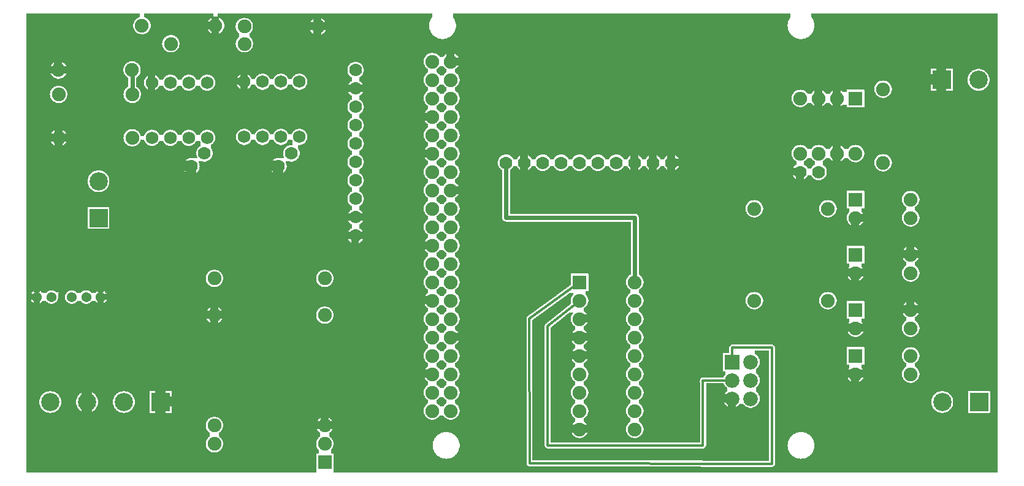
<source format=gbl>
G04 MADE WITH FRITZING*
G04 WWW.FRITZING.ORG*
G04 DOUBLE SIDED*
G04 HOLES PLATED*
G04 CONTOUR ON CENTER OF CONTOUR VECTOR*
%ASAXBY*%
%FSLAX23Y23*%
%MOIN*%
%OFA0B0*%
%SFA1.0B1.0*%
%ADD10C,0.075000*%
%ADD11C,0.079370*%
%ADD12C,0.053843*%
%ADD13C,0.068000*%
%ADD14C,0.070000*%
%ADD15C,0.075361*%
%ADD16C,0.099055*%
%ADD17R,0.079370X0.079370*%
%ADD18R,0.075000X0.075000*%
%ADD19R,0.099055X0.099055*%
%ADD20C,0.012000*%
%ADD21C,0.024000*%
%ADD22R,0.001000X0.001000*%
%LNCOPPER0*%
G90*
G70*
G54D10*
X3798Y321D03*
X118Y2481D03*
G54D11*
X3976Y641D03*
X3976Y541D03*
X3976Y441D03*
X3876Y641D03*
X3876Y541D03*
X3876Y441D03*
G54D10*
X1661Y95D03*
X1661Y195D03*
X1061Y195D03*
X1661Y295D03*
X1061Y295D03*
X1661Y895D03*
X1061Y895D03*
X1661Y1095D03*
X1061Y1095D03*
G54D12*
X96Y994D03*
X175Y994D03*
X285Y994D03*
X364Y994D03*
X443Y994D03*
G54D10*
X1624Y2465D03*
X1224Y2465D03*
X1224Y2371D03*
X824Y2371D03*
X213Y2229D03*
X613Y2229D03*
X614Y2096D03*
X214Y2096D03*
G54D13*
X1522Y2165D03*
X1422Y2165D03*
X1322Y2165D03*
X1222Y2165D03*
X1222Y1865D03*
X1322Y1865D03*
X1422Y1865D03*
X1522Y1865D03*
X1021Y2160D03*
X921Y2160D03*
X821Y2160D03*
X721Y2160D03*
X721Y1860D03*
X821Y1860D03*
X921Y1860D03*
X1021Y1860D03*
G54D10*
X1067Y2470D03*
X667Y2470D03*
X614Y1860D03*
X214Y1860D03*
G54D14*
X1409Y1705D03*
X1479Y1776D03*
X936Y1705D03*
X1007Y1776D03*
X1828Y1328D03*
X1828Y1428D03*
X1828Y1528D03*
X1828Y1628D03*
X1828Y1728D03*
X1828Y1828D03*
X1828Y1928D03*
X1828Y2028D03*
X1828Y2128D03*
X1828Y2228D03*
X3546Y1724D03*
X3446Y1724D03*
X3346Y1724D03*
X3246Y1724D03*
X3146Y1724D03*
X3046Y1724D03*
X2946Y1724D03*
X2846Y1724D03*
X2746Y1724D03*
X2646Y1724D03*
G54D10*
X4546Y2074D03*
X4546Y1774D03*
X4446Y2074D03*
X4446Y1774D03*
X4346Y2074D03*
X4346Y1774D03*
X4246Y2074D03*
X4246Y1774D03*
G54D14*
X4246Y1674D03*
X4346Y1674D03*
G54D15*
X2346Y374D03*
X2346Y474D03*
X2346Y574D03*
X2346Y674D03*
X2346Y774D03*
X2346Y874D03*
X2346Y974D03*
X2346Y1074D03*
X2346Y1174D03*
X2346Y1274D03*
X2346Y1374D03*
X2346Y1474D03*
X2346Y1574D03*
X2346Y1674D03*
X2346Y1774D03*
X2346Y1874D03*
X2346Y1974D03*
X2346Y2074D03*
X2346Y2174D03*
X2346Y2274D03*
X2246Y2274D03*
X2246Y2174D03*
X2246Y2074D03*
X2246Y1974D03*
X2246Y1874D03*
X2246Y1774D03*
X2246Y1674D03*
X2246Y1574D03*
X2246Y1474D03*
X2246Y1374D03*
X2246Y1274D03*
X2246Y1174D03*
X2246Y1074D03*
X2246Y974D03*
X2246Y874D03*
X2246Y774D03*
X2246Y674D03*
X2246Y574D03*
X2246Y474D03*
X2246Y374D03*
G54D16*
X5218Y423D03*
X5018Y423D03*
X769Y423D03*
X569Y423D03*
X369Y423D03*
X169Y423D03*
X431Y1424D03*
X431Y1624D03*
X5014Y2175D03*
X5214Y2175D03*
G54D10*
X4696Y2124D03*
X4696Y1724D03*
X4546Y674D03*
X4846Y674D03*
X4546Y574D03*
X4846Y574D03*
X4546Y1224D03*
X4846Y1224D03*
X4546Y1124D03*
X4846Y1124D03*
X4546Y1524D03*
X4846Y1524D03*
X4546Y1424D03*
X4846Y1424D03*
X4546Y924D03*
X4846Y924D03*
X4546Y824D03*
X4846Y824D03*
X3996Y974D03*
X4396Y974D03*
X3996Y1474D03*
X4396Y1474D03*
X3046Y1074D03*
X3046Y974D03*
X3046Y874D03*
X3046Y774D03*
X3046Y674D03*
X3046Y574D03*
X3046Y474D03*
X3046Y374D03*
X3046Y274D03*
X3346Y274D03*
X3346Y374D03*
X3346Y474D03*
X3346Y574D03*
X3346Y674D03*
X3346Y774D03*
X3346Y874D03*
X3346Y974D03*
X3346Y1074D03*
G54D17*
X3876Y641D03*
G54D18*
X1661Y95D03*
X4546Y2074D03*
G54D19*
X5218Y423D03*
X769Y423D03*
X431Y1424D03*
X5014Y2175D03*
G54D18*
X4546Y674D03*
X4546Y1224D03*
X4546Y1524D03*
X4546Y924D03*
X3046Y1074D03*
G54D20*
X3717Y541D02*
X3717Y187D01*
D02*
X3717Y187D02*
X2873Y187D01*
D02*
X2873Y187D02*
X2873Y835D01*
D02*
X2873Y835D02*
X3028Y960D01*
D02*
X3851Y541D02*
X3717Y541D01*
D02*
X3876Y718D02*
X4092Y718D01*
D02*
X4092Y718D02*
X4093Y87D01*
D02*
X4093Y87D02*
X2774Y89D01*
D02*
X2774Y89D02*
X2773Y876D01*
D02*
X2773Y876D02*
X3027Y1061D01*
D02*
X3876Y666D02*
X3876Y718D01*
G54D21*
D02*
X614Y2200D02*
X614Y2125D01*
D02*
X3345Y1426D02*
X2646Y1426D01*
D02*
X2646Y1426D02*
X2646Y1694D01*
D02*
X3346Y1103D02*
X3345Y1426D01*
G36*
X2286Y2251D02*
X2286Y2247D01*
X2284Y2247D01*
X2284Y2245D01*
X2282Y2245D01*
X2282Y2243D01*
X2280Y2243D01*
X2280Y2241D01*
X2278Y2241D01*
X2278Y2239D01*
X2276Y2239D01*
X2276Y2237D01*
X2274Y2237D01*
X2274Y2235D01*
X2270Y2235D01*
X2270Y2215D01*
X2272Y2215D01*
X2272Y2213D01*
X2276Y2213D01*
X2276Y2211D01*
X2278Y2211D01*
X2278Y2209D01*
X2280Y2209D01*
X2280Y2207D01*
X2282Y2207D01*
X2282Y2205D01*
X2284Y2205D01*
X2284Y2201D01*
X2286Y2201D01*
X2286Y2199D01*
X2306Y2199D01*
X2306Y2201D01*
X2308Y2201D01*
X2308Y2205D01*
X2310Y2205D01*
X2310Y2207D01*
X2312Y2207D01*
X2312Y2209D01*
X2314Y2209D01*
X2314Y2211D01*
X2316Y2211D01*
X2316Y2213D01*
X2320Y2213D01*
X2320Y2215D01*
X2322Y2215D01*
X2322Y2235D01*
X2318Y2235D01*
X2318Y2237D01*
X2316Y2237D01*
X2316Y2239D01*
X2314Y2239D01*
X2314Y2241D01*
X2312Y2241D01*
X2312Y2243D01*
X2310Y2243D01*
X2310Y2245D01*
X2308Y2245D01*
X2308Y2247D01*
X2306Y2247D01*
X2306Y2251D01*
X2286Y2251D01*
G37*
D02*
G36*
X2286Y2151D02*
X2286Y2147D01*
X2284Y2147D01*
X2284Y2145D01*
X2282Y2145D01*
X2282Y2143D01*
X2280Y2143D01*
X2280Y2141D01*
X2278Y2141D01*
X2278Y2139D01*
X2276Y2139D01*
X2276Y2137D01*
X2274Y2137D01*
X2274Y2135D01*
X2270Y2135D01*
X2270Y2115D01*
X2272Y2115D01*
X2272Y2113D01*
X2276Y2113D01*
X2276Y2111D01*
X2278Y2111D01*
X2278Y2109D01*
X2280Y2109D01*
X2280Y2107D01*
X2282Y2107D01*
X2282Y2105D01*
X2284Y2105D01*
X2284Y2101D01*
X2286Y2101D01*
X2286Y2099D01*
X2306Y2099D01*
X2306Y2101D01*
X2308Y2101D01*
X2308Y2105D01*
X2310Y2105D01*
X2310Y2107D01*
X2312Y2107D01*
X2312Y2109D01*
X2314Y2109D01*
X2314Y2111D01*
X2316Y2111D01*
X2316Y2113D01*
X2320Y2113D01*
X2320Y2115D01*
X2322Y2115D01*
X2322Y2135D01*
X2318Y2135D01*
X2318Y2137D01*
X2316Y2137D01*
X2316Y2139D01*
X2314Y2139D01*
X2314Y2141D01*
X2312Y2141D01*
X2312Y2143D01*
X2310Y2143D01*
X2310Y2145D01*
X2308Y2145D01*
X2308Y2147D01*
X2306Y2147D01*
X2306Y2151D01*
X2286Y2151D01*
G37*
D02*
G36*
X2286Y2051D02*
X2286Y2047D01*
X2284Y2047D01*
X2284Y2045D01*
X2282Y2045D01*
X2282Y2043D01*
X2280Y2043D01*
X2280Y2041D01*
X2278Y2041D01*
X2278Y2039D01*
X2276Y2039D01*
X2276Y2037D01*
X2274Y2037D01*
X2274Y2035D01*
X2270Y2035D01*
X2270Y2015D01*
X2272Y2015D01*
X2272Y2013D01*
X2276Y2013D01*
X2276Y2011D01*
X2278Y2011D01*
X2278Y2009D01*
X2280Y2009D01*
X2280Y2007D01*
X2282Y2007D01*
X2282Y2005D01*
X2284Y2005D01*
X2284Y2001D01*
X2286Y2001D01*
X2286Y1999D01*
X2306Y1999D01*
X2306Y2001D01*
X2308Y2001D01*
X2308Y2005D01*
X2310Y2005D01*
X2310Y2007D01*
X2312Y2007D01*
X2312Y2009D01*
X2314Y2009D01*
X2314Y2011D01*
X2316Y2011D01*
X2316Y2013D01*
X2320Y2013D01*
X2320Y2015D01*
X2322Y2015D01*
X2322Y2035D01*
X2318Y2035D01*
X2318Y2037D01*
X2316Y2037D01*
X2316Y2039D01*
X2314Y2039D01*
X2314Y2041D01*
X2312Y2041D01*
X2312Y2043D01*
X2310Y2043D01*
X2310Y2045D01*
X2308Y2045D01*
X2308Y2047D01*
X2306Y2047D01*
X2306Y2051D01*
X2286Y2051D01*
G37*
D02*
G36*
X2286Y1951D02*
X2286Y1947D01*
X2284Y1947D01*
X2284Y1945D01*
X2282Y1945D01*
X2282Y1943D01*
X2280Y1943D01*
X2280Y1941D01*
X2278Y1941D01*
X2278Y1939D01*
X2276Y1939D01*
X2276Y1937D01*
X2274Y1937D01*
X2274Y1935D01*
X2270Y1935D01*
X2270Y1915D01*
X2272Y1915D01*
X2272Y1913D01*
X2276Y1913D01*
X2276Y1911D01*
X2278Y1911D01*
X2278Y1909D01*
X2280Y1909D01*
X2280Y1907D01*
X2282Y1907D01*
X2282Y1905D01*
X2284Y1905D01*
X2284Y1901D01*
X2286Y1901D01*
X2286Y1899D01*
X2306Y1899D01*
X2306Y1901D01*
X2308Y1901D01*
X2308Y1905D01*
X2310Y1905D01*
X2310Y1907D01*
X2312Y1907D01*
X2312Y1909D01*
X2314Y1909D01*
X2314Y1911D01*
X2316Y1911D01*
X2316Y1913D01*
X2320Y1913D01*
X2320Y1915D01*
X2322Y1915D01*
X2322Y1935D01*
X2318Y1935D01*
X2318Y1937D01*
X2316Y1937D01*
X2316Y1939D01*
X2314Y1939D01*
X2314Y1941D01*
X2312Y1941D01*
X2312Y1943D01*
X2310Y1943D01*
X2310Y1945D01*
X2308Y1945D01*
X2308Y1947D01*
X2306Y1947D01*
X2306Y1951D01*
X2286Y1951D01*
G37*
D02*
G36*
X2286Y1851D02*
X2286Y1847D01*
X2284Y1847D01*
X2284Y1845D01*
X2282Y1845D01*
X2282Y1843D01*
X2280Y1843D01*
X2280Y1841D01*
X2278Y1841D01*
X2278Y1839D01*
X2276Y1839D01*
X2276Y1837D01*
X2274Y1837D01*
X2274Y1835D01*
X2270Y1835D01*
X2270Y1815D01*
X2272Y1815D01*
X2272Y1813D01*
X2276Y1813D01*
X2276Y1811D01*
X2278Y1811D01*
X2278Y1809D01*
X2280Y1809D01*
X2280Y1807D01*
X2282Y1807D01*
X2282Y1805D01*
X2284Y1805D01*
X2284Y1801D01*
X2286Y1801D01*
X2286Y1799D01*
X2306Y1799D01*
X2306Y1803D01*
X2308Y1803D01*
X2308Y1805D01*
X2310Y1805D01*
X2310Y1807D01*
X2312Y1807D01*
X2312Y1809D01*
X2314Y1809D01*
X2314Y1811D01*
X2316Y1811D01*
X2316Y1813D01*
X2320Y1813D01*
X2320Y1815D01*
X2322Y1815D01*
X2322Y1835D01*
X2318Y1835D01*
X2318Y1837D01*
X2316Y1837D01*
X2316Y1839D01*
X2314Y1839D01*
X2314Y1841D01*
X2312Y1841D01*
X2312Y1843D01*
X2310Y1843D01*
X2310Y1845D01*
X2308Y1845D01*
X2308Y1847D01*
X2306Y1847D01*
X2306Y1851D01*
X2286Y1851D01*
G37*
D02*
G36*
X2286Y1751D02*
X2286Y1747D01*
X2284Y1747D01*
X2284Y1745D01*
X2282Y1745D01*
X2282Y1743D01*
X2280Y1743D01*
X2280Y1741D01*
X2278Y1741D01*
X2278Y1739D01*
X2276Y1739D01*
X2276Y1737D01*
X2274Y1737D01*
X2274Y1735D01*
X2270Y1735D01*
X2270Y1715D01*
X2272Y1715D01*
X2272Y1713D01*
X2276Y1713D01*
X2276Y1711D01*
X2278Y1711D01*
X2278Y1709D01*
X2280Y1709D01*
X2280Y1707D01*
X2282Y1707D01*
X2282Y1705D01*
X2284Y1705D01*
X2284Y1701D01*
X2286Y1701D01*
X2286Y1699D01*
X2306Y1699D01*
X2306Y1701D01*
X2308Y1701D01*
X2308Y1705D01*
X2310Y1705D01*
X2310Y1707D01*
X2312Y1707D01*
X2312Y1709D01*
X2314Y1709D01*
X2314Y1711D01*
X2316Y1711D01*
X2316Y1713D01*
X2320Y1713D01*
X2320Y1715D01*
X2322Y1715D01*
X2322Y1735D01*
X2318Y1735D01*
X2318Y1737D01*
X2316Y1737D01*
X2316Y1739D01*
X2314Y1739D01*
X2314Y1741D01*
X2312Y1741D01*
X2312Y1743D01*
X2310Y1743D01*
X2310Y1745D01*
X2308Y1745D01*
X2308Y1747D01*
X2306Y1747D01*
X2306Y1751D01*
X2286Y1751D01*
G37*
D02*
G36*
X4286Y1751D02*
X4286Y1747D01*
X4284Y1747D01*
X4284Y1745D01*
X4282Y1745D01*
X4282Y1743D01*
X4280Y1743D01*
X4280Y1741D01*
X4278Y1741D01*
X4278Y1739D01*
X4276Y1739D01*
X4276Y1737D01*
X4274Y1737D01*
X4274Y1735D01*
X4270Y1735D01*
X4270Y1733D01*
X4266Y1733D01*
X4266Y1713D01*
X4270Y1713D01*
X4270Y1711D01*
X4274Y1711D01*
X4274Y1709D01*
X4276Y1709D01*
X4276Y1707D01*
X4278Y1707D01*
X4278Y1705D01*
X4280Y1705D01*
X4280Y1703D01*
X4282Y1703D01*
X4282Y1699D01*
X4284Y1699D01*
X4284Y1695D01*
X4286Y1695D01*
X4286Y1693D01*
X4306Y1693D01*
X4306Y1697D01*
X4308Y1697D01*
X4308Y1701D01*
X4310Y1701D01*
X4310Y1703D01*
X4312Y1703D01*
X4312Y1705D01*
X4314Y1705D01*
X4314Y1707D01*
X4316Y1707D01*
X4316Y1709D01*
X4318Y1709D01*
X4318Y1711D01*
X4320Y1711D01*
X4320Y1713D01*
X4324Y1713D01*
X4324Y1733D01*
X4322Y1733D01*
X4322Y1735D01*
X4318Y1735D01*
X4318Y1737D01*
X4316Y1737D01*
X4316Y1739D01*
X4314Y1739D01*
X4314Y1741D01*
X4312Y1741D01*
X4312Y1743D01*
X4310Y1743D01*
X4310Y1745D01*
X4308Y1745D01*
X4308Y1747D01*
X4306Y1747D01*
X4306Y1751D01*
X4286Y1751D01*
G37*
D02*
G36*
X2286Y1651D02*
X2286Y1647D01*
X2284Y1647D01*
X2284Y1645D01*
X2282Y1645D01*
X2282Y1643D01*
X2280Y1643D01*
X2280Y1641D01*
X2278Y1641D01*
X2278Y1639D01*
X2276Y1639D01*
X2276Y1637D01*
X2274Y1637D01*
X2274Y1635D01*
X2270Y1635D01*
X2270Y1615D01*
X2272Y1615D01*
X2272Y1613D01*
X2276Y1613D01*
X2276Y1611D01*
X2278Y1611D01*
X2278Y1609D01*
X2280Y1609D01*
X2280Y1607D01*
X2282Y1607D01*
X2282Y1605D01*
X2284Y1605D01*
X2284Y1601D01*
X2286Y1601D01*
X2286Y1599D01*
X2306Y1599D01*
X2306Y1601D01*
X2308Y1601D01*
X2308Y1605D01*
X2310Y1605D01*
X2310Y1607D01*
X2312Y1607D01*
X2312Y1609D01*
X2314Y1609D01*
X2314Y1611D01*
X2316Y1611D01*
X2316Y1613D01*
X2320Y1613D01*
X2320Y1615D01*
X2322Y1615D01*
X2322Y1635D01*
X2318Y1635D01*
X2318Y1637D01*
X2316Y1637D01*
X2316Y1639D01*
X2314Y1639D01*
X2314Y1641D01*
X2312Y1641D01*
X2312Y1643D01*
X2310Y1643D01*
X2310Y1645D01*
X2308Y1645D01*
X2308Y1647D01*
X2306Y1647D01*
X2306Y1651D01*
X2286Y1651D01*
G37*
D02*
G36*
X2286Y1551D02*
X2286Y1547D01*
X2284Y1547D01*
X2284Y1545D01*
X2282Y1545D01*
X2282Y1543D01*
X2280Y1543D01*
X2280Y1541D01*
X2278Y1541D01*
X2278Y1539D01*
X2276Y1539D01*
X2276Y1537D01*
X2274Y1537D01*
X2274Y1535D01*
X2270Y1535D01*
X2270Y1515D01*
X2272Y1515D01*
X2272Y1513D01*
X2276Y1513D01*
X2276Y1511D01*
X2278Y1511D01*
X2278Y1509D01*
X2280Y1509D01*
X2280Y1507D01*
X2282Y1507D01*
X2282Y1505D01*
X2284Y1505D01*
X2284Y1501D01*
X2286Y1501D01*
X2286Y1499D01*
X2306Y1499D01*
X2306Y1501D01*
X2308Y1501D01*
X2308Y1505D01*
X2310Y1505D01*
X2310Y1507D01*
X2312Y1507D01*
X2312Y1509D01*
X2314Y1509D01*
X2314Y1511D01*
X2316Y1511D01*
X2316Y1513D01*
X2320Y1513D01*
X2320Y1515D01*
X2322Y1515D01*
X2322Y1535D01*
X2318Y1535D01*
X2318Y1537D01*
X2316Y1537D01*
X2316Y1539D01*
X2314Y1539D01*
X2314Y1541D01*
X2312Y1541D01*
X2312Y1543D01*
X2310Y1543D01*
X2310Y1545D01*
X2308Y1545D01*
X2308Y1547D01*
X2306Y1547D01*
X2306Y1551D01*
X2286Y1551D01*
G37*
D02*
G36*
X2286Y1451D02*
X2286Y1447D01*
X2284Y1447D01*
X2284Y1445D01*
X2282Y1445D01*
X2282Y1443D01*
X2280Y1443D01*
X2280Y1441D01*
X2278Y1441D01*
X2278Y1439D01*
X2276Y1439D01*
X2276Y1437D01*
X2274Y1437D01*
X2274Y1435D01*
X2270Y1435D01*
X2270Y1415D01*
X2272Y1415D01*
X2272Y1413D01*
X2276Y1413D01*
X2276Y1411D01*
X2278Y1411D01*
X2278Y1409D01*
X2280Y1409D01*
X2280Y1407D01*
X2282Y1407D01*
X2282Y1405D01*
X2284Y1405D01*
X2284Y1401D01*
X2286Y1401D01*
X2286Y1399D01*
X2306Y1399D01*
X2306Y1401D01*
X2308Y1401D01*
X2308Y1405D01*
X2310Y1405D01*
X2310Y1407D01*
X2312Y1407D01*
X2312Y1409D01*
X2314Y1409D01*
X2314Y1411D01*
X2316Y1411D01*
X2316Y1413D01*
X2320Y1413D01*
X2320Y1415D01*
X2322Y1415D01*
X2322Y1435D01*
X2318Y1435D01*
X2318Y1437D01*
X2316Y1437D01*
X2316Y1439D01*
X2314Y1439D01*
X2314Y1441D01*
X2312Y1441D01*
X2312Y1443D01*
X2310Y1443D01*
X2310Y1445D01*
X2308Y1445D01*
X2308Y1447D01*
X2306Y1447D01*
X2306Y1451D01*
X2286Y1451D01*
G37*
D02*
G36*
X2286Y1351D02*
X2286Y1347D01*
X2284Y1347D01*
X2284Y1345D01*
X2282Y1345D01*
X2282Y1343D01*
X2280Y1343D01*
X2280Y1341D01*
X2278Y1341D01*
X2278Y1339D01*
X2276Y1339D01*
X2276Y1337D01*
X2274Y1337D01*
X2274Y1335D01*
X2270Y1335D01*
X2270Y1315D01*
X2272Y1315D01*
X2272Y1313D01*
X2276Y1313D01*
X2276Y1311D01*
X2278Y1311D01*
X2278Y1309D01*
X2280Y1309D01*
X2280Y1307D01*
X2282Y1307D01*
X2282Y1305D01*
X2284Y1305D01*
X2284Y1301D01*
X2286Y1301D01*
X2286Y1299D01*
X2306Y1299D01*
X2306Y1301D01*
X2308Y1301D01*
X2308Y1305D01*
X2310Y1305D01*
X2310Y1307D01*
X2312Y1307D01*
X2312Y1309D01*
X2314Y1309D01*
X2314Y1311D01*
X2316Y1311D01*
X2316Y1313D01*
X2320Y1313D01*
X2320Y1315D01*
X2322Y1315D01*
X2322Y1335D01*
X2318Y1335D01*
X2318Y1337D01*
X2316Y1337D01*
X2316Y1339D01*
X2314Y1339D01*
X2314Y1341D01*
X2312Y1341D01*
X2312Y1343D01*
X2310Y1343D01*
X2310Y1345D01*
X2308Y1345D01*
X2308Y1347D01*
X2306Y1347D01*
X2306Y1351D01*
X2286Y1351D01*
G37*
D02*
G36*
X2286Y1251D02*
X2286Y1247D01*
X2284Y1247D01*
X2284Y1245D01*
X2282Y1245D01*
X2282Y1243D01*
X2280Y1243D01*
X2280Y1241D01*
X2278Y1241D01*
X2278Y1239D01*
X2276Y1239D01*
X2276Y1237D01*
X2274Y1237D01*
X2274Y1235D01*
X2270Y1235D01*
X2270Y1215D01*
X2272Y1215D01*
X2272Y1213D01*
X2276Y1213D01*
X2276Y1211D01*
X2278Y1211D01*
X2278Y1209D01*
X2280Y1209D01*
X2280Y1207D01*
X2282Y1207D01*
X2282Y1205D01*
X2284Y1205D01*
X2284Y1201D01*
X2286Y1201D01*
X2286Y1199D01*
X2306Y1199D01*
X2306Y1201D01*
X2308Y1201D01*
X2308Y1205D01*
X2310Y1205D01*
X2310Y1207D01*
X2312Y1207D01*
X2312Y1209D01*
X2314Y1209D01*
X2314Y1211D01*
X2316Y1211D01*
X2316Y1213D01*
X2320Y1213D01*
X2320Y1215D01*
X2322Y1215D01*
X2322Y1235D01*
X2318Y1235D01*
X2318Y1237D01*
X2316Y1237D01*
X2316Y1239D01*
X2314Y1239D01*
X2314Y1241D01*
X2312Y1241D01*
X2312Y1243D01*
X2310Y1243D01*
X2310Y1245D01*
X2308Y1245D01*
X2308Y1247D01*
X2306Y1247D01*
X2306Y1251D01*
X2286Y1251D01*
G37*
D02*
G36*
X2286Y1151D02*
X2286Y1147D01*
X2284Y1147D01*
X2284Y1145D01*
X2282Y1145D01*
X2282Y1143D01*
X2280Y1143D01*
X2280Y1141D01*
X2278Y1141D01*
X2278Y1139D01*
X2276Y1139D01*
X2276Y1137D01*
X2274Y1137D01*
X2274Y1135D01*
X2270Y1135D01*
X2270Y1115D01*
X2272Y1115D01*
X2272Y1113D01*
X2276Y1113D01*
X2276Y1111D01*
X2278Y1111D01*
X2278Y1109D01*
X2280Y1109D01*
X2280Y1107D01*
X2282Y1107D01*
X2282Y1105D01*
X2284Y1105D01*
X2284Y1101D01*
X2286Y1101D01*
X2286Y1099D01*
X2306Y1099D01*
X2306Y1101D01*
X2308Y1101D01*
X2308Y1105D01*
X2310Y1105D01*
X2310Y1107D01*
X2312Y1107D01*
X2312Y1109D01*
X2314Y1109D01*
X2314Y1111D01*
X2316Y1111D01*
X2316Y1113D01*
X2320Y1113D01*
X2320Y1115D01*
X2322Y1115D01*
X2322Y1135D01*
X2318Y1135D01*
X2318Y1137D01*
X2316Y1137D01*
X2316Y1139D01*
X2314Y1139D01*
X2314Y1141D01*
X2312Y1141D01*
X2312Y1143D01*
X2310Y1143D01*
X2310Y1145D01*
X2308Y1145D01*
X2308Y1147D01*
X2306Y1147D01*
X2306Y1151D01*
X2286Y1151D01*
G37*
D02*
G36*
X2286Y1051D02*
X2286Y1047D01*
X2284Y1047D01*
X2284Y1045D01*
X2282Y1045D01*
X2282Y1043D01*
X2280Y1043D01*
X2280Y1041D01*
X2278Y1041D01*
X2278Y1039D01*
X2276Y1039D01*
X2276Y1037D01*
X2274Y1037D01*
X2274Y1035D01*
X2270Y1035D01*
X2270Y1015D01*
X2272Y1015D01*
X2272Y1013D01*
X2276Y1013D01*
X2276Y1011D01*
X2278Y1011D01*
X2278Y1009D01*
X2280Y1009D01*
X2280Y1007D01*
X2282Y1007D01*
X2282Y1005D01*
X2284Y1005D01*
X2284Y1001D01*
X2286Y1001D01*
X2286Y999D01*
X2306Y999D01*
X2306Y1001D01*
X2308Y1001D01*
X2308Y1005D01*
X2310Y1005D01*
X2310Y1007D01*
X2312Y1007D01*
X2312Y1009D01*
X2314Y1009D01*
X2314Y1011D01*
X2316Y1011D01*
X2316Y1013D01*
X2320Y1013D01*
X2320Y1015D01*
X2322Y1015D01*
X2322Y1035D01*
X2318Y1035D01*
X2318Y1037D01*
X2316Y1037D01*
X2316Y1039D01*
X2314Y1039D01*
X2314Y1041D01*
X2312Y1041D01*
X2312Y1043D01*
X2310Y1043D01*
X2310Y1045D01*
X2308Y1045D01*
X2308Y1047D01*
X2306Y1047D01*
X2306Y1051D01*
X2286Y1051D01*
G37*
D02*
G36*
X2992Y1017D02*
X2992Y1015D01*
X2990Y1015D01*
X2990Y1013D01*
X2986Y1013D01*
X2986Y1011D01*
X2984Y1011D01*
X2984Y1009D01*
X2982Y1009D01*
X2982Y1007D01*
X2978Y1007D01*
X2978Y1005D01*
X2976Y1005D01*
X2976Y1003D01*
X2974Y1003D01*
X2974Y1001D01*
X2970Y1001D01*
X2970Y999D01*
X2968Y999D01*
X2968Y997D01*
X2964Y997D01*
X2964Y995D01*
X2962Y995D01*
X2962Y993D01*
X2960Y993D01*
X2960Y991D01*
X2956Y991D01*
X2956Y989D01*
X2954Y989D01*
X2954Y987D01*
X2952Y987D01*
X2952Y985D01*
X2948Y985D01*
X2948Y983D01*
X2946Y983D01*
X2946Y981D01*
X2942Y981D01*
X2942Y979D01*
X2940Y979D01*
X2940Y977D01*
X2938Y977D01*
X2938Y975D01*
X2934Y975D01*
X2934Y973D01*
X2932Y973D01*
X2932Y971D01*
X2928Y971D01*
X2928Y969D01*
X2926Y969D01*
X2926Y967D01*
X2924Y967D01*
X2924Y965D01*
X2920Y965D01*
X2920Y963D01*
X2918Y963D01*
X2918Y961D01*
X2916Y961D01*
X2916Y959D01*
X2912Y959D01*
X2912Y957D01*
X2910Y957D01*
X2910Y955D01*
X2906Y955D01*
X2906Y953D01*
X2904Y953D01*
X2904Y951D01*
X2902Y951D01*
X2902Y949D01*
X2898Y949D01*
X2898Y947D01*
X2896Y947D01*
X2896Y945D01*
X2894Y945D01*
X2894Y943D01*
X2890Y943D01*
X2890Y941D01*
X2888Y941D01*
X2888Y939D01*
X2884Y939D01*
X2884Y937D01*
X2882Y937D01*
X2882Y935D01*
X2880Y935D01*
X2880Y933D01*
X2876Y933D01*
X2876Y931D01*
X2874Y931D01*
X2874Y929D01*
X2872Y929D01*
X2872Y927D01*
X2868Y927D01*
X2868Y925D01*
X2866Y925D01*
X2866Y923D01*
X2862Y923D01*
X2862Y921D01*
X2860Y921D01*
X2860Y919D01*
X2858Y919D01*
X2858Y917D01*
X2854Y917D01*
X2854Y915D01*
X2852Y915D01*
X2852Y913D01*
X2850Y913D01*
X2850Y911D01*
X2846Y911D01*
X2846Y909D01*
X2844Y909D01*
X2844Y907D01*
X2840Y907D01*
X2840Y905D01*
X2838Y905D01*
X2838Y903D01*
X2836Y903D01*
X2836Y901D01*
X2832Y901D01*
X2832Y899D01*
X2830Y899D01*
X2830Y897D01*
X2828Y897D01*
X2828Y895D01*
X2824Y895D01*
X2824Y893D01*
X2822Y893D01*
X2822Y891D01*
X2818Y891D01*
X2818Y889D01*
X2816Y889D01*
X2816Y887D01*
X2814Y887D01*
X2814Y885D01*
X2810Y885D01*
X2810Y883D01*
X2808Y883D01*
X2808Y881D01*
X2806Y881D01*
X2806Y879D01*
X2802Y879D01*
X2802Y877D01*
X2800Y877D01*
X2800Y875D01*
X2796Y875D01*
X2796Y873D01*
X2794Y873D01*
X2794Y871D01*
X2792Y871D01*
X2792Y869D01*
X2790Y869D01*
X2790Y171D01*
X2868Y171D01*
X2868Y173D01*
X2864Y173D01*
X2864Y175D01*
X2862Y175D01*
X2862Y177D01*
X2860Y177D01*
X2860Y179D01*
X2858Y179D01*
X2858Y183D01*
X2856Y183D01*
X2856Y839D01*
X2858Y839D01*
X2858Y843D01*
X2860Y843D01*
X2860Y847D01*
X2862Y847D01*
X2862Y849D01*
X2866Y849D01*
X2866Y851D01*
X2868Y851D01*
X2868Y853D01*
X2870Y853D01*
X2870Y855D01*
X2872Y855D01*
X2872Y857D01*
X2876Y857D01*
X2876Y859D01*
X2878Y859D01*
X2878Y861D01*
X2880Y861D01*
X2880Y863D01*
X2882Y863D01*
X2882Y865D01*
X2886Y865D01*
X2886Y867D01*
X2888Y867D01*
X2888Y869D01*
X2890Y869D01*
X2890Y871D01*
X2892Y871D01*
X2892Y873D01*
X2894Y873D01*
X2894Y875D01*
X2898Y875D01*
X2898Y877D01*
X2900Y877D01*
X2900Y879D01*
X2902Y879D01*
X2902Y881D01*
X2904Y881D01*
X2904Y883D01*
X2908Y883D01*
X2908Y885D01*
X2910Y885D01*
X2910Y887D01*
X2912Y887D01*
X2912Y889D01*
X2914Y889D01*
X2914Y891D01*
X2918Y891D01*
X2918Y893D01*
X2920Y893D01*
X2920Y895D01*
X2922Y895D01*
X2922Y897D01*
X2924Y897D01*
X2924Y899D01*
X2928Y899D01*
X2928Y901D01*
X2930Y901D01*
X2930Y903D01*
X2932Y903D01*
X2932Y905D01*
X2934Y905D01*
X2934Y907D01*
X2938Y907D01*
X2938Y909D01*
X2940Y909D01*
X2940Y911D01*
X2942Y911D01*
X2942Y913D01*
X2944Y913D01*
X2944Y915D01*
X2948Y915D01*
X2948Y917D01*
X2950Y917D01*
X2950Y919D01*
X2952Y919D01*
X2952Y921D01*
X2954Y921D01*
X2954Y923D01*
X2958Y923D01*
X2958Y925D01*
X2960Y925D01*
X2960Y927D01*
X2962Y927D01*
X2962Y929D01*
X2964Y929D01*
X2964Y931D01*
X2968Y931D01*
X2968Y933D01*
X2970Y933D01*
X2970Y935D01*
X2972Y935D01*
X2972Y937D01*
X2974Y937D01*
X2974Y939D01*
X2978Y939D01*
X2978Y941D01*
X2980Y941D01*
X2980Y943D01*
X2982Y943D01*
X2982Y945D01*
X2984Y945D01*
X2984Y947D01*
X2988Y947D01*
X2988Y949D01*
X2990Y949D01*
X2990Y951D01*
X2992Y951D01*
X2992Y953D01*
X2994Y953D01*
X2994Y955D01*
X2998Y955D01*
X2998Y981D01*
X3000Y981D01*
X3000Y989D01*
X3002Y989D01*
X3002Y995D01*
X3004Y995D01*
X3004Y999D01*
X3006Y999D01*
X3006Y1001D01*
X3008Y1001D01*
X3008Y1005D01*
X3010Y1005D01*
X3010Y1007D01*
X3012Y1007D01*
X3012Y1017D01*
X2992Y1017D01*
G37*
D02*
G36*
X4000Y703D02*
X4000Y683D01*
X4004Y683D01*
X4004Y681D01*
X4006Y681D01*
X4006Y679D01*
X4008Y679D01*
X4008Y677D01*
X4012Y677D01*
X4012Y673D01*
X4014Y673D01*
X4014Y671D01*
X4016Y671D01*
X4016Y669D01*
X4018Y669D01*
X4018Y665D01*
X4020Y665D01*
X4020Y661D01*
X4022Y661D01*
X4022Y655D01*
X4024Y655D01*
X4024Y647D01*
X4026Y647D01*
X4026Y635D01*
X4024Y635D01*
X4024Y627D01*
X4022Y627D01*
X4022Y621D01*
X4020Y621D01*
X4020Y617D01*
X4018Y617D01*
X4018Y613D01*
X4016Y613D01*
X4016Y611D01*
X4014Y611D01*
X4014Y609D01*
X4012Y609D01*
X4012Y607D01*
X4010Y607D01*
X4010Y605D01*
X4008Y605D01*
X4008Y603D01*
X4006Y603D01*
X4006Y601D01*
X4004Y601D01*
X4004Y581D01*
X4006Y581D01*
X4006Y579D01*
X4008Y579D01*
X4008Y577D01*
X4012Y577D01*
X4012Y573D01*
X4014Y573D01*
X4014Y571D01*
X4016Y571D01*
X4016Y569D01*
X4018Y569D01*
X4018Y565D01*
X4020Y565D01*
X4020Y561D01*
X4022Y561D01*
X4022Y555D01*
X4024Y555D01*
X4024Y547D01*
X4026Y547D01*
X4026Y535D01*
X4024Y535D01*
X4024Y527D01*
X4022Y527D01*
X4022Y521D01*
X4020Y521D01*
X4020Y517D01*
X4018Y517D01*
X4018Y513D01*
X4016Y513D01*
X4016Y511D01*
X4014Y511D01*
X4014Y509D01*
X4012Y509D01*
X4012Y507D01*
X4010Y507D01*
X4010Y505D01*
X4008Y505D01*
X4008Y503D01*
X4006Y503D01*
X4006Y501D01*
X4004Y501D01*
X4004Y481D01*
X4006Y481D01*
X4006Y479D01*
X4008Y479D01*
X4008Y477D01*
X4012Y477D01*
X4012Y473D01*
X4014Y473D01*
X4014Y471D01*
X4016Y471D01*
X4016Y469D01*
X4018Y469D01*
X4018Y465D01*
X4020Y465D01*
X4020Y461D01*
X4022Y461D01*
X4022Y455D01*
X4024Y455D01*
X4024Y447D01*
X4026Y447D01*
X4026Y435D01*
X4024Y435D01*
X4024Y427D01*
X4022Y427D01*
X4022Y421D01*
X4020Y421D01*
X4020Y417D01*
X4018Y417D01*
X4018Y413D01*
X4016Y413D01*
X4016Y411D01*
X4014Y411D01*
X4014Y409D01*
X4012Y409D01*
X4012Y407D01*
X4010Y407D01*
X4010Y405D01*
X4008Y405D01*
X4008Y403D01*
X4006Y403D01*
X4006Y401D01*
X4004Y401D01*
X4004Y399D01*
X4000Y399D01*
X4000Y397D01*
X3996Y397D01*
X3996Y395D01*
X3990Y395D01*
X3990Y393D01*
X3982Y393D01*
X3982Y391D01*
X4076Y391D01*
X4076Y703D01*
X4000Y703D01*
G37*
D02*
G36*
X3734Y525D02*
X3734Y391D01*
X3870Y391D01*
X3870Y393D01*
X3862Y393D01*
X3862Y395D01*
X3856Y395D01*
X3856Y397D01*
X3852Y397D01*
X3852Y399D01*
X3848Y399D01*
X3848Y401D01*
X3846Y401D01*
X3846Y403D01*
X3844Y403D01*
X3844Y405D01*
X3840Y405D01*
X3840Y409D01*
X3838Y409D01*
X3838Y411D01*
X3836Y411D01*
X3836Y413D01*
X3834Y413D01*
X3834Y417D01*
X3832Y417D01*
X3832Y421D01*
X3830Y421D01*
X3830Y425D01*
X3828Y425D01*
X3828Y433D01*
X3826Y433D01*
X3826Y449D01*
X3828Y449D01*
X3828Y457D01*
X3830Y457D01*
X3830Y463D01*
X3832Y463D01*
X3832Y465D01*
X3834Y465D01*
X3834Y469D01*
X3836Y469D01*
X3836Y471D01*
X3838Y471D01*
X3838Y475D01*
X3840Y475D01*
X3840Y477D01*
X3842Y477D01*
X3842Y479D01*
X3846Y479D01*
X3846Y481D01*
X3848Y481D01*
X3848Y501D01*
X3846Y501D01*
X3846Y503D01*
X3844Y503D01*
X3844Y505D01*
X3840Y505D01*
X3840Y509D01*
X3838Y509D01*
X3838Y511D01*
X3836Y511D01*
X3836Y513D01*
X3834Y513D01*
X3834Y517D01*
X3832Y517D01*
X3832Y521D01*
X3830Y521D01*
X3830Y525D01*
X3734Y525D01*
G37*
D02*
G36*
X3916Y413D02*
X3916Y411D01*
X3914Y411D01*
X3914Y409D01*
X3912Y409D01*
X3912Y407D01*
X3910Y407D01*
X3910Y405D01*
X3908Y405D01*
X3908Y403D01*
X3906Y403D01*
X3906Y401D01*
X3904Y401D01*
X3904Y399D01*
X3900Y399D01*
X3900Y397D01*
X3896Y397D01*
X3896Y395D01*
X3890Y395D01*
X3890Y393D01*
X3882Y393D01*
X3882Y391D01*
X3970Y391D01*
X3970Y393D01*
X3962Y393D01*
X3962Y395D01*
X3956Y395D01*
X3956Y397D01*
X3952Y397D01*
X3952Y399D01*
X3948Y399D01*
X3948Y401D01*
X3946Y401D01*
X3946Y403D01*
X3944Y403D01*
X3944Y405D01*
X3940Y405D01*
X3940Y409D01*
X3938Y409D01*
X3938Y411D01*
X3936Y411D01*
X3936Y413D01*
X3916Y413D01*
G37*
D02*
G36*
X3734Y391D02*
X3734Y389D01*
X4076Y389D01*
X4076Y391D01*
X3734Y391D01*
G37*
D02*
G36*
X3734Y391D02*
X3734Y389D01*
X4076Y389D01*
X4076Y391D01*
X3734Y391D01*
G37*
D02*
G36*
X3734Y391D02*
X3734Y389D01*
X4076Y389D01*
X4076Y391D01*
X3734Y391D01*
G37*
D02*
G36*
X3734Y389D02*
X3734Y185D01*
X3732Y185D01*
X3732Y179D01*
X3730Y179D01*
X3730Y177D01*
X3728Y177D01*
X3728Y175D01*
X3726Y175D01*
X3726Y173D01*
X3722Y173D01*
X3722Y171D01*
X4076Y171D01*
X4076Y389D01*
X3734Y389D01*
G37*
D02*
G36*
X2790Y171D02*
X2790Y169D01*
X4076Y169D01*
X4076Y171D01*
X2790Y171D01*
G37*
D02*
G36*
X2790Y171D02*
X2790Y169D01*
X4076Y169D01*
X4076Y171D01*
X2790Y171D01*
G37*
D02*
G36*
X2790Y169D02*
X2790Y105D01*
X3716Y105D01*
X3716Y103D01*
X4076Y103D01*
X4076Y169D01*
X2790Y169D01*
G37*
D02*
G36*
X2286Y951D02*
X2286Y947D01*
X2284Y947D01*
X2284Y945D01*
X2282Y945D01*
X2282Y943D01*
X2280Y943D01*
X2280Y941D01*
X2278Y941D01*
X2278Y939D01*
X2276Y939D01*
X2276Y937D01*
X2274Y937D01*
X2274Y935D01*
X2270Y935D01*
X2270Y915D01*
X2272Y915D01*
X2272Y913D01*
X2276Y913D01*
X2276Y911D01*
X2278Y911D01*
X2278Y909D01*
X2280Y909D01*
X2280Y907D01*
X2282Y907D01*
X2282Y905D01*
X2284Y905D01*
X2284Y901D01*
X2286Y901D01*
X2286Y899D01*
X2306Y899D01*
X2306Y901D01*
X2308Y901D01*
X2308Y905D01*
X2310Y905D01*
X2310Y907D01*
X2312Y907D01*
X2312Y909D01*
X2314Y909D01*
X2314Y911D01*
X2316Y911D01*
X2316Y913D01*
X2320Y913D01*
X2320Y915D01*
X2322Y915D01*
X2322Y935D01*
X2318Y935D01*
X2318Y937D01*
X2316Y937D01*
X2316Y939D01*
X2314Y939D01*
X2314Y941D01*
X2312Y941D01*
X2312Y943D01*
X2310Y943D01*
X2310Y945D01*
X2308Y945D01*
X2308Y947D01*
X2306Y947D01*
X2306Y951D01*
X2286Y951D01*
G37*
D02*
G36*
X40Y2535D02*
X40Y2423D01*
X658Y2423D01*
X658Y2425D01*
X650Y2425D01*
X650Y2427D01*
X646Y2427D01*
X646Y2429D01*
X642Y2429D01*
X642Y2431D01*
X640Y2431D01*
X640Y2433D01*
X636Y2433D01*
X636Y2435D01*
X634Y2435D01*
X634Y2437D01*
X632Y2437D01*
X632Y2439D01*
X630Y2439D01*
X630Y2443D01*
X628Y2443D01*
X628Y2445D01*
X626Y2445D01*
X626Y2449D01*
X624Y2449D01*
X624Y2453D01*
X622Y2453D01*
X622Y2459D01*
X620Y2459D01*
X620Y2481D01*
X622Y2481D01*
X622Y2487D01*
X624Y2487D01*
X624Y2491D01*
X626Y2491D01*
X626Y2495D01*
X628Y2495D01*
X628Y2499D01*
X630Y2499D01*
X630Y2501D01*
X632Y2501D01*
X632Y2503D01*
X634Y2503D01*
X634Y2505D01*
X636Y2505D01*
X636Y2507D01*
X638Y2507D01*
X638Y2509D01*
X642Y2509D01*
X642Y2511D01*
X644Y2511D01*
X644Y2513D01*
X648Y2513D01*
X648Y2515D01*
X656Y2515D01*
X656Y2535D01*
X40Y2535D01*
G37*
D02*
G36*
X680Y2535D02*
X680Y2515D01*
X686Y2515D01*
X686Y2513D01*
X690Y2513D01*
X690Y2511D01*
X692Y2511D01*
X692Y2509D01*
X696Y2509D01*
X696Y2507D01*
X698Y2507D01*
X698Y2505D01*
X700Y2505D01*
X700Y2503D01*
X702Y2503D01*
X702Y2501D01*
X704Y2501D01*
X704Y2499D01*
X706Y2499D01*
X706Y2495D01*
X708Y2495D01*
X708Y2493D01*
X710Y2493D01*
X710Y2489D01*
X712Y2489D01*
X712Y2481D01*
X714Y2481D01*
X714Y2459D01*
X712Y2459D01*
X712Y2453D01*
X710Y2453D01*
X710Y2449D01*
X708Y2449D01*
X708Y2445D01*
X706Y2445D01*
X706Y2443D01*
X704Y2443D01*
X704Y2439D01*
X702Y2439D01*
X702Y2437D01*
X700Y2437D01*
X700Y2435D01*
X698Y2435D01*
X698Y2433D01*
X694Y2433D01*
X694Y2431D01*
X692Y2431D01*
X692Y2429D01*
X688Y2429D01*
X688Y2427D01*
X684Y2427D01*
X684Y2425D01*
X678Y2425D01*
X678Y2423D01*
X1058Y2423D01*
X1058Y2425D01*
X1050Y2425D01*
X1050Y2427D01*
X1046Y2427D01*
X1046Y2429D01*
X1042Y2429D01*
X1042Y2431D01*
X1040Y2431D01*
X1040Y2433D01*
X1036Y2433D01*
X1036Y2435D01*
X1034Y2435D01*
X1034Y2437D01*
X1032Y2437D01*
X1032Y2439D01*
X1030Y2439D01*
X1030Y2443D01*
X1028Y2443D01*
X1028Y2445D01*
X1026Y2445D01*
X1026Y2449D01*
X1024Y2449D01*
X1024Y2453D01*
X1022Y2453D01*
X1022Y2459D01*
X1020Y2459D01*
X1020Y2481D01*
X1022Y2481D01*
X1022Y2487D01*
X1024Y2487D01*
X1024Y2491D01*
X1026Y2491D01*
X1026Y2495D01*
X1028Y2495D01*
X1028Y2499D01*
X1030Y2499D01*
X1030Y2501D01*
X1032Y2501D01*
X1032Y2503D01*
X1034Y2503D01*
X1034Y2505D01*
X1036Y2505D01*
X1036Y2507D01*
X1038Y2507D01*
X1038Y2509D01*
X1042Y2509D01*
X1042Y2511D01*
X1044Y2511D01*
X1044Y2513D01*
X1048Y2513D01*
X1048Y2515D01*
X1056Y2515D01*
X1056Y2535D01*
X680Y2535D01*
G37*
D02*
G36*
X1080Y2535D02*
X1080Y2515D01*
X1086Y2515D01*
X1086Y2513D01*
X1630Y2513D01*
X1630Y2511D01*
X1638Y2511D01*
X1638Y2509D01*
X1644Y2509D01*
X1644Y2507D01*
X1648Y2507D01*
X1648Y2505D01*
X1650Y2505D01*
X1650Y2503D01*
X1654Y2503D01*
X1654Y2501D01*
X1656Y2501D01*
X1656Y2499D01*
X1658Y2499D01*
X1658Y2497D01*
X1660Y2497D01*
X1660Y2493D01*
X1662Y2493D01*
X1662Y2491D01*
X1664Y2491D01*
X1664Y2487D01*
X1666Y2487D01*
X1666Y2485D01*
X1668Y2485D01*
X1668Y2477D01*
X1670Y2477D01*
X1670Y2453D01*
X1668Y2453D01*
X1668Y2447D01*
X1666Y2447D01*
X1666Y2443D01*
X1664Y2443D01*
X1664Y2439D01*
X1662Y2439D01*
X1662Y2437D01*
X1660Y2437D01*
X1660Y2433D01*
X1658Y2433D01*
X1658Y2431D01*
X1656Y2431D01*
X1656Y2429D01*
X1652Y2429D01*
X1652Y2427D01*
X1650Y2427D01*
X1650Y2425D01*
X1646Y2425D01*
X1646Y2423D01*
X1644Y2423D01*
X1644Y2421D01*
X1638Y2421D01*
X1638Y2419D01*
X1630Y2419D01*
X1630Y2417D01*
X2250Y2417D01*
X2250Y2419D01*
X2248Y2419D01*
X2248Y2421D01*
X2246Y2421D01*
X2246Y2423D01*
X2244Y2423D01*
X2244Y2427D01*
X2242Y2427D01*
X2242Y2429D01*
X2240Y2429D01*
X2240Y2433D01*
X2238Y2433D01*
X2238Y2435D01*
X2236Y2435D01*
X2236Y2439D01*
X2234Y2439D01*
X2234Y2445D01*
X2232Y2445D01*
X2232Y2451D01*
X2230Y2451D01*
X2230Y2459D01*
X2228Y2459D01*
X2228Y2481D01*
X2230Y2481D01*
X2230Y2491D01*
X2232Y2491D01*
X2232Y2497D01*
X2234Y2497D01*
X2234Y2501D01*
X2236Y2501D01*
X2236Y2505D01*
X2238Y2505D01*
X2238Y2509D01*
X2240Y2509D01*
X2240Y2511D01*
X2242Y2511D01*
X2242Y2515D01*
X2244Y2515D01*
X2244Y2535D01*
X1080Y2535D01*
G37*
D02*
G36*
X2358Y2535D02*
X2358Y2515D01*
X2360Y2515D01*
X2360Y2511D01*
X2362Y2511D01*
X2362Y2509D01*
X2364Y2509D01*
X2364Y2505D01*
X2366Y2505D01*
X2366Y2501D01*
X2368Y2501D01*
X2368Y2497D01*
X2370Y2497D01*
X2370Y2491D01*
X2372Y2491D01*
X2372Y2481D01*
X2374Y2481D01*
X2374Y2459D01*
X2372Y2459D01*
X2372Y2451D01*
X2370Y2451D01*
X2370Y2445D01*
X2368Y2445D01*
X2368Y2439D01*
X2366Y2439D01*
X2366Y2435D01*
X2364Y2435D01*
X2364Y2433D01*
X2362Y2433D01*
X2362Y2429D01*
X2360Y2429D01*
X2360Y2427D01*
X2358Y2427D01*
X2358Y2423D01*
X2356Y2423D01*
X2356Y2421D01*
X2354Y2421D01*
X2354Y2419D01*
X2352Y2419D01*
X2352Y2417D01*
X2350Y2417D01*
X2350Y2415D01*
X2348Y2415D01*
X2348Y2413D01*
X2344Y2413D01*
X2344Y2411D01*
X2342Y2411D01*
X2342Y2409D01*
X2338Y2409D01*
X2338Y2407D01*
X2336Y2407D01*
X2336Y2405D01*
X2330Y2405D01*
X2330Y2403D01*
X2326Y2403D01*
X2326Y2401D01*
X2320Y2401D01*
X2320Y2399D01*
X2310Y2399D01*
X2310Y2397D01*
X4240Y2397D01*
X4240Y2399D01*
X4230Y2399D01*
X4230Y2401D01*
X4224Y2401D01*
X4224Y2403D01*
X4220Y2403D01*
X4220Y2405D01*
X4216Y2405D01*
X4216Y2407D01*
X4212Y2407D01*
X4212Y2409D01*
X4208Y2409D01*
X4208Y2411D01*
X4206Y2411D01*
X4206Y2413D01*
X4204Y2413D01*
X4204Y2415D01*
X4202Y2415D01*
X4202Y2417D01*
X4198Y2417D01*
X4198Y2419D01*
X4196Y2419D01*
X4196Y2423D01*
X4194Y2423D01*
X4194Y2425D01*
X4192Y2425D01*
X4192Y2427D01*
X4190Y2427D01*
X4190Y2431D01*
X4188Y2431D01*
X4188Y2433D01*
X4186Y2433D01*
X4186Y2437D01*
X4184Y2437D01*
X4184Y2441D01*
X4182Y2441D01*
X4182Y2447D01*
X4180Y2447D01*
X4180Y2453D01*
X4178Y2453D01*
X4178Y2467D01*
X4176Y2467D01*
X4176Y2475D01*
X4178Y2475D01*
X4178Y2487D01*
X4180Y2487D01*
X4180Y2495D01*
X4182Y2495D01*
X4182Y2499D01*
X4184Y2499D01*
X4184Y2503D01*
X4186Y2503D01*
X4186Y2507D01*
X4188Y2507D01*
X4188Y2511D01*
X4190Y2511D01*
X4190Y2513D01*
X4192Y2513D01*
X4192Y2535D01*
X2358Y2535D01*
G37*
D02*
G36*
X4306Y2535D02*
X4306Y2515D01*
X4308Y2515D01*
X4308Y2513D01*
X4310Y2513D01*
X4310Y2509D01*
X4312Y2509D01*
X4312Y2507D01*
X4314Y2507D01*
X4314Y2503D01*
X4316Y2503D01*
X4316Y2499D01*
X4318Y2499D01*
X4318Y2493D01*
X4320Y2493D01*
X4320Y2485D01*
X4322Y2485D01*
X4322Y2455D01*
X4320Y2455D01*
X4320Y2447D01*
X4318Y2447D01*
X4318Y2443D01*
X4316Y2443D01*
X4316Y2439D01*
X4314Y2439D01*
X4314Y2435D01*
X4312Y2435D01*
X4312Y2431D01*
X4310Y2431D01*
X4310Y2427D01*
X4308Y2427D01*
X4308Y2425D01*
X4306Y2425D01*
X4306Y2423D01*
X4304Y2423D01*
X4304Y2421D01*
X4302Y2421D01*
X4302Y2419D01*
X4300Y2419D01*
X4300Y2417D01*
X4298Y2417D01*
X4298Y2415D01*
X4296Y2415D01*
X4296Y2413D01*
X4294Y2413D01*
X4294Y2411D01*
X4290Y2411D01*
X4290Y2409D01*
X4288Y2409D01*
X4288Y2407D01*
X4284Y2407D01*
X4284Y2405D01*
X4280Y2405D01*
X4280Y2403D01*
X4274Y2403D01*
X4274Y2401D01*
X4268Y2401D01*
X4268Y2399D01*
X4258Y2399D01*
X4258Y2397D01*
X5318Y2397D01*
X5318Y2535D01*
X4306Y2535D01*
G37*
D02*
G36*
X1090Y2513D02*
X1090Y2511D01*
X1092Y2511D01*
X1092Y2509D01*
X1096Y2509D01*
X1096Y2507D01*
X1098Y2507D01*
X1098Y2505D01*
X1100Y2505D01*
X1100Y2503D01*
X1102Y2503D01*
X1102Y2501D01*
X1104Y2501D01*
X1104Y2499D01*
X1106Y2499D01*
X1106Y2495D01*
X1108Y2495D01*
X1108Y2493D01*
X1110Y2493D01*
X1110Y2489D01*
X1112Y2489D01*
X1112Y2481D01*
X1114Y2481D01*
X1114Y2459D01*
X1112Y2459D01*
X1112Y2453D01*
X1110Y2453D01*
X1110Y2449D01*
X1108Y2449D01*
X1108Y2445D01*
X1106Y2445D01*
X1106Y2443D01*
X1104Y2443D01*
X1104Y2439D01*
X1102Y2439D01*
X1102Y2437D01*
X1100Y2437D01*
X1100Y2435D01*
X1098Y2435D01*
X1098Y2433D01*
X1094Y2433D01*
X1094Y2431D01*
X1092Y2431D01*
X1092Y2429D01*
X1088Y2429D01*
X1088Y2427D01*
X1084Y2427D01*
X1084Y2425D01*
X1078Y2425D01*
X1078Y2423D01*
X1194Y2423D01*
X1194Y2429D01*
X1192Y2429D01*
X1192Y2431D01*
X1190Y2431D01*
X1190Y2433D01*
X1188Y2433D01*
X1188Y2435D01*
X1186Y2435D01*
X1186Y2437D01*
X1184Y2437D01*
X1184Y2441D01*
X1182Y2441D01*
X1182Y2445D01*
X1180Y2445D01*
X1180Y2449D01*
X1178Y2449D01*
X1178Y2457D01*
X1176Y2457D01*
X1176Y2473D01*
X1178Y2473D01*
X1178Y2481D01*
X1180Y2481D01*
X1180Y2485D01*
X1182Y2485D01*
X1182Y2489D01*
X1184Y2489D01*
X1184Y2493D01*
X1186Y2493D01*
X1186Y2495D01*
X1188Y2495D01*
X1188Y2497D01*
X1190Y2497D01*
X1190Y2499D01*
X1192Y2499D01*
X1192Y2501D01*
X1194Y2501D01*
X1194Y2503D01*
X1196Y2503D01*
X1196Y2505D01*
X1200Y2505D01*
X1200Y2507D01*
X1204Y2507D01*
X1204Y2509D01*
X1208Y2509D01*
X1208Y2511D01*
X1218Y2511D01*
X1218Y2513D01*
X1090Y2513D01*
G37*
D02*
G36*
X1230Y2513D02*
X1230Y2511D01*
X1238Y2511D01*
X1238Y2509D01*
X1244Y2509D01*
X1244Y2507D01*
X1248Y2507D01*
X1248Y2505D01*
X1250Y2505D01*
X1250Y2503D01*
X1254Y2503D01*
X1254Y2501D01*
X1256Y2501D01*
X1256Y2499D01*
X1258Y2499D01*
X1258Y2497D01*
X1260Y2497D01*
X1260Y2493D01*
X1262Y2493D01*
X1262Y2491D01*
X1264Y2491D01*
X1264Y2487D01*
X1266Y2487D01*
X1266Y2485D01*
X1268Y2485D01*
X1268Y2477D01*
X1270Y2477D01*
X1270Y2453D01*
X1268Y2453D01*
X1268Y2447D01*
X1266Y2447D01*
X1266Y2443D01*
X1264Y2443D01*
X1264Y2439D01*
X1262Y2439D01*
X1262Y2437D01*
X1260Y2437D01*
X1260Y2433D01*
X1258Y2433D01*
X1258Y2431D01*
X1256Y2431D01*
X1256Y2429D01*
X1252Y2429D01*
X1252Y2417D01*
X1618Y2417D01*
X1618Y2419D01*
X1610Y2419D01*
X1610Y2421D01*
X1604Y2421D01*
X1604Y2423D01*
X1600Y2423D01*
X1600Y2425D01*
X1596Y2425D01*
X1596Y2427D01*
X1594Y2427D01*
X1594Y2429D01*
X1592Y2429D01*
X1592Y2431D01*
X1590Y2431D01*
X1590Y2433D01*
X1588Y2433D01*
X1588Y2435D01*
X1586Y2435D01*
X1586Y2437D01*
X1584Y2437D01*
X1584Y2441D01*
X1582Y2441D01*
X1582Y2445D01*
X1580Y2445D01*
X1580Y2449D01*
X1578Y2449D01*
X1578Y2457D01*
X1576Y2457D01*
X1576Y2473D01*
X1578Y2473D01*
X1578Y2481D01*
X1580Y2481D01*
X1580Y2485D01*
X1582Y2485D01*
X1582Y2489D01*
X1584Y2489D01*
X1584Y2493D01*
X1586Y2493D01*
X1586Y2495D01*
X1588Y2495D01*
X1588Y2497D01*
X1590Y2497D01*
X1590Y2499D01*
X1592Y2499D01*
X1592Y2501D01*
X1594Y2501D01*
X1594Y2503D01*
X1596Y2503D01*
X1596Y2505D01*
X1600Y2505D01*
X1600Y2507D01*
X1604Y2507D01*
X1604Y2509D01*
X1608Y2509D01*
X1608Y2511D01*
X1618Y2511D01*
X1618Y2513D01*
X1230Y2513D01*
G37*
D02*
G36*
X40Y2423D02*
X40Y2421D01*
X1194Y2421D01*
X1194Y2423D01*
X40Y2423D01*
G37*
D02*
G36*
X40Y2423D02*
X40Y2421D01*
X1194Y2421D01*
X1194Y2423D01*
X40Y2423D01*
G37*
D02*
G36*
X40Y2423D02*
X40Y2421D01*
X1194Y2421D01*
X1194Y2423D01*
X40Y2423D01*
G37*
D02*
G36*
X40Y2421D02*
X40Y2419D01*
X834Y2419D01*
X834Y2417D01*
X840Y2417D01*
X840Y2415D01*
X846Y2415D01*
X846Y2413D01*
X848Y2413D01*
X848Y2411D01*
X852Y2411D01*
X852Y2409D01*
X854Y2409D01*
X854Y2407D01*
X856Y2407D01*
X856Y2405D01*
X858Y2405D01*
X858Y2403D01*
X860Y2403D01*
X860Y2401D01*
X862Y2401D01*
X862Y2399D01*
X864Y2399D01*
X864Y2395D01*
X866Y2395D01*
X866Y2391D01*
X868Y2391D01*
X868Y2387D01*
X870Y2387D01*
X870Y2379D01*
X872Y2379D01*
X872Y2365D01*
X870Y2365D01*
X870Y2357D01*
X868Y2357D01*
X868Y2351D01*
X866Y2351D01*
X866Y2347D01*
X864Y2347D01*
X864Y2345D01*
X862Y2345D01*
X862Y2343D01*
X860Y2343D01*
X860Y2339D01*
X858Y2339D01*
X858Y2337D01*
X856Y2337D01*
X856Y2335D01*
X852Y2335D01*
X852Y2333D01*
X850Y2333D01*
X850Y2331D01*
X846Y2331D01*
X846Y2329D01*
X842Y2329D01*
X842Y2327D01*
X836Y2327D01*
X836Y2325D01*
X1212Y2325D01*
X1212Y2327D01*
X1206Y2327D01*
X1206Y2329D01*
X1202Y2329D01*
X1202Y2331D01*
X1198Y2331D01*
X1198Y2333D01*
X1196Y2333D01*
X1196Y2335D01*
X1194Y2335D01*
X1194Y2337D01*
X1190Y2337D01*
X1190Y2341D01*
X1188Y2341D01*
X1188Y2343D01*
X1186Y2343D01*
X1186Y2345D01*
X1184Y2345D01*
X1184Y2349D01*
X1182Y2349D01*
X1182Y2353D01*
X1180Y2353D01*
X1180Y2357D01*
X1178Y2357D01*
X1178Y2367D01*
X1176Y2367D01*
X1176Y2377D01*
X1178Y2377D01*
X1178Y2385D01*
X1180Y2385D01*
X1180Y2391D01*
X1182Y2391D01*
X1182Y2395D01*
X1184Y2395D01*
X1184Y2399D01*
X1186Y2399D01*
X1186Y2401D01*
X1188Y2401D01*
X1188Y2403D01*
X1190Y2403D01*
X1190Y2405D01*
X1192Y2405D01*
X1192Y2407D01*
X1194Y2407D01*
X1194Y2421D01*
X40Y2421D01*
G37*
D02*
G36*
X40Y2419D02*
X40Y2325D01*
X812Y2325D01*
X812Y2327D01*
X806Y2327D01*
X806Y2329D01*
X802Y2329D01*
X802Y2331D01*
X798Y2331D01*
X798Y2333D01*
X796Y2333D01*
X796Y2335D01*
X794Y2335D01*
X794Y2337D01*
X790Y2337D01*
X790Y2341D01*
X788Y2341D01*
X788Y2343D01*
X786Y2343D01*
X786Y2345D01*
X784Y2345D01*
X784Y2349D01*
X782Y2349D01*
X782Y2353D01*
X780Y2353D01*
X780Y2357D01*
X778Y2357D01*
X778Y2367D01*
X776Y2367D01*
X776Y2377D01*
X778Y2377D01*
X778Y2385D01*
X780Y2385D01*
X780Y2391D01*
X782Y2391D01*
X782Y2395D01*
X784Y2395D01*
X784Y2399D01*
X786Y2399D01*
X786Y2401D01*
X788Y2401D01*
X788Y2403D01*
X790Y2403D01*
X790Y2405D01*
X792Y2405D01*
X792Y2407D01*
X794Y2407D01*
X794Y2409D01*
X796Y2409D01*
X796Y2411D01*
X800Y2411D01*
X800Y2413D01*
X804Y2413D01*
X804Y2415D01*
X808Y2415D01*
X808Y2417D01*
X814Y2417D01*
X814Y2419D01*
X40Y2419D01*
G37*
D02*
G36*
X1252Y2417D02*
X1252Y2415D01*
X2252Y2415D01*
X2252Y2417D01*
X1252Y2417D01*
G37*
D02*
G36*
X1252Y2417D02*
X1252Y2415D01*
X2252Y2415D01*
X2252Y2417D01*
X1252Y2417D01*
G37*
D02*
G36*
X1252Y2415D02*
X1252Y2409D01*
X1254Y2409D01*
X1254Y2407D01*
X1256Y2407D01*
X1256Y2405D01*
X1258Y2405D01*
X1258Y2403D01*
X1260Y2403D01*
X1260Y2401D01*
X1262Y2401D01*
X1262Y2399D01*
X1264Y2399D01*
X1264Y2397D01*
X2292Y2397D01*
X2292Y2399D01*
X2282Y2399D01*
X2282Y2401D01*
X2276Y2401D01*
X2276Y2403D01*
X2272Y2403D01*
X2272Y2405D01*
X2266Y2405D01*
X2266Y2407D01*
X2264Y2407D01*
X2264Y2409D01*
X2260Y2409D01*
X2260Y2411D01*
X2258Y2411D01*
X2258Y2413D01*
X2254Y2413D01*
X2254Y2415D01*
X1252Y2415D01*
G37*
D02*
G36*
X1264Y2397D02*
X1264Y2395D01*
X5318Y2395D01*
X5318Y2397D01*
X1264Y2397D01*
G37*
D02*
G36*
X1264Y2397D02*
X1264Y2395D01*
X5318Y2395D01*
X5318Y2397D01*
X1264Y2397D01*
G37*
D02*
G36*
X1264Y2397D02*
X1264Y2395D01*
X5318Y2395D01*
X5318Y2397D01*
X1264Y2397D01*
G37*
D02*
G36*
X1266Y2395D02*
X1266Y2391D01*
X1268Y2391D01*
X1268Y2387D01*
X1270Y2387D01*
X1270Y2379D01*
X1272Y2379D01*
X1272Y2365D01*
X1270Y2365D01*
X1270Y2357D01*
X1268Y2357D01*
X1268Y2351D01*
X1266Y2351D01*
X1266Y2347D01*
X1264Y2347D01*
X1264Y2345D01*
X1262Y2345D01*
X1262Y2343D01*
X1260Y2343D01*
X1260Y2339D01*
X1258Y2339D01*
X1258Y2337D01*
X1256Y2337D01*
X1256Y2335D01*
X1252Y2335D01*
X1252Y2333D01*
X1250Y2333D01*
X1250Y2331D01*
X1246Y2331D01*
X1246Y2329D01*
X1242Y2329D01*
X1242Y2327D01*
X1236Y2327D01*
X1236Y2325D01*
X5318Y2325D01*
X5318Y2395D01*
X1266Y2395D01*
G37*
D02*
G36*
X40Y2325D02*
X40Y2323D01*
X5318Y2323D01*
X5318Y2325D01*
X40Y2325D01*
G37*
D02*
G36*
X40Y2325D02*
X40Y2323D01*
X5318Y2323D01*
X5318Y2325D01*
X40Y2325D01*
G37*
D02*
G36*
X40Y2325D02*
X40Y2323D01*
X5318Y2323D01*
X5318Y2325D01*
X40Y2325D01*
G37*
D02*
G36*
X40Y2323D02*
X40Y2277D01*
X618Y2277D01*
X618Y2275D01*
X628Y2275D01*
X628Y2273D01*
X1838Y2273D01*
X1838Y2271D01*
X1846Y2271D01*
X1846Y2269D01*
X1848Y2269D01*
X1848Y2267D01*
X1852Y2267D01*
X1852Y2265D01*
X1856Y2265D01*
X1856Y2263D01*
X1858Y2263D01*
X1858Y2261D01*
X1860Y2261D01*
X1860Y2259D01*
X1862Y2259D01*
X1862Y2257D01*
X1864Y2257D01*
X1864Y2253D01*
X1866Y2253D01*
X1866Y2251D01*
X1868Y2251D01*
X1868Y2247D01*
X1870Y2247D01*
X1870Y2241D01*
X1872Y2241D01*
X1872Y2231D01*
X1874Y2231D01*
X1874Y2227D01*
X1872Y2227D01*
X1872Y2215D01*
X1870Y2215D01*
X1870Y2209D01*
X1868Y2209D01*
X1868Y2207D01*
X1866Y2207D01*
X1866Y2203D01*
X1864Y2203D01*
X1864Y2201D01*
X1862Y2201D01*
X1862Y2197D01*
X1860Y2197D01*
X1860Y2195D01*
X1856Y2195D01*
X1856Y2193D01*
X1854Y2193D01*
X1854Y2191D01*
X1852Y2191D01*
X1852Y2189D01*
X1848Y2189D01*
X1848Y2167D01*
X1852Y2167D01*
X1852Y2165D01*
X1856Y2165D01*
X1856Y2163D01*
X1858Y2163D01*
X1858Y2161D01*
X1860Y2161D01*
X1860Y2159D01*
X1862Y2159D01*
X1862Y2157D01*
X1864Y2157D01*
X1864Y2153D01*
X1866Y2153D01*
X1866Y2151D01*
X1868Y2151D01*
X1868Y2147D01*
X1870Y2147D01*
X1870Y2141D01*
X1872Y2141D01*
X1872Y2131D01*
X1874Y2131D01*
X1874Y2127D01*
X1872Y2127D01*
X1872Y2115D01*
X1870Y2115D01*
X1870Y2109D01*
X1868Y2109D01*
X1868Y2107D01*
X1866Y2107D01*
X1866Y2103D01*
X1864Y2103D01*
X1864Y2101D01*
X1862Y2101D01*
X1862Y2097D01*
X1860Y2097D01*
X1860Y2095D01*
X1856Y2095D01*
X1856Y2093D01*
X1854Y2093D01*
X1854Y2091D01*
X1852Y2091D01*
X1852Y2089D01*
X1848Y2089D01*
X1848Y2067D01*
X1852Y2067D01*
X1852Y2065D01*
X1856Y2065D01*
X1856Y2063D01*
X1858Y2063D01*
X1858Y2061D01*
X1860Y2061D01*
X1860Y2059D01*
X1862Y2059D01*
X1862Y2057D01*
X1864Y2057D01*
X1864Y2053D01*
X1866Y2053D01*
X1866Y2051D01*
X1868Y2051D01*
X1868Y2047D01*
X1870Y2047D01*
X1870Y2041D01*
X1872Y2041D01*
X1872Y2031D01*
X1874Y2031D01*
X1874Y2027D01*
X1872Y2027D01*
X1872Y2015D01*
X1870Y2015D01*
X1870Y2009D01*
X1868Y2009D01*
X1868Y2007D01*
X1866Y2007D01*
X1866Y2003D01*
X1864Y2003D01*
X1864Y2001D01*
X1862Y2001D01*
X1862Y1997D01*
X1860Y1997D01*
X1860Y1995D01*
X1856Y1995D01*
X1856Y1993D01*
X1854Y1993D01*
X1854Y1991D01*
X1852Y1991D01*
X1852Y1989D01*
X1848Y1989D01*
X1848Y1967D01*
X1852Y1967D01*
X1852Y1965D01*
X1856Y1965D01*
X1856Y1963D01*
X1858Y1963D01*
X1858Y1961D01*
X1860Y1961D01*
X1860Y1959D01*
X1862Y1959D01*
X1862Y1957D01*
X1864Y1957D01*
X1864Y1953D01*
X1866Y1953D01*
X1866Y1951D01*
X1868Y1951D01*
X1868Y1947D01*
X1870Y1947D01*
X1870Y1941D01*
X1872Y1941D01*
X1872Y1931D01*
X1874Y1931D01*
X1874Y1927D01*
X1872Y1927D01*
X1872Y1915D01*
X1870Y1915D01*
X1870Y1909D01*
X1868Y1909D01*
X1868Y1907D01*
X1866Y1907D01*
X1866Y1903D01*
X1864Y1903D01*
X1864Y1901D01*
X1862Y1901D01*
X1862Y1897D01*
X1860Y1897D01*
X1860Y1895D01*
X1856Y1895D01*
X1856Y1893D01*
X1854Y1893D01*
X1854Y1891D01*
X1852Y1891D01*
X1852Y1889D01*
X1848Y1889D01*
X1848Y1867D01*
X1852Y1867D01*
X1852Y1865D01*
X1856Y1865D01*
X1856Y1863D01*
X1858Y1863D01*
X1858Y1861D01*
X1860Y1861D01*
X1860Y1859D01*
X1862Y1859D01*
X1862Y1857D01*
X1864Y1857D01*
X1864Y1853D01*
X1866Y1853D01*
X1866Y1851D01*
X1868Y1851D01*
X1868Y1847D01*
X1870Y1847D01*
X1870Y1841D01*
X1872Y1841D01*
X1872Y1831D01*
X1874Y1831D01*
X1874Y1827D01*
X1872Y1827D01*
X1872Y1815D01*
X1870Y1815D01*
X1870Y1809D01*
X1868Y1809D01*
X1868Y1807D01*
X1866Y1807D01*
X1866Y1803D01*
X1864Y1803D01*
X1864Y1801D01*
X1862Y1801D01*
X1862Y1797D01*
X1860Y1797D01*
X1860Y1795D01*
X1856Y1795D01*
X1856Y1793D01*
X1854Y1793D01*
X1854Y1791D01*
X1852Y1791D01*
X1852Y1789D01*
X1848Y1789D01*
X1848Y1767D01*
X1852Y1767D01*
X1852Y1765D01*
X1856Y1765D01*
X1856Y1763D01*
X1858Y1763D01*
X1858Y1761D01*
X1860Y1761D01*
X1860Y1759D01*
X1862Y1759D01*
X1862Y1757D01*
X1864Y1757D01*
X1864Y1753D01*
X1866Y1753D01*
X1866Y1751D01*
X1868Y1751D01*
X1868Y1747D01*
X1870Y1747D01*
X1870Y1741D01*
X1872Y1741D01*
X1872Y1731D01*
X1874Y1731D01*
X1874Y1727D01*
X1872Y1727D01*
X1872Y1715D01*
X1870Y1715D01*
X1870Y1709D01*
X1868Y1709D01*
X1868Y1707D01*
X1866Y1707D01*
X1866Y1703D01*
X1864Y1703D01*
X1864Y1701D01*
X1862Y1701D01*
X1862Y1697D01*
X1860Y1697D01*
X1860Y1695D01*
X1856Y1695D01*
X1856Y1693D01*
X1854Y1693D01*
X1854Y1691D01*
X1852Y1691D01*
X1852Y1689D01*
X1848Y1689D01*
X1848Y1667D01*
X1852Y1667D01*
X1852Y1665D01*
X1856Y1665D01*
X1856Y1663D01*
X1858Y1663D01*
X1858Y1661D01*
X1860Y1661D01*
X1860Y1659D01*
X1862Y1659D01*
X1862Y1657D01*
X1864Y1657D01*
X1864Y1653D01*
X1866Y1653D01*
X1866Y1651D01*
X1868Y1651D01*
X1868Y1647D01*
X1870Y1647D01*
X1870Y1641D01*
X1872Y1641D01*
X1872Y1631D01*
X1874Y1631D01*
X1874Y1627D01*
X1872Y1627D01*
X1872Y1615D01*
X1870Y1615D01*
X1870Y1609D01*
X1868Y1609D01*
X1868Y1607D01*
X1866Y1607D01*
X1866Y1603D01*
X1864Y1603D01*
X1864Y1601D01*
X1862Y1601D01*
X1862Y1597D01*
X1860Y1597D01*
X1860Y1595D01*
X1856Y1595D01*
X1856Y1593D01*
X1854Y1593D01*
X1854Y1591D01*
X1852Y1591D01*
X1852Y1589D01*
X1848Y1589D01*
X1848Y1567D01*
X1852Y1567D01*
X1852Y1565D01*
X1856Y1565D01*
X1856Y1563D01*
X1858Y1563D01*
X1858Y1561D01*
X1860Y1561D01*
X1860Y1559D01*
X1862Y1559D01*
X1862Y1557D01*
X1864Y1557D01*
X1864Y1553D01*
X1866Y1553D01*
X1866Y1551D01*
X1868Y1551D01*
X1868Y1547D01*
X1870Y1547D01*
X1870Y1541D01*
X1872Y1541D01*
X1872Y1531D01*
X1874Y1531D01*
X1874Y1527D01*
X1872Y1527D01*
X1872Y1515D01*
X1870Y1515D01*
X1870Y1509D01*
X1868Y1509D01*
X1868Y1507D01*
X1866Y1507D01*
X1866Y1503D01*
X1864Y1503D01*
X1864Y1501D01*
X1862Y1501D01*
X1862Y1497D01*
X1860Y1497D01*
X1860Y1495D01*
X1856Y1495D01*
X1856Y1493D01*
X1854Y1493D01*
X1854Y1491D01*
X1852Y1491D01*
X1852Y1489D01*
X1848Y1489D01*
X1848Y1467D01*
X1852Y1467D01*
X1852Y1465D01*
X1856Y1465D01*
X1856Y1463D01*
X1858Y1463D01*
X1858Y1461D01*
X1860Y1461D01*
X1860Y1459D01*
X1862Y1459D01*
X1862Y1457D01*
X1864Y1457D01*
X1864Y1453D01*
X1866Y1453D01*
X1866Y1451D01*
X1868Y1451D01*
X1868Y1447D01*
X1870Y1447D01*
X1870Y1441D01*
X1872Y1441D01*
X1872Y1431D01*
X1874Y1431D01*
X1874Y1427D01*
X1872Y1427D01*
X1872Y1415D01*
X1870Y1415D01*
X1870Y1409D01*
X1868Y1409D01*
X1868Y1407D01*
X1866Y1407D01*
X1866Y1403D01*
X1864Y1403D01*
X1864Y1401D01*
X1862Y1401D01*
X1862Y1397D01*
X1860Y1397D01*
X1860Y1395D01*
X1856Y1395D01*
X1856Y1393D01*
X1854Y1393D01*
X1854Y1391D01*
X1852Y1391D01*
X1852Y1389D01*
X1848Y1389D01*
X1848Y1367D01*
X1852Y1367D01*
X1852Y1365D01*
X1856Y1365D01*
X1856Y1363D01*
X1858Y1363D01*
X1858Y1361D01*
X1860Y1361D01*
X1860Y1359D01*
X1862Y1359D01*
X1862Y1357D01*
X1864Y1357D01*
X1864Y1353D01*
X1866Y1353D01*
X1866Y1351D01*
X1868Y1351D01*
X1868Y1347D01*
X1870Y1347D01*
X1870Y1341D01*
X1872Y1341D01*
X1872Y1331D01*
X1874Y1331D01*
X1874Y1327D01*
X1872Y1327D01*
X1872Y1315D01*
X1870Y1315D01*
X1870Y1309D01*
X1868Y1309D01*
X1868Y1307D01*
X1866Y1307D01*
X1866Y1303D01*
X1864Y1303D01*
X1864Y1301D01*
X1862Y1301D01*
X1862Y1297D01*
X1860Y1297D01*
X1860Y1295D01*
X1856Y1295D01*
X1856Y1293D01*
X1854Y1293D01*
X1854Y1291D01*
X1852Y1291D01*
X1852Y1289D01*
X1848Y1289D01*
X1848Y1287D01*
X1842Y1287D01*
X1842Y1285D01*
X1834Y1285D01*
X1834Y1283D01*
X2200Y1283D01*
X2200Y1291D01*
X2202Y1291D01*
X2202Y1295D01*
X2204Y1295D01*
X2204Y1299D01*
X2206Y1299D01*
X2206Y1301D01*
X2208Y1301D01*
X2208Y1305D01*
X2210Y1305D01*
X2210Y1307D01*
X2212Y1307D01*
X2212Y1309D01*
X2214Y1309D01*
X2214Y1311D01*
X2216Y1311D01*
X2216Y1313D01*
X2220Y1313D01*
X2220Y1315D01*
X2222Y1315D01*
X2222Y1335D01*
X2218Y1335D01*
X2218Y1337D01*
X2216Y1337D01*
X2216Y1339D01*
X2214Y1339D01*
X2214Y1341D01*
X2212Y1341D01*
X2212Y1343D01*
X2210Y1343D01*
X2210Y1345D01*
X2208Y1345D01*
X2208Y1347D01*
X2206Y1347D01*
X2206Y1351D01*
X2204Y1351D01*
X2204Y1355D01*
X2202Y1355D01*
X2202Y1359D01*
X2200Y1359D01*
X2200Y1367D01*
X2198Y1367D01*
X2198Y1383D01*
X2200Y1383D01*
X2200Y1391D01*
X2202Y1391D01*
X2202Y1395D01*
X2204Y1395D01*
X2204Y1399D01*
X2206Y1399D01*
X2206Y1401D01*
X2208Y1401D01*
X2208Y1405D01*
X2210Y1405D01*
X2210Y1407D01*
X2212Y1407D01*
X2212Y1409D01*
X2214Y1409D01*
X2214Y1411D01*
X2216Y1411D01*
X2216Y1413D01*
X2220Y1413D01*
X2220Y1415D01*
X2222Y1415D01*
X2222Y1435D01*
X2218Y1435D01*
X2218Y1437D01*
X2216Y1437D01*
X2216Y1439D01*
X2214Y1439D01*
X2214Y1441D01*
X2212Y1441D01*
X2212Y1443D01*
X2210Y1443D01*
X2210Y1445D01*
X2208Y1445D01*
X2208Y1447D01*
X2206Y1447D01*
X2206Y1451D01*
X2204Y1451D01*
X2204Y1455D01*
X2202Y1455D01*
X2202Y1459D01*
X2200Y1459D01*
X2200Y1467D01*
X2198Y1467D01*
X2198Y1483D01*
X2200Y1483D01*
X2200Y1491D01*
X2202Y1491D01*
X2202Y1495D01*
X2204Y1495D01*
X2204Y1499D01*
X2206Y1499D01*
X2206Y1501D01*
X2208Y1501D01*
X2208Y1505D01*
X2210Y1505D01*
X2210Y1507D01*
X2212Y1507D01*
X2212Y1509D01*
X2214Y1509D01*
X2214Y1511D01*
X2216Y1511D01*
X2216Y1513D01*
X2220Y1513D01*
X2220Y1515D01*
X2222Y1515D01*
X2222Y1535D01*
X2218Y1535D01*
X2218Y1537D01*
X2216Y1537D01*
X2216Y1539D01*
X2214Y1539D01*
X2214Y1541D01*
X2212Y1541D01*
X2212Y1543D01*
X2210Y1543D01*
X2210Y1545D01*
X2208Y1545D01*
X2208Y1547D01*
X2206Y1547D01*
X2206Y1551D01*
X2204Y1551D01*
X2204Y1555D01*
X2202Y1555D01*
X2202Y1559D01*
X2200Y1559D01*
X2200Y1567D01*
X2198Y1567D01*
X2198Y1583D01*
X2200Y1583D01*
X2200Y1591D01*
X2202Y1591D01*
X2202Y1595D01*
X2204Y1595D01*
X2204Y1599D01*
X2206Y1599D01*
X2206Y1601D01*
X2208Y1601D01*
X2208Y1605D01*
X2210Y1605D01*
X2210Y1607D01*
X2212Y1607D01*
X2212Y1609D01*
X2214Y1609D01*
X2214Y1611D01*
X2216Y1611D01*
X2216Y1613D01*
X2220Y1613D01*
X2220Y1615D01*
X2222Y1615D01*
X2222Y1635D01*
X2218Y1635D01*
X2218Y1637D01*
X2216Y1637D01*
X2216Y1639D01*
X2214Y1639D01*
X2214Y1641D01*
X2212Y1641D01*
X2212Y1643D01*
X2210Y1643D01*
X2210Y1645D01*
X2208Y1645D01*
X2208Y1647D01*
X2206Y1647D01*
X2206Y1651D01*
X2204Y1651D01*
X2204Y1655D01*
X2202Y1655D01*
X2202Y1659D01*
X2200Y1659D01*
X2200Y1667D01*
X2198Y1667D01*
X2198Y1683D01*
X2200Y1683D01*
X2200Y1691D01*
X2202Y1691D01*
X2202Y1695D01*
X2204Y1695D01*
X2204Y1699D01*
X2206Y1699D01*
X2206Y1701D01*
X2208Y1701D01*
X2208Y1705D01*
X2210Y1705D01*
X2210Y1707D01*
X2212Y1707D01*
X2212Y1709D01*
X2214Y1709D01*
X2214Y1711D01*
X2216Y1711D01*
X2216Y1713D01*
X2220Y1713D01*
X2220Y1715D01*
X2222Y1715D01*
X2222Y1735D01*
X2218Y1735D01*
X2218Y1737D01*
X2216Y1737D01*
X2216Y1739D01*
X2214Y1739D01*
X2214Y1741D01*
X2212Y1741D01*
X2212Y1743D01*
X2210Y1743D01*
X2210Y1745D01*
X2208Y1745D01*
X2208Y1747D01*
X2206Y1747D01*
X2206Y1751D01*
X2204Y1751D01*
X2204Y1755D01*
X2202Y1755D01*
X2202Y1759D01*
X2200Y1759D01*
X2200Y1767D01*
X2198Y1767D01*
X2198Y1783D01*
X2200Y1783D01*
X2200Y1791D01*
X2202Y1791D01*
X2202Y1795D01*
X2204Y1795D01*
X2204Y1799D01*
X2206Y1799D01*
X2206Y1801D01*
X2208Y1801D01*
X2208Y1805D01*
X2210Y1805D01*
X2210Y1807D01*
X2212Y1807D01*
X2212Y1809D01*
X2214Y1809D01*
X2214Y1811D01*
X2216Y1811D01*
X2216Y1813D01*
X2220Y1813D01*
X2220Y1815D01*
X2222Y1815D01*
X2222Y1835D01*
X2218Y1835D01*
X2218Y1837D01*
X2216Y1837D01*
X2216Y1839D01*
X2214Y1839D01*
X2214Y1841D01*
X2212Y1841D01*
X2212Y1843D01*
X2210Y1843D01*
X2210Y1845D01*
X2208Y1845D01*
X2208Y1847D01*
X2206Y1847D01*
X2206Y1851D01*
X2204Y1851D01*
X2204Y1855D01*
X2202Y1855D01*
X2202Y1859D01*
X2200Y1859D01*
X2200Y1867D01*
X2198Y1867D01*
X2198Y1883D01*
X2200Y1883D01*
X2200Y1891D01*
X2202Y1891D01*
X2202Y1895D01*
X2204Y1895D01*
X2204Y1899D01*
X2206Y1899D01*
X2206Y1901D01*
X2208Y1901D01*
X2208Y1905D01*
X2210Y1905D01*
X2210Y1907D01*
X2212Y1907D01*
X2212Y1909D01*
X2214Y1909D01*
X2214Y1911D01*
X2216Y1911D01*
X2216Y1913D01*
X2220Y1913D01*
X2220Y1915D01*
X2222Y1915D01*
X2222Y1935D01*
X2218Y1935D01*
X2218Y1937D01*
X2216Y1937D01*
X2216Y1939D01*
X2214Y1939D01*
X2214Y1941D01*
X2212Y1941D01*
X2212Y1943D01*
X2210Y1943D01*
X2210Y1945D01*
X2208Y1945D01*
X2208Y1947D01*
X2206Y1947D01*
X2206Y1951D01*
X2204Y1951D01*
X2204Y1955D01*
X2202Y1955D01*
X2202Y1959D01*
X2200Y1959D01*
X2200Y1967D01*
X2198Y1967D01*
X2198Y1983D01*
X2200Y1983D01*
X2200Y1991D01*
X2202Y1991D01*
X2202Y1995D01*
X2204Y1995D01*
X2204Y1999D01*
X2206Y1999D01*
X2206Y2001D01*
X2208Y2001D01*
X2208Y2005D01*
X2210Y2005D01*
X2210Y2007D01*
X2212Y2007D01*
X2212Y2009D01*
X2214Y2009D01*
X2214Y2011D01*
X2216Y2011D01*
X2216Y2013D01*
X2220Y2013D01*
X2220Y2015D01*
X2222Y2015D01*
X2222Y2035D01*
X2218Y2035D01*
X2218Y2037D01*
X2216Y2037D01*
X2216Y2039D01*
X2214Y2039D01*
X2214Y2041D01*
X2212Y2041D01*
X2212Y2043D01*
X2210Y2043D01*
X2210Y2045D01*
X2208Y2045D01*
X2208Y2047D01*
X2206Y2047D01*
X2206Y2051D01*
X2204Y2051D01*
X2204Y2055D01*
X2202Y2055D01*
X2202Y2059D01*
X2200Y2059D01*
X2200Y2067D01*
X2198Y2067D01*
X2198Y2083D01*
X2200Y2083D01*
X2200Y2091D01*
X2202Y2091D01*
X2202Y2095D01*
X2204Y2095D01*
X2204Y2099D01*
X2206Y2099D01*
X2206Y2101D01*
X2208Y2101D01*
X2208Y2105D01*
X2210Y2105D01*
X2210Y2107D01*
X2212Y2107D01*
X2212Y2109D01*
X2214Y2109D01*
X2214Y2111D01*
X2216Y2111D01*
X2216Y2113D01*
X2220Y2113D01*
X2220Y2115D01*
X2222Y2115D01*
X2222Y2135D01*
X2218Y2135D01*
X2218Y2137D01*
X2216Y2137D01*
X2216Y2139D01*
X2214Y2139D01*
X2214Y2141D01*
X2212Y2141D01*
X2212Y2143D01*
X2210Y2143D01*
X2210Y2145D01*
X2208Y2145D01*
X2208Y2147D01*
X2206Y2147D01*
X2206Y2151D01*
X2204Y2151D01*
X2204Y2155D01*
X2202Y2155D01*
X2202Y2159D01*
X2200Y2159D01*
X2200Y2167D01*
X2198Y2167D01*
X2198Y2183D01*
X2200Y2183D01*
X2200Y2191D01*
X2202Y2191D01*
X2202Y2195D01*
X2204Y2195D01*
X2204Y2199D01*
X2206Y2199D01*
X2206Y2201D01*
X2208Y2201D01*
X2208Y2205D01*
X2210Y2205D01*
X2210Y2207D01*
X2212Y2207D01*
X2212Y2209D01*
X2214Y2209D01*
X2214Y2211D01*
X2216Y2211D01*
X2216Y2213D01*
X2220Y2213D01*
X2220Y2215D01*
X2222Y2215D01*
X2222Y2235D01*
X2218Y2235D01*
X2218Y2237D01*
X2216Y2237D01*
X2216Y2239D01*
X2214Y2239D01*
X2214Y2241D01*
X2212Y2241D01*
X2212Y2243D01*
X2210Y2243D01*
X2210Y2245D01*
X2208Y2245D01*
X2208Y2247D01*
X2206Y2247D01*
X2206Y2251D01*
X2204Y2251D01*
X2204Y2255D01*
X2202Y2255D01*
X2202Y2259D01*
X2200Y2259D01*
X2200Y2267D01*
X2198Y2267D01*
X2198Y2283D01*
X2200Y2283D01*
X2200Y2291D01*
X2202Y2291D01*
X2202Y2295D01*
X2204Y2295D01*
X2204Y2299D01*
X2206Y2299D01*
X2206Y2301D01*
X2208Y2301D01*
X2208Y2305D01*
X2210Y2305D01*
X2210Y2307D01*
X2212Y2307D01*
X2212Y2309D01*
X2214Y2309D01*
X2214Y2311D01*
X2216Y2311D01*
X2216Y2313D01*
X2220Y2313D01*
X2220Y2315D01*
X2222Y2315D01*
X2222Y2317D01*
X2226Y2317D01*
X2226Y2319D01*
X2232Y2319D01*
X2232Y2321D01*
X2240Y2321D01*
X2240Y2323D01*
X40Y2323D01*
G37*
D02*
G36*
X2250Y2323D02*
X2250Y2321D01*
X2260Y2321D01*
X2260Y2319D01*
X2266Y2319D01*
X2266Y2317D01*
X2270Y2317D01*
X2270Y2315D01*
X2272Y2315D01*
X2272Y2313D01*
X2276Y2313D01*
X2276Y2311D01*
X2278Y2311D01*
X2278Y2309D01*
X2280Y2309D01*
X2280Y2307D01*
X2282Y2307D01*
X2282Y2305D01*
X2284Y2305D01*
X2284Y2301D01*
X2286Y2301D01*
X2286Y2299D01*
X2306Y2299D01*
X2306Y2303D01*
X2308Y2303D01*
X2308Y2305D01*
X2310Y2305D01*
X2310Y2307D01*
X2312Y2307D01*
X2312Y2309D01*
X2314Y2309D01*
X2314Y2311D01*
X2316Y2311D01*
X2316Y2313D01*
X2320Y2313D01*
X2320Y2315D01*
X2322Y2315D01*
X2322Y2317D01*
X2326Y2317D01*
X2326Y2319D01*
X2332Y2319D01*
X2332Y2321D01*
X2340Y2321D01*
X2340Y2323D01*
X2250Y2323D01*
G37*
D02*
G36*
X2350Y2323D02*
X2350Y2321D01*
X2360Y2321D01*
X2360Y2319D01*
X2366Y2319D01*
X2366Y2317D01*
X2370Y2317D01*
X2370Y2315D01*
X2372Y2315D01*
X2372Y2313D01*
X2376Y2313D01*
X2376Y2311D01*
X2378Y2311D01*
X2378Y2309D01*
X2380Y2309D01*
X2380Y2307D01*
X2382Y2307D01*
X2382Y2305D01*
X2384Y2305D01*
X2384Y2301D01*
X2386Y2301D01*
X2386Y2299D01*
X2388Y2299D01*
X2388Y2295D01*
X2390Y2295D01*
X2390Y2289D01*
X2392Y2289D01*
X2392Y2281D01*
X2394Y2281D01*
X2394Y2269D01*
X2392Y2269D01*
X2392Y2261D01*
X2390Y2261D01*
X2390Y2255D01*
X2388Y2255D01*
X2388Y2251D01*
X2386Y2251D01*
X2386Y2247D01*
X2384Y2247D01*
X2384Y2245D01*
X2382Y2245D01*
X2382Y2243D01*
X2380Y2243D01*
X2380Y2241D01*
X2378Y2241D01*
X2378Y2239D01*
X2376Y2239D01*
X2376Y2237D01*
X2374Y2237D01*
X2374Y2235D01*
X5222Y2235D01*
X5222Y2233D01*
X5232Y2233D01*
X5232Y2231D01*
X5238Y2231D01*
X5238Y2229D01*
X5242Y2229D01*
X5242Y2227D01*
X5244Y2227D01*
X5244Y2225D01*
X5248Y2225D01*
X5248Y2223D01*
X5250Y2223D01*
X5250Y2221D01*
X5254Y2221D01*
X5254Y2219D01*
X5256Y2219D01*
X5256Y2217D01*
X5258Y2217D01*
X5258Y2215D01*
X5260Y2215D01*
X5260Y2211D01*
X5262Y2211D01*
X5262Y2209D01*
X5264Y2209D01*
X5264Y2207D01*
X5266Y2207D01*
X5266Y2203D01*
X5268Y2203D01*
X5268Y2199D01*
X5270Y2199D01*
X5270Y2193D01*
X5272Y2193D01*
X5272Y2185D01*
X5274Y2185D01*
X5274Y2165D01*
X5272Y2165D01*
X5272Y2157D01*
X5270Y2157D01*
X5270Y2151D01*
X5268Y2151D01*
X5268Y2147D01*
X5266Y2147D01*
X5266Y2145D01*
X5264Y2145D01*
X5264Y2141D01*
X5262Y2141D01*
X5262Y2139D01*
X5260Y2139D01*
X5260Y2135D01*
X5258Y2135D01*
X5258Y2133D01*
X5256Y2133D01*
X5256Y2131D01*
X5254Y2131D01*
X5254Y2129D01*
X5250Y2129D01*
X5250Y2127D01*
X5248Y2127D01*
X5248Y2125D01*
X5244Y2125D01*
X5244Y2123D01*
X5242Y2123D01*
X5242Y2121D01*
X5236Y2121D01*
X5236Y2119D01*
X5232Y2119D01*
X5232Y2117D01*
X5222Y2117D01*
X5222Y2115D01*
X5318Y2115D01*
X5318Y2323D01*
X2350Y2323D01*
G37*
D02*
G36*
X40Y2277D02*
X40Y2181D01*
X206Y2181D01*
X206Y2183D01*
X198Y2183D01*
X198Y2185D01*
X194Y2185D01*
X194Y2187D01*
X190Y2187D01*
X190Y2189D01*
X186Y2189D01*
X186Y2191D01*
X184Y2191D01*
X184Y2193D01*
X182Y2193D01*
X182Y2195D01*
X180Y2195D01*
X180Y2197D01*
X178Y2197D01*
X178Y2199D01*
X176Y2199D01*
X176Y2201D01*
X174Y2201D01*
X174Y2205D01*
X172Y2205D01*
X172Y2207D01*
X170Y2207D01*
X170Y2213D01*
X168Y2213D01*
X168Y2219D01*
X166Y2219D01*
X166Y2239D01*
X168Y2239D01*
X168Y2245D01*
X170Y2245D01*
X170Y2249D01*
X172Y2249D01*
X172Y2253D01*
X174Y2253D01*
X174Y2257D01*
X176Y2257D01*
X176Y2259D01*
X178Y2259D01*
X178Y2261D01*
X180Y2261D01*
X180Y2263D01*
X182Y2263D01*
X182Y2265D01*
X184Y2265D01*
X184Y2267D01*
X186Y2267D01*
X186Y2269D01*
X190Y2269D01*
X190Y2271D01*
X194Y2271D01*
X194Y2273D01*
X200Y2273D01*
X200Y2275D01*
X208Y2275D01*
X208Y2277D01*
X40Y2277D01*
G37*
D02*
G36*
X218Y2277D02*
X218Y2275D01*
X228Y2275D01*
X228Y2273D01*
X232Y2273D01*
X232Y2271D01*
X236Y2271D01*
X236Y2269D01*
X240Y2269D01*
X240Y2267D01*
X242Y2267D01*
X242Y2265D01*
X244Y2265D01*
X244Y2263D01*
X248Y2263D01*
X248Y2259D01*
X250Y2259D01*
X250Y2257D01*
X252Y2257D01*
X252Y2255D01*
X254Y2255D01*
X254Y2251D01*
X256Y2251D01*
X256Y2247D01*
X258Y2247D01*
X258Y2241D01*
X260Y2241D01*
X260Y2217D01*
X258Y2217D01*
X258Y2211D01*
X256Y2211D01*
X256Y2207D01*
X254Y2207D01*
X254Y2203D01*
X252Y2203D01*
X252Y2201D01*
X250Y2201D01*
X250Y2197D01*
X248Y2197D01*
X248Y2195D01*
X246Y2195D01*
X246Y2193D01*
X242Y2193D01*
X242Y2191D01*
X240Y2191D01*
X240Y2189D01*
X238Y2189D01*
X238Y2187D01*
X234Y2187D01*
X234Y2185D01*
X228Y2185D01*
X228Y2183D01*
X220Y2183D01*
X220Y2181D01*
X592Y2181D01*
X592Y2187D01*
X590Y2187D01*
X590Y2189D01*
X586Y2189D01*
X586Y2191D01*
X584Y2191D01*
X584Y2193D01*
X582Y2193D01*
X582Y2195D01*
X580Y2195D01*
X580Y2197D01*
X578Y2197D01*
X578Y2199D01*
X576Y2199D01*
X576Y2201D01*
X574Y2201D01*
X574Y2205D01*
X572Y2205D01*
X572Y2207D01*
X570Y2207D01*
X570Y2213D01*
X568Y2213D01*
X568Y2219D01*
X566Y2219D01*
X566Y2239D01*
X568Y2239D01*
X568Y2245D01*
X570Y2245D01*
X570Y2249D01*
X572Y2249D01*
X572Y2253D01*
X574Y2253D01*
X574Y2257D01*
X576Y2257D01*
X576Y2259D01*
X578Y2259D01*
X578Y2261D01*
X580Y2261D01*
X580Y2263D01*
X582Y2263D01*
X582Y2265D01*
X584Y2265D01*
X584Y2267D01*
X586Y2267D01*
X586Y2269D01*
X590Y2269D01*
X590Y2271D01*
X594Y2271D01*
X594Y2273D01*
X600Y2273D01*
X600Y2275D01*
X608Y2275D01*
X608Y2277D01*
X218Y2277D01*
G37*
D02*
G36*
X632Y2273D02*
X632Y2271D01*
X636Y2271D01*
X636Y2269D01*
X640Y2269D01*
X640Y2267D01*
X642Y2267D01*
X642Y2265D01*
X644Y2265D01*
X644Y2263D01*
X648Y2263D01*
X648Y2259D01*
X650Y2259D01*
X650Y2257D01*
X652Y2257D01*
X652Y2255D01*
X654Y2255D01*
X654Y2251D01*
X656Y2251D01*
X656Y2247D01*
X658Y2247D01*
X658Y2241D01*
X660Y2241D01*
X660Y2217D01*
X658Y2217D01*
X658Y2211D01*
X656Y2211D01*
X656Y2209D01*
X1532Y2209D01*
X1532Y2207D01*
X1538Y2207D01*
X1538Y2205D01*
X1542Y2205D01*
X1542Y2203D01*
X1546Y2203D01*
X1546Y2201D01*
X1548Y2201D01*
X1548Y2199D01*
X1552Y2199D01*
X1552Y2197D01*
X1554Y2197D01*
X1554Y2195D01*
X1556Y2195D01*
X1556Y2191D01*
X1558Y2191D01*
X1558Y2189D01*
X1560Y2189D01*
X1560Y2185D01*
X1562Y2185D01*
X1562Y2181D01*
X1564Y2181D01*
X1564Y2175D01*
X1566Y2175D01*
X1566Y2155D01*
X1564Y2155D01*
X1564Y2149D01*
X1562Y2149D01*
X1562Y2145D01*
X1560Y2145D01*
X1560Y2141D01*
X1558Y2141D01*
X1558Y2139D01*
X1556Y2139D01*
X1556Y2135D01*
X1554Y2135D01*
X1554Y2133D01*
X1552Y2133D01*
X1552Y2131D01*
X1548Y2131D01*
X1548Y2129D01*
X1546Y2129D01*
X1546Y2127D01*
X1542Y2127D01*
X1542Y2125D01*
X1538Y2125D01*
X1538Y2123D01*
X1530Y2123D01*
X1530Y2121D01*
X1784Y2121D01*
X1784Y2141D01*
X1786Y2141D01*
X1786Y2147D01*
X1788Y2147D01*
X1788Y2151D01*
X1790Y2151D01*
X1790Y2153D01*
X1792Y2153D01*
X1792Y2157D01*
X1794Y2157D01*
X1794Y2159D01*
X1796Y2159D01*
X1796Y2161D01*
X1798Y2161D01*
X1798Y2163D01*
X1800Y2163D01*
X1800Y2165D01*
X1804Y2165D01*
X1804Y2167D01*
X1808Y2167D01*
X1808Y2189D01*
X1806Y2189D01*
X1806Y2191D01*
X1802Y2191D01*
X1802Y2193D01*
X1800Y2193D01*
X1800Y2195D01*
X1796Y2195D01*
X1796Y2199D01*
X1794Y2199D01*
X1794Y2201D01*
X1792Y2201D01*
X1792Y2203D01*
X1790Y2203D01*
X1790Y2207D01*
X1788Y2207D01*
X1788Y2211D01*
X1786Y2211D01*
X1786Y2217D01*
X1784Y2217D01*
X1784Y2241D01*
X1786Y2241D01*
X1786Y2247D01*
X1788Y2247D01*
X1788Y2251D01*
X1790Y2251D01*
X1790Y2253D01*
X1792Y2253D01*
X1792Y2257D01*
X1794Y2257D01*
X1794Y2259D01*
X1796Y2259D01*
X1796Y2261D01*
X1798Y2261D01*
X1798Y2263D01*
X1800Y2263D01*
X1800Y2265D01*
X1804Y2265D01*
X1804Y2267D01*
X1808Y2267D01*
X1808Y2269D01*
X1812Y2269D01*
X1812Y2271D01*
X1818Y2271D01*
X1818Y2273D01*
X632Y2273D01*
G37*
D02*
G36*
X2370Y2235D02*
X2370Y2215D01*
X2372Y2215D01*
X2372Y2213D01*
X2376Y2213D01*
X2376Y2211D01*
X2378Y2211D01*
X2378Y2209D01*
X2380Y2209D01*
X2380Y2207D01*
X2382Y2207D01*
X2382Y2205D01*
X2384Y2205D01*
X2384Y2201D01*
X2386Y2201D01*
X2386Y2199D01*
X2388Y2199D01*
X2388Y2195D01*
X2390Y2195D01*
X2390Y2189D01*
X2392Y2189D01*
X2392Y2181D01*
X2394Y2181D01*
X2394Y2173D01*
X4698Y2173D01*
X4698Y2171D01*
X4710Y2171D01*
X4710Y2169D01*
X4716Y2169D01*
X4716Y2167D01*
X4718Y2167D01*
X4718Y2165D01*
X4722Y2165D01*
X4722Y2163D01*
X4724Y2163D01*
X4724Y2161D01*
X4728Y2161D01*
X4728Y2159D01*
X4730Y2159D01*
X4730Y2157D01*
X4732Y2157D01*
X4732Y2153D01*
X4734Y2153D01*
X4734Y2151D01*
X4736Y2151D01*
X4736Y2147D01*
X4738Y2147D01*
X4738Y2145D01*
X4740Y2145D01*
X4740Y2139D01*
X4742Y2139D01*
X4742Y2129D01*
X4744Y2129D01*
X4744Y2119D01*
X4742Y2119D01*
X4742Y2115D01*
X4956Y2115D01*
X4956Y2117D01*
X4954Y2117D01*
X4954Y2233D01*
X4956Y2233D01*
X4956Y2235D01*
X2370Y2235D01*
G37*
D02*
G36*
X5074Y2235D02*
X5074Y2115D01*
X5208Y2115D01*
X5208Y2117D01*
X5198Y2117D01*
X5198Y2119D01*
X5192Y2119D01*
X5192Y2121D01*
X5188Y2121D01*
X5188Y2123D01*
X5184Y2123D01*
X5184Y2125D01*
X5180Y2125D01*
X5180Y2127D01*
X5178Y2127D01*
X5178Y2129D01*
X5176Y2129D01*
X5176Y2131D01*
X5174Y2131D01*
X5174Y2133D01*
X5172Y2133D01*
X5172Y2135D01*
X5170Y2135D01*
X5170Y2137D01*
X5168Y2137D01*
X5168Y2139D01*
X5166Y2139D01*
X5166Y2141D01*
X5164Y2141D01*
X5164Y2145D01*
X5162Y2145D01*
X5162Y2149D01*
X5160Y2149D01*
X5160Y2153D01*
X5158Y2153D01*
X5158Y2159D01*
X5156Y2159D01*
X5156Y2173D01*
X5154Y2173D01*
X5154Y2177D01*
X5156Y2177D01*
X5156Y2191D01*
X5158Y2191D01*
X5158Y2197D01*
X5160Y2197D01*
X5160Y2201D01*
X5162Y2201D01*
X5162Y2205D01*
X5164Y2205D01*
X5164Y2209D01*
X5166Y2209D01*
X5166Y2211D01*
X5168Y2211D01*
X5168Y2213D01*
X5170Y2213D01*
X5170Y2215D01*
X5172Y2215D01*
X5172Y2217D01*
X5174Y2217D01*
X5174Y2219D01*
X5176Y2219D01*
X5176Y2221D01*
X5178Y2221D01*
X5178Y2223D01*
X5180Y2223D01*
X5180Y2225D01*
X5184Y2225D01*
X5184Y2227D01*
X5188Y2227D01*
X5188Y2229D01*
X5192Y2229D01*
X5192Y2231D01*
X5198Y2231D01*
X5198Y2233D01*
X5208Y2233D01*
X5208Y2235D01*
X5074Y2235D01*
G37*
D02*
G36*
X656Y2209D02*
X656Y2207D01*
X654Y2207D01*
X654Y2205D01*
X1022Y2205D01*
X1022Y2203D01*
X1034Y2203D01*
X1034Y2201D01*
X1040Y2201D01*
X1040Y2199D01*
X1044Y2199D01*
X1044Y2197D01*
X1046Y2197D01*
X1046Y2195D01*
X1050Y2195D01*
X1050Y2193D01*
X1052Y2193D01*
X1052Y2191D01*
X1054Y2191D01*
X1054Y2189D01*
X1056Y2189D01*
X1056Y2185D01*
X1058Y2185D01*
X1058Y2183D01*
X1060Y2183D01*
X1060Y2179D01*
X1062Y2179D01*
X1062Y2173D01*
X1064Y2173D01*
X1064Y2165D01*
X1066Y2165D01*
X1066Y2155D01*
X1064Y2155D01*
X1064Y2147D01*
X1062Y2147D01*
X1062Y2141D01*
X1060Y2141D01*
X1060Y2137D01*
X1058Y2137D01*
X1058Y2135D01*
X1056Y2135D01*
X1056Y2131D01*
X1054Y2131D01*
X1054Y2129D01*
X1052Y2129D01*
X1052Y2127D01*
X1048Y2127D01*
X1048Y2125D01*
X1046Y2125D01*
X1046Y2123D01*
X1042Y2123D01*
X1042Y2121D01*
X1214Y2121D01*
X1214Y2123D01*
X1208Y2123D01*
X1208Y2125D01*
X1202Y2125D01*
X1202Y2127D01*
X1198Y2127D01*
X1198Y2129D01*
X1196Y2129D01*
X1196Y2131D01*
X1194Y2131D01*
X1194Y2133D01*
X1192Y2133D01*
X1192Y2135D01*
X1190Y2135D01*
X1190Y2137D01*
X1188Y2137D01*
X1188Y2139D01*
X1186Y2139D01*
X1186Y2143D01*
X1184Y2143D01*
X1184Y2145D01*
X1182Y2145D01*
X1182Y2151D01*
X1180Y2151D01*
X1180Y2159D01*
X1178Y2159D01*
X1178Y2171D01*
X1180Y2171D01*
X1180Y2179D01*
X1182Y2179D01*
X1182Y2185D01*
X1184Y2185D01*
X1184Y2187D01*
X1186Y2187D01*
X1186Y2191D01*
X1188Y2191D01*
X1188Y2193D01*
X1190Y2193D01*
X1190Y2195D01*
X1192Y2195D01*
X1192Y2197D01*
X1194Y2197D01*
X1194Y2199D01*
X1196Y2199D01*
X1196Y2201D01*
X1198Y2201D01*
X1198Y2203D01*
X1202Y2203D01*
X1202Y2205D01*
X1206Y2205D01*
X1206Y2207D01*
X1214Y2207D01*
X1214Y2209D01*
X656Y2209D01*
G37*
D02*
G36*
X1232Y2209D02*
X1232Y2207D01*
X1238Y2207D01*
X1238Y2205D01*
X1242Y2205D01*
X1242Y2203D01*
X1246Y2203D01*
X1246Y2201D01*
X1248Y2201D01*
X1248Y2199D01*
X1252Y2199D01*
X1252Y2197D01*
X1254Y2197D01*
X1254Y2195D01*
X1256Y2195D01*
X1256Y2191D01*
X1258Y2191D01*
X1258Y2189D01*
X1260Y2189D01*
X1260Y2185D01*
X1262Y2185D01*
X1262Y2181D01*
X1282Y2181D01*
X1282Y2185D01*
X1284Y2185D01*
X1284Y2187D01*
X1286Y2187D01*
X1286Y2191D01*
X1288Y2191D01*
X1288Y2193D01*
X1290Y2193D01*
X1290Y2195D01*
X1292Y2195D01*
X1292Y2197D01*
X1294Y2197D01*
X1294Y2199D01*
X1296Y2199D01*
X1296Y2201D01*
X1298Y2201D01*
X1298Y2203D01*
X1302Y2203D01*
X1302Y2205D01*
X1306Y2205D01*
X1306Y2207D01*
X1314Y2207D01*
X1314Y2209D01*
X1232Y2209D01*
G37*
D02*
G36*
X1332Y2209D02*
X1332Y2207D01*
X1338Y2207D01*
X1338Y2205D01*
X1342Y2205D01*
X1342Y2203D01*
X1346Y2203D01*
X1346Y2201D01*
X1348Y2201D01*
X1348Y2199D01*
X1352Y2199D01*
X1352Y2197D01*
X1354Y2197D01*
X1354Y2195D01*
X1356Y2195D01*
X1356Y2191D01*
X1358Y2191D01*
X1358Y2189D01*
X1360Y2189D01*
X1360Y2185D01*
X1362Y2185D01*
X1362Y2181D01*
X1382Y2181D01*
X1382Y2185D01*
X1384Y2185D01*
X1384Y2187D01*
X1386Y2187D01*
X1386Y2191D01*
X1388Y2191D01*
X1388Y2193D01*
X1390Y2193D01*
X1390Y2195D01*
X1392Y2195D01*
X1392Y2197D01*
X1394Y2197D01*
X1394Y2199D01*
X1396Y2199D01*
X1396Y2201D01*
X1398Y2201D01*
X1398Y2203D01*
X1402Y2203D01*
X1402Y2205D01*
X1406Y2205D01*
X1406Y2207D01*
X1414Y2207D01*
X1414Y2209D01*
X1332Y2209D01*
G37*
D02*
G36*
X1432Y2209D02*
X1432Y2207D01*
X1438Y2207D01*
X1438Y2205D01*
X1442Y2205D01*
X1442Y2203D01*
X1446Y2203D01*
X1446Y2201D01*
X1448Y2201D01*
X1448Y2199D01*
X1452Y2199D01*
X1452Y2197D01*
X1454Y2197D01*
X1454Y2195D01*
X1456Y2195D01*
X1456Y2191D01*
X1458Y2191D01*
X1458Y2189D01*
X1460Y2189D01*
X1460Y2185D01*
X1462Y2185D01*
X1462Y2181D01*
X1482Y2181D01*
X1482Y2185D01*
X1484Y2185D01*
X1484Y2187D01*
X1486Y2187D01*
X1486Y2191D01*
X1488Y2191D01*
X1488Y2193D01*
X1490Y2193D01*
X1490Y2195D01*
X1492Y2195D01*
X1492Y2197D01*
X1494Y2197D01*
X1494Y2199D01*
X1496Y2199D01*
X1496Y2201D01*
X1498Y2201D01*
X1498Y2203D01*
X1502Y2203D01*
X1502Y2205D01*
X1506Y2205D01*
X1506Y2207D01*
X1514Y2207D01*
X1514Y2209D01*
X1432Y2209D01*
G37*
D02*
G36*
X654Y2205D02*
X654Y2203D01*
X652Y2203D01*
X652Y2201D01*
X650Y2201D01*
X650Y2197D01*
X648Y2197D01*
X648Y2195D01*
X646Y2195D01*
X646Y2193D01*
X642Y2193D01*
X642Y2191D01*
X640Y2191D01*
X640Y2189D01*
X638Y2189D01*
X638Y2187D01*
X636Y2187D01*
X636Y2137D01*
X640Y2137D01*
X640Y2135D01*
X642Y2135D01*
X642Y2133D01*
X646Y2133D01*
X646Y2131D01*
X648Y2131D01*
X648Y2129D01*
X650Y2129D01*
X650Y2127D01*
X652Y2127D01*
X652Y2123D01*
X654Y2123D01*
X654Y2121D01*
X656Y2121D01*
X656Y2117D01*
X710Y2117D01*
X710Y2119D01*
X704Y2119D01*
X704Y2121D01*
X700Y2121D01*
X700Y2123D01*
X696Y2123D01*
X696Y2125D01*
X694Y2125D01*
X694Y2127D01*
X692Y2127D01*
X692Y2129D01*
X690Y2129D01*
X690Y2131D01*
X688Y2131D01*
X688Y2133D01*
X686Y2133D01*
X686Y2135D01*
X684Y2135D01*
X684Y2139D01*
X682Y2139D01*
X682Y2143D01*
X680Y2143D01*
X680Y2149D01*
X678Y2149D01*
X678Y2171D01*
X680Y2171D01*
X680Y2177D01*
X682Y2177D01*
X682Y2181D01*
X684Y2181D01*
X684Y2185D01*
X686Y2185D01*
X686Y2187D01*
X688Y2187D01*
X688Y2189D01*
X690Y2189D01*
X690Y2191D01*
X692Y2191D01*
X692Y2193D01*
X694Y2193D01*
X694Y2195D01*
X696Y2195D01*
X696Y2197D01*
X700Y2197D01*
X700Y2199D01*
X704Y2199D01*
X704Y2201D01*
X708Y2201D01*
X708Y2203D01*
X720Y2203D01*
X720Y2205D01*
X654Y2205D01*
G37*
D02*
G36*
X722Y2205D02*
X722Y2203D01*
X734Y2203D01*
X734Y2201D01*
X740Y2201D01*
X740Y2199D01*
X744Y2199D01*
X744Y2197D01*
X746Y2197D01*
X746Y2195D01*
X750Y2195D01*
X750Y2193D01*
X752Y2193D01*
X752Y2191D01*
X754Y2191D01*
X754Y2189D01*
X756Y2189D01*
X756Y2185D01*
X758Y2185D01*
X758Y2183D01*
X760Y2183D01*
X760Y2179D01*
X762Y2179D01*
X762Y2177D01*
X782Y2177D01*
X782Y2181D01*
X784Y2181D01*
X784Y2185D01*
X786Y2185D01*
X786Y2187D01*
X788Y2187D01*
X788Y2189D01*
X790Y2189D01*
X790Y2191D01*
X792Y2191D01*
X792Y2193D01*
X794Y2193D01*
X794Y2195D01*
X796Y2195D01*
X796Y2197D01*
X800Y2197D01*
X800Y2199D01*
X804Y2199D01*
X804Y2201D01*
X808Y2201D01*
X808Y2203D01*
X820Y2203D01*
X820Y2205D01*
X722Y2205D01*
G37*
D02*
G36*
X822Y2205D02*
X822Y2203D01*
X834Y2203D01*
X834Y2201D01*
X840Y2201D01*
X840Y2199D01*
X844Y2199D01*
X844Y2197D01*
X846Y2197D01*
X846Y2195D01*
X850Y2195D01*
X850Y2193D01*
X852Y2193D01*
X852Y2191D01*
X854Y2191D01*
X854Y2189D01*
X856Y2189D01*
X856Y2185D01*
X858Y2185D01*
X858Y2183D01*
X860Y2183D01*
X860Y2179D01*
X862Y2179D01*
X862Y2177D01*
X882Y2177D01*
X882Y2181D01*
X884Y2181D01*
X884Y2185D01*
X886Y2185D01*
X886Y2187D01*
X888Y2187D01*
X888Y2189D01*
X890Y2189D01*
X890Y2191D01*
X892Y2191D01*
X892Y2193D01*
X894Y2193D01*
X894Y2195D01*
X896Y2195D01*
X896Y2197D01*
X900Y2197D01*
X900Y2199D01*
X904Y2199D01*
X904Y2201D01*
X908Y2201D01*
X908Y2203D01*
X920Y2203D01*
X920Y2205D01*
X822Y2205D01*
G37*
D02*
G36*
X922Y2205D02*
X922Y2203D01*
X934Y2203D01*
X934Y2201D01*
X940Y2201D01*
X940Y2199D01*
X944Y2199D01*
X944Y2197D01*
X946Y2197D01*
X946Y2195D01*
X950Y2195D01*
X950Y2193D01*
X952Y2193D01*
X952Y2191D01*
X954Y2191D01*
X954Y2189D01*
X956Y2189D01*
X956Y2185D01*
X958Y2185D01*
X958Y2183D01*
X960Y2183D01*
X960Y2179D01*
X962Y2179D01*
X962Y2177D01*
X982Y2177D01*
X982Y2181D01*
X984Y2181D01*
X984Y2185D01*
X986Y2185D01*
X986Y2187D01*
X988Y2187D01*
X988Y2189D01*
X990Y2189D01*
X990Y2191D01*
X992Y2191D01*
X992Y2193D01*
X994Y2193D01*
X994Y2195D01*
X996Y2195D01*
X996Y2197D01*
X1000Y2197D01*
X1000Y2199D01*
X1004Y2199D01*
X1004Y2201D01*
X1008Y2201D01*
X1008Y2203D01*
X1020Y2203D01*
X1020Y2205D01*
X922Y2205D01*
G37*
D02*
G36*
X40Y2181D02*
X40Y2179D01*
X592Y2179D01*
X592Y2181D01*
X40Y2181D01*
G37*
D02*
G36*
X40Y2181D02*
X40Y2179D01*
X592Y2179D01*
X592Y2181D01*
X40Y2181D01*
G37*
D02*
G36*
X40Y2179D02*
X40Y2143D01*
X226Y2143D01*
X226Y2141D01*
X232Y2141D01*
X232Y2139D01*
X236Y2139D01*
X236Y2137D01*
X240Y2137D01*
X240Y2135D01*
X242Y2135D01*
X242Y2133D01*
X246Y2133D01*
X246Y2131D01*
X248Y2131D01*
X248Y2129D01*
X250Y2129D01*
X250Y2127D01*
X252Y2127D01*
X252Y2123D01*
X254Y2123D01*
X254Y2121D01*
X256Y2121D01*
X256Y2117D01*
X258Y2117D01*
X258Y2111D01*
X260Y2111D01*
X260Y2105D01*
X262Y2105D01*
X262Y2089D01*
X260Y2089D01*
X260Y2081D01*
X258Y2081D01*
X258Y2075D01*
X256Y2075D01*
X256Y2073D01*
X254Y2073D01*
X254Y2069D01*
X252Y2069D01*
X252Y2067D01*
X250Y2067D01*
X250Y2065D01*
X248Y2065D01*
X248Y2061D01*
X244Y2061D01*
X244Y2059D01*
X242Y2059D01*
X242Y2057D01*
X240Y2057D01*
X240Y2055D01*
X236Y2055D01*
X236Y2053D01*
X232Y2053D01*
X232Y2051D01*
X224Y2051D01*
X224Y2049D01*
X604Y2049D01*
X604Y2051D01*
X598Y2051D01*
X598Y2053D01*
X594Y2053D01*
X594Y2055D01*
X590Y2055D01*
X590Y2057D01*
X586Y2057D01*
X586Y2059D01*
X584Y2059D01*
X584Y2061D01*
X582Y2061D01*
X582Y2063D01*
X580Y2063D01*
X580Y2065D01*
X578Y2065D01*
X578Y2067D01*
X576Y2067D01*
X576Y2069D01*
X574Y2069D01*
X574Y2073D01*
X572Y2073D01*
X572Y2077D01*
X570Y2077D01*
X570Y2083D01*
X568Y2083D01*
X568Y2093D01*
X566Y2093D01*
X566Y2099D01*
X568Y2099D01*
X568Y2109D01*
X570Y2109D01*
X570Y2115D01*
X572Y2115D01*
X572Y2119D01*
X574Y2119D01*
X574Y2123D01*
X576Y2123D01*
X576Y2125D01*
X578Y2125D01*
X578Y2127D01*
X580Y2127D01*
X580Y2129D01*
X582Y2129D01*
X582Y2131D01*
X584Y2131D01*
X584Y2133D01*
X586Y2133D01*
X586Y2135D01*
X588Y2135D01*
X588Y2137D01*
X592Y2137D01*
X592Y2179D01*
X40Y2179D01*
G37*
D02*
G36*
X2394Y2173D02*
X2394Y2169D01*
X2392Y2169D01*
X2392Y2161D01*
X2390Y2161D01*
X2390Y2155D01*
X2388Y2155D01*
X2388Y2151D01*
X2386Y2151D01*
X2386Y2147D01*
X2384Y2147D01*
X2384Y2145D01*
X2382Y2145D01*
X2382Y2143D01*
X2380Y2143D01*
X2380Y2141D01*
X2378Y2141D01*
X2378Y2139D01*
X2376Y2139D01*
X2376Y2137D01*
X2374Y2137D01*
X2374Y2135D01*
X2370Y2135D01*
X2370Y2123D01*
X4592Y2123D01*
X4592Y2121D01*
X4594Y2121D01*
X4594Y2077D01*
X4688Y2077D01*
X4688Y2079D01*
X4680Y2079D01*
X4680Y2081D01*
X4676Y2081D01*
X4676Y2083D01*
X4672Y2083D01*
X4672Y2085D01*
X4668Y2085D01*
X4668Y2087D01*
X4666Y2087D01*
X4666Y2089D01*
X4664Y2089D01*
X4664Y2091D01*
X4662Y2091D01*
X4662Y2093D01*
X4660Y2093D01*
X4660Y2095D01*
X4658Y2095D01*
X4658Y2097D01*
X4656Y2097D01*
X4656Y2101D01*
X4654Y2101D01*
X4654Y2105D01*
X4652Y2105D01*
X4652Y2109D01*
X4650Y2109D01*
X4650Y2117D01*
X4648Y2117D01*
X4648Y2131D01*
X4650Y2131D01*
X4650Y2139D01*
X4652Y2139D01*
X4652Y2145D01*
X4654Y2145D01*
X4654Y2149D01*
X4656Y2149D01*
X4656Y2151D01*
X4658Y2151D01*
X4658Y2155D01*
X4660Y2155D01*
X4660Y2157D01*
X4662Y2157D01*
X4662Y2159D01*
X4664Y2159D01*
X4664Y2161D01*
X4666Y2161D01*
X4666Y2163D01*
X4670Y2163D01*
X4670Y2165D01*
X4674Y2165D01*
X4674Y2167D01*
X4676Y2167D01*
X4676Y2169D01*
X4682Y2169D01*
X4682Y2171D01*
X4694Y2171D01*
X4694Y2173D01*
X2394Y2173D01*
G37*
D02*
G36*
X1262Y2149D02*
X1262Y2145D01*
X1260Y2145D01*
X1260Y2141D01*
X1258Y2141D01*
X1258Y2139D01*
X1256Y2139D01*
X1256Y2135D01*
X1254Y2135D01*
X1254Y2133D01*
X1252Y2133D01*
X1252Y2131D01*
X1248Y2131D01*
X1248Y2129D01*
X1246Y2129D01*
X1246Y2127D01*
X1242Y2127D01*
X1242Y2125D01*
X1238Y2125D01*
X1238Y2123D01*
X1230Y2123D01*
X1230Y2121D01*
X1314Y2121D01*
X1314Y2123D01*
X1308Y2123D01*
X1308Y2125D01*
X1302Y2125D01*
X1302Y2127D01*
X1298Y2127D01*
X1298Y2129D01*
X1296Y2129D01*
X1296Y2131D01*
X1294Y2131D01*
X1294Y2133D01*
X1292Y2133D01*
X1292Y2135D01*
X1290Y2135D01*
X1290Y2137D01*
X1288Y2137D01*
X1288Y2139D01*
X1286Y2139D01*
X1286Y2143D01*
X1284Y2143D01*
X1284Y2145D01*
X1282Y2145D01*
X1282Y2149D01*
X1262Y2149D01*
G37*
D02*
G36*
X1362Y2149D02*
X1362Y2145D01*
X1360Y2145D01*
X1360Y2141D01*
X1358Y2141D01*
X1358Y2139D01*
X1356Y2139D01*
X1356Y2135D01*
X1354Y2135D01*
X1354Y2133D01*
X1352Y2133D01*
X1352Y2131D01*
X1348Y2131D01*
X1348Y2129D01*
X1346Y2129D01*
X1346Y2127D01*
X1342Y2127D01*
X1342Y2125D01*
X1338Y2125D01*
X1338Y2123D01*
X1330Y2123D01*
X1330Y2121D01*
X1414Y2121D01*
X1414Y2123D01*
X1408Y2123D01*
X1408Y2125D01*
X1402Y2125D01*
X1402Y2127D01*
X1398Y2127D01*
X1398Y2129D01*
X1396Y2129D01*
X1396Y2131D01*
X1394Y2131D01*
X1394Y2133D01*
X1392Y2133D01*
X1392Y2135D01*
X1390Y2135D01*
X1390Y2137D01*
X1388Y2137D01*
X1388Y2139D01*
X1386Y2139D01*
X1386Y2143D01*
X1384Y2143D01*
X1384Y2145D01*
X1382Y2145D01*
X1382Y2149D01*
X1362Y2149D01*
G37*
D02*
G36*
X1462Y2149D02*
X1462Y2145D01*
X1460Y2145D01*
X1460Y2141D01*
X1458Y2141D01*
X1458Y2139D01*
X1456Y2139D01*
X1456Y2135D01*
X1454Y2135D01*
X1454Y2133D01*
X1452Y2133D01*
X1452Y2131D01*
X1448Y2131D01*
X1448Y2129D01*
X1446Y2129D01*
X1446Y2127D01*
X1442Y2127D01*
X1442Y2125D01*
X1438Y2125D01*
X1438Y2123D01*
X1430Y2123D01*
X1430Y2121D01*
X1514Y2121D01*
X1514Y2123D01*
X1508Y2123D01*
X1508Y2125D01*
X1502Y2125D01*
X1502Y2127D01*
X1498Y2127D01*
X1498Y2129D01*
X1496Y2129D01*
X1496Y2131D01*
X1494Y2131D01*
X1494Y2133D01*
X1492Y2133D01*
X1492Y2135D01*
X1490Y2135D01*
X1490Y2137D01*
X1488Y2137D01*
X1488Y2139D01*
X1486Y2139D01*
X1486Y2143D01*
X1484Y2143D01*
X1484Y2145D01*
X1482Y2145D01*
X1482Y2149D01*
X1462Y2149D01*
G37*
D02*
G36*
X40Y2143D02*
X40Y2049D01*
X204Y2049D01*
X204Y2051D01*
X198Y2051D01*
X198Y2053D01*
X194Y2053D01*
X194Y2055D01*
X190Y2055D01*
X190Y2057D01*
X186Y2057D01*
X186Y2059D01*
X184Y2059D01*
X184Y2061D01*
X182Y2061D01*
X182Y2063D01*
X180Y2063D01*
X180Y2065D01*
X178Y2065D01*
X178Y2067D01*
X176Y2067D01*
X176Y2069D01*
X174Y2069D01*
X174Y2073D01*
X172Y2073D01*
X172Y2077D01*
X170Y2077D01*
X170Y2083D01*
X168Y2083D01*
X168Y2093D01*
X166Y2093D01*
X166Y2099D01*
X168Y2099D01*
X168Y2109D01*
X170Y2109D01*
X170Y2115D01*
X172Y2115D01*
X172Y2119D01*
X174Y2119D01*
X174Y2123D01*
X176Y2123D01*
X176Y2125D01*
X178Y2125D01*
X178Y2127D01*
X180Y2127D01*
X180Y2129D01*
X182Y2129D01*
X182Y2131D01*
X184Y2131D01*
X184Y2133D01*
X186Y2133D01*
X186Y2135D01*
X188Y2135D01*
X188Y2137D01*
X192Y2137D01*
X192Y2139D01*
X196Y2139D01*
X196Y2141D01*
X202Y2141D01*
X202Y2143D01*
X40Y2143D01*
G37*
D02*
G36*
X762Y2143D02*
X762Y2141D01*
X760Y2141D01*
X760Y2137D01*
X758Y2137D01*
X758Y2135D01*
X756Y2135D01*
X756Y2131D01*
X754Y2131D01*
X754Y2129D01*
X752Y2129D01*
X752Y2127D01*
X748Y2127D01*
X748Y2125D01*
X746Y2125D01*
X746Y2123D01*
X742Y2123D01*
X742Y2121D01*
X740Y2121D01*
X740Y2119D01*
X734Y2119D01*
X734Y2117D01*
X810Y2117D01*
X810Y2119D01*
X804Y2119D01*
X804Y2121D01*
X800Y2121D01*
X800Y2123D01*
X796Y2123D01*
X796Y2125D01*
X794Y2125D01*
X794Y2127D01*
X792Y2127D01*
X792Y2129D01*
X790Y2129D01*
X790Y2131D01*
X788Y2131D01*
X788Y2133D01*
X786Y2133D01*
X786Y2135D01*
X784Y2135D01*
X784Y2139D01*
X782Y2139D01*
X782Y2143D01*
X762Y2143D01*
G37*
D02*
G36*
X862Y2143D02*
X862Y2141D01*
X860Y2141D01*
X860Y2137D01*
X858Y2137D01*
X858Y2135D01*
X856Y2135D01*
X856Y2131D01*
X854Y2131D01*
X854Y2129D01*
X852Y2129D01*
X852Y2127D01*
X848Y2127D01*
X848Y2125D01*
X846Y2125D01*
X846Y2123D01*
X842Y2123D01*
X842Y2121D01*
X840Y2121D01*
X840Y2119D01*
X834Y2119D01*
X834Y2117D01*
X910Y2117D01*
X910Y2119D01*
X904Y2119D01*
X904Y2121D01*
X900Y2121D01*
X900Y2123D01*
X896Y2123D01*
X896Y2125D01*
X894Y2125D01*
X894Y2127D01*
X892Y2127D01*
X892Y2129D01*
X890Y2129D01*
X890Y2131D01*
X888Y2131D01*
X888Y2133D01*
X886Y2133D01*
X886Y2135D01*
X884Y2135D01*
X884Y2139D01*
X882Y2139D01*
X882Y2143D01*
X862Y2143D01*
G37*
D02*
G36*
X962Y2143D02*
X962Y2141D01*
X960Y2141D01*
X960Y2137D01*
X958Y2137D01*
X958Y2135D01*
X956Y2135D01*
X956Y2131D01*
X954Y2131D01*
X954Y2129D01*
X952Y2129D01*
X952Y2127D01*
X948Y2127D01*
X948Y2125D01*
X946Y2125D01*
X946Y2123D01*
X942Y2123D01*
X942Y2121D01*
X940Y2121D01*
X940Y2119D01*
X934Y2119D01*
X934Y2117D01*
X1010Y2117D01*
X1010Y2119D01*
X1004Y2119D01*
X1004Y2121D01*
X1000Y2121D01*
X1000Y2123D01*
X996Y2123D01*
X996Y2125D01*
X994Y2125D01*
X994Y2127D01*
X992Y2127D01*
X992Y2129D01*
X990Y2129D01*
X990Y2131D01*
X988Y2131D01*
X988Y2133D01*
X986Y2133D01*
X986Y2135D01*
X984Y2135D01*
X984Y2139D01*
X982Y2139D01*
X982Y2143D01*
X962Y2143D01*
G37*
D02*
G36*
X2370Y2123D02*
X2370Y2115D01*
X2372Y2115D01*
X2372Y2113D01*
X2376Y2113D01*
X2376Y2111D01*
X2378Y2111D01*
X2378Y2109D01*
X2380Y2109D01*
X2380Y2107D01*
X2382Y2107D01*
X2382Y2105D01*
X2384Y2105D01*
X2384Y2101D01*
X2386Y2101D01*
X2386Y2099D01*
X2388Y2099D01*
X2388Y2095D01*
X2390Y2095D01*
X2390Y2089D01*
X2392Y2089D01*
X2392Y2081D01*
X2394Y2081D01*
X2394Y2069D01*
X2392Y2069D01*
X2392Y2061D01*
X2390Y2061D01*
X2390Y2055D01*
X2388Y2055D01*
X2388Y2051D01*
X2386Y2051D01*
X2386Y2047D01*
X2384Y2047D01*
X2384Y2045D01*
X2382Y2045D01*
X2382Y2043D01*
X2380Y2043D01*
X2380Y2041D01*
X2378Y2041D01*
X2378Y2039D01*
X2376Y2039D01*
X2376Y2037D01*
X2374Y2037D01*
X2374Y2035D01*
X2370Y2035D01*
X2370Y2027D01*
X4238Y2027D01*
X4238Y2029D01*
X4230Y2029D01*
X4230Y2031D01*
X4226Y2031D01*
X4226Y2033D01*
X4222Y2033D01*
X4222Y2035D01*
X4218Y2035D01*
X4218Y2037D01*
X4216Y2037D01*
X4216Y2039D01*
X4214Y2039D01*
X4214Y2041D01*
X4212Y2041D01*
X4212Y2043D01*
X4210Y2043D01*
X4210Y2045D01*
X4208Y2045D01*
X4208Y2047D01*
X4206Y2047D01*
X4206Y2051D01*
X4204Y2051D01*
X4204Y2055D01*
X4202Y2055D01*
X4202Y2059D01*
X4200Y2059D01*
X4200Y2067D01*
X4198Y2067D01*
X4198Y2081D01*
X4200Y2081D01*
X4200Y2089D01*
X4202Y2089D01*
X4202Y2095D01*
X4204Y2095D01*
X4204Y2099D01*
X4206Y2099D01*
X4206Y2101D01*
X4208Y2101D01*
X4208Y2105D01*
X4210Y2105D01*
X4210Y2107D01*
X4212Y2107D01*
X4212Y2109D01*
X4214Y2109D01*
X4214Y2111D01*
X4216Y2111D01*
X4216Y2113D01*
X4220Y2113D01*
X4220Y2115D01*
X4224Y2115D01*
X4224Y2117D01*
X4226Y2117D01*
X4226Y2119D01*
X4232Y2119D01*
X4232Y2121D01*
X4244Y2121D01*
X4244Y2123D01*
X2370Y2123D01*
G37*
D02*
G36*
X4248Y2123D02*
X4248Y2121D01*
X4260Y2121D01*
X4260Y2119D01*
X4266Y2119D01*
X4266Y2117D01*
X4268Y2117D01*
X4268Y2115D01*
X4272Y2115D01*
X4272Y2113D01*
X4274Y2113D01*
X4274Y2111D01*
X4278Y2111D01*
X4278Y2109D01*
X4280Y2109D01*
X4280Y2107D01*
X4282Y2107D01*
X4282Y2103D01*
X4284Y2103D01*
X4284Y2101D01*
X4286Y2101D01*
X4286Y2099D01*
X4306Y2099D01*
X4306Y2101D01*
X4308Y2101D01*
X4308Y2105D01*
X4310Y2105D01*
X4310Y2107D01*
X4312Y2107D01*
X4312Y2109D01*
X4314Y2109D01*
X4314Y2111D01*
X4316Y2111D01*
X4316Y2113D01*
X4320Y2113D01*
X4320Y2115D01*
X4324Y2115D01*
X4324Y2117D01*
X4326Y2117D01*
X4326Y2119D01*
X4332Y2119D01*
X4332Y2121D01*
X4344Y2121D01*
X4344Y2123D01*
X4248Y2123D01*
G37*
D02*
G36*
X4348Y2123D02*
X4348Y2121D01*
X4360Y2121D01*
X4360Y2119D01*
X4366Y2119D01*
X4366Y2117D01*
X4368Y2117D01*
X4368Y2115D01*
X4372Y2115D01*
X4372Y2113D01*
X4374Y2113D01*
X4374Y2111D01*
X4378Y2111D01*
X4378Y2109D01*
X4380Y2109D01*
X4380Y2107D01*
X4382Y2107D01*
X4382Y2103D01*
X4384Y2103D01*
X4384Y2101D01*
X4386Y2101D01*
X4386Y2099D01*
X4406Y2099D01*
X4406Y2101D01*
X4408Y2101D01*
X4408Y2105D01*
X4410Y2105D01*
X4410Y2107D01*
X4412Y2107D01*
X4412Y2109D01*
X4414Y2109D01*
X4414Y2111D01*
X4416Y2111D01*
X4416Y2113D01*
X4420Y2113D01*
X4420Y2115D01*
X4424Y2115D01*
X4424Y2117D01*
X4426Y2117D01*
X4426Y2119D01*
X4432Y2119D01*
X4432Y2121D01*
X4444Y2121D01*
X4444Y2123D01*
X4348Y2123D01*
G37*
D02*
G36*
X4448Y2123D02*
X4448Y2121D01*
X4460Y2121D01*
X4460Y2119D01*
X4466Y2119D01*
X4466Y2117D01*
X4468Y2117D01*
X4468Y2115D01*
X4472Y2115D01*
X4472Y2113D01*
X4474Y2113D01*
X4474Y2111D01*
X4478Y2111D01*
X4478Y2109D01*
X4498Y2109D01*
X4498Y2121D01*
X4500Y2121D01*
X4500Y2123D01*
X4448Y2123D01*
G37*
D02*
G36*
X1040Y2121D02*
X1040Y2119D01*
X1784Y2119D01*
X1784Y2121D01*
X1040Y2121D01*
G37*
D02*
G36*
X1040Y2121D02*
X1040Y2119D01*
X1784Y2119D01*
X1784Y2121D01*
X1040Y2121D01*
G37*
D02*
G36*
X1040Y2121D02*
X1040Y2119D01*
X1784Y2119D01*
X1784Y2121D01*
X1040Y2121D01*
G37*
D02*
G36*
X1040Y2121D02*
X1040Y2119D01*
X1784Y2119D01*
X1784Y2121D01*
X1040Y2121D01*
G37*
D02*
G36*
X1040Y2121D02*
X1040Y2119D01*
X1784Y2119D01*
X1784Y2121D01*
X1040Y2121D01*
G37*
D02*
G36*
X1034Y2119D02*
X1034Y2117D01*
X1784Y2117D01*
X1784Y2119D01*
X1034Y2119D01*
G37*
D02*
G36*
X658Y2117D02*
X658Y2115D01*
X1786Y2115D01*
X1786Y2117D01*
X658Y2117D01*
G37*
D02*
G36*
X658Y2117D02*
X658Y2115D01*
X1786Y2115D01*
X1786Y2117D01*
X658Y2117D01*
G37*
D02*
G36*
X658Y2117D02*
X658Y2115D01*
X1786Y2115D01*
X1786Y2117D01*
X658Y2117D01*
G37*
D02*
G36*
X658Y2117D02*
X658Y2115D01*
X1786Y2115D01*
X1786Y2117D01*
X658Y2117D01*
G37*
D02*
G36*
X658Y2117D02*
X658Y2115D01*
X1786Y2115D01*
X1786Y2117D01*
X658Y2117D01*
G37*
D02*
G36*
X658Y2115D02*
X658Y2111D01*
X660Y2111D01*
X660Y2105D01*
X662Y2105D01*
X662Y2089D01*
X660Y2089D01*
X660Y2081D01*
X658Y2081D01*
X658Y2075D01*
X656Y2075D01*
X656Y2073D01*
X654Y2073D01*
X654Y2069D01*
X652Y2069D01*
X652Y2067D01*
X650Y2067D01*
X650Y2065D01*
X648Y2065D01*
X648Y2061D01*
X644Y2061D01*
X644Y2059D01*
X642Y2059D01*
X642Y2057D01*
X640Y2057D01*
X640Y2055D01*
X636Y2055D01*
X636Y2053D01*
X632Y2053D01*
X632Y2051D01*
X624Y2051D01*
X624Y2049D01*
X1788Y2049D01*
X1788Y2051D01*
X1790Y2051D01*
X1790Y2053D01*
X1792Y2053D01*
X1792Y2057D01*
X1794Y2057D01*
X1794Y2059D01*
X1796Y2059D01*
X1796Y2061D01*
X1798Y2061D01*
X1798Y2063D01*
X1800Y2063D01*
X1800Y2065D01*
X1804Y2065D01*
X1804Y2067D01*
X1808Y2067D01*
X1808Y2089D01*
X1806Y2089D01*
X1806Y2091D01*
X1802Y2091D01*
X1802Y2093D01*
X1800Y2093D01*
X1800Y2095D01*
X1796Y2095D01*
X1796Y2099D01*
X1794Y2099D01*
X1794Y2101D01*
X1792Y2101D01*
X1792Y2103D01*
X1790Y2103D01*
X1790Y2107D01*
X1788Y2107D01*
X1788Y2111D01*
X1786Y2111D01*
X1786Y2115D01*
X658Y2115D01*
G37*
D02*
G36*
X4742Y2115D02*
X4742Y2113D01*
X5318Y2113D01*
X5318Y2115D01*
X4742Y2115D01*
G37*
D02*
G36*
X4742Y2115D02*
X4742Y2113D01*
X5318Y2113D01*
X5318Y2115D01*
X4742Y2115D01*
G37*
D02*
G36*
X4742Y2115D02*
X4742Y2113D01*
X5318Y2113D01*
X5318Y2115D01*
X4742Y2115D01*
G37*
D02*
G36*
X4742Y2113D02*
X4742Y2111D01*
X4740Y2111D01*
X4740Y2105D01*
X4738Y2105D01*
X4738Y2101D01*
X4736Y2101D01*
X4736Y2097D01*
X4734Y2097D01*
X4734Y2095D01*
X4732Y2095D01*
X4732Y2093D01*
X4730Y2093D01*
X4730Y2091D01*
X4728Y2091D01*
X4728Y2089D01*
X4726Y2089D01*
X4726Y2087D01*
X4724Y2087D01*
X4724Y2085D01*
X4720Y2085D01*
X4720Y2083D01*
X4716Y2083D01*
X4716Y2081D01*
X4712Y2081D01*
X4712Y2079D01*
X4704Y2079D01*
X4704Y2077D01*
X5318Y2077D01*
X5318Y2113D01*
X4742Y2113D01*
G37*
D02*
G36*
X4594Y2077D02*
X4594Y2075D01*
X5318Y2075D01*
X5318Y2077D01*
X4594Y2077D01*
G37*
D02*
G36*
X4594Y2077D02*
X4594Y2075D01*
X5318Y2075D01*
X5318Y2077D01*
X4594Y2077D01*
G37*
D02*
G36*
X4594Y2075D02*
X4594Y2027D01*
X5318Y2027D01*
X5318Y2075D01*
X4594Y2075D01*
G37*
D02*
G36*
X4286Y2051D02*
X4286Y2047D01*
X4284Y2047D01*
X4284Y2045D01*
X4282Y2045D01*
X4282Y2043D01*
X4280Y2043D01*
X4280Y2041D01*
X4278Y2041D01*
X4278Y2039D01*
X4276Y2039D01*
X4276Y2037D01*
X4274Y2037D01*
X4274Y2035D01*
X4270Y2035D01*
X4270Y2033D01*
X4266Y2033D01*
X4266Y2031D01*
X4262Y2031D01*
X4262Y2029D01*
X4254Y2029D01*
X4254Y2027D01*
X4338Y2027D01*
X4338Y2029D01*
X4330Y2029D01*
X4330Y2031D01*
X4326Y2031D01*
X4326Y2033D01*
X4322Y2033D01*
X4322Y2035D01*
X4318Y2035D01*
X4318Y2037D01*
X4316Y2037D01*
X4316Y2039D01*
X4314Y2039D01*
X4314Y2041D01*
X4312Y2041D01*
X4312Y2043D01*
X4310Y2043D01*
X4310Y2045D01*
X4308Y2045D01*
X4308Y2047D01*
X4306Y2047D01*
X4306Y2051D01*
X4286Y2051D01*
G37*
D02*
G36*
X4386Y2051D02*
X4386Y2047D01*
X4384Y2047D01*
X4384Y2045D01*
X4382Y2045D01*
X4382Y2043D01*
X4380Y2043D01*
X4380Y2041D01*
X4378Y2041D01*
X4378Y2039D01*
X4376Y2039D01*
X4376Y2037D01*
X4374Y2037D01*
X4374Y2035D01*
X4370Y2035D01*
X4370Y2033D01*
X4366Y2033D01*
X4366Y2031D01*
X4362Y2031D01*
X4362Y2029D01*
X4354Y2029D01*
X4354Y2027D01*
X4438Y2027D01*
X4438Y2029D01*
X4430Y2029D01*
X4430Y2031D01*
X4426Y2031D01*
X4426Y2033D01*
X4422Y2033D01*
X4422Y2035D01*
X4418Y2035D01*
X4418Y2037D01*
X4416Y2037D01*
X4416Y2039D01*
X4414Y2039D01*
X4414Y2041D01*
X4412Y2041D01*
X4412Y2043D01*
X4410Y2043D01*
X4410Y2045D01*
X4408Y2045D01*
X4408Y2047D01*
X4406Y2047D01*
X4406Y2051D01*
X4386Y2051D01*
G37*
D02*
G36*
X40Y2049D02*
X40Y2047D01*
X1788Y2047D01*
X1788Y2049D01*
X40Y2049D01*
G37*
D02*
G36*
X40Y2049D02*
X40Y2047D01*
X1788Y2047D01*
X1788Y2049D01*
X40Y2049D01*
G37*
D02*
G36*
X40Y2049D02*
X40Y2047D01*
X1788Y2047D01*
X1788Y2049D01*
X40Y2049D01*
G37*
D02*
G36*
X40Y2047D02*
X40Y1909D01*
X1532Y1909D01*
X1532Y1907D01*
X1538Y1907D01*
X1538Y1905D01*
X1542Y1905D01*
X1542Y1903D01*
X1546Y1903D01*
X1546Y1901D01*
X1548Y1901D01*
X1548Y1899D01*
X1552Y1899D01*
X1552Y1897D01*
X1554Y1897D01*
X1554Y1895D01*
X1556Y1895D01*
X1556Y1891D01*
X1558Y1891D01*
X1558Y1889D01*
X1560Y1889D01*
X1560Y1885D01*
X1562Y1885D01*
X1562Y1881D01*
X1564Y1881D01*
X1564Y1875D01*
X1566Y1875D01*
X1566Y1855D01*
X1564Y1855D01*
X1564Y1849D01*
X1562Y1849D01*
X1562Y1845D01*
X1560Y1845D01*
X1560Y1841D01*
X1558Y1841D01*
X1558Y1839D01*
X1556Y1839D01*
X1556Y1835D01*
X1554Y1835D01*
X1554Y1833D01*
X1552Y1833D01*
X1552Y1831D01*
X1548Y1831D01*
X1548Y1829D01*
X1546Y1829D01*
X1546Y1827D01*
X1542Y1827D01*
X1542Y1825D01*
X1538Y1825D01*
X1538Y1823D01*
X1530Y1823D01*
X1530Y1821D01*
X1516Y1821D01*
X1516Y1801D01*
X1518Y1801D01*
X1518Y1797D01*
X1520Y1797D01*
X1520Y1793D01*
X1522Y1793D01*
X1522Y1787D01*
X1524Y1787D01*
X1524Y1765D01*
X1522Y1765D01*
X1522Y1759D01*
X1520Y1759D01*
X1520Y1755D01*
X1518Y1755D01*
X1518Y1751D01*
X1516Y1751D01*
X1516Y1749D01*
X1514Y1749D01*
X1514Y1747D01*
X1512Y1747D01*
X1512Y1745D01*
X1510Y1745D01*
X1510Y1743D01*
X1508Y1743D01*
X1508Y1741D01*
X1506Y1741D01*
X1506Y1739D01*
X1504Y1739D01*
X1504Y1737D01*
X1500Y1737D01*
X1500Y1735D01*
X1496Y1735D01*
X1496Y1733D01*
X1488Y1733D01*
X1488Y1731D01*
X1784Y1731D01*
X1784Y1741D01*
X1786Y1741D01*
X1786Y1747D01*
X1788Y1747D01*
X1788Y1751D01*
X1790Y1751D01*
X1790Y1753D01*
X1792Y1753D01*
X1792Y1757D01*
X1794Y1757D01*
X1794Y1759D01*
X1796Y1759D01*
X1796Y1761D01*
X1798Y1761D01*
X1798Y1763D01*
X1800Y1763D01*
X1800Y1765D01*
X1804Y1765D01*
X1804Y1767D01*
X1808Y1767D01*
X1808Y1789D01*
X1806Y1789D01*
X1806Y1791D01*
X1802Y1791D01*
X1802Y1793D01*
X1800Y1793D01*
X1800Y1795D01*
X1796Y1795D01*
X1796Y1799D01*
X1794Y1799D01*
X1794Y1801D01*
X1792Y1801D01*
X1792Y1803D01*
X1790Y1803D01*
X1790Y1807D01*
X1788Y1807D01*
X1788Y1811D01*
X1786Y1811D01*
X1786Y1817D01*
X1784Y1817D01*
X1784Y1841D01*
X1786Y1841D01*
X1786Y1847D01*
X1788Y1847D01*
X1788Y1851D01*
X1790Y1851D01*
X1790Y1853D01*
X1792Y1853D01*
X1792Y1857D01*
X1794Y1857D01*
X1794Y1859D01*
X1796Y1859D01*
X1796Y1861D01*
X1798Y1861D01*
X1798Y1863D01*
X1800Y1863D01*
X1800Y1865D01*
X1804Y1865D01*
X1804Y1867D01*
X1808Y1867D01*
X1808Y1889D01*
X1806Y1889D01*
X1806Y1891D01*
X1802Y1891D01*
X1802Y1893D01*
X1800Y1893D01*
X1800Y1895D01*
X1796Y1895D01*
X1796Y1899D01*
X1794Y1899D01*
X1794Y1901D01*
X1792Y1901D01*
X1792Y1903D01*
X1790Y1903D01*
X1790Y1907D01*
X1788Y1907D01*
X1788Y1911D01*
X1786Y1911D01*
X1786Y1917D01*
X1784Y1917D01*
X1784Y1941D01*
X1786Y1941D01*
X1786Y1947D01*
X1788Y1947D01*
X1788Y1951D01*
X1790Y1951D01*
X1790Y1953D01*
X1792Y1953D01*
X1792Y1957D01*
X1794Y1957D01*
X1794Y1959D01*
X1796Y1959D01*
X1796Y1961D01*
X1798Y1961D01*
X1798Y1963D01*
X1800Y1963D01*
X1800Y1965D01*
X1804Y1965D01*
X1804Y1967D01*
X1808Y1967D01*
X1808Y1989D01*
X1806Y1989D01*
X1806Y1991D01*
X1802Y1991D01*
X1802Y1993D01*
X1800Y1993D01*
X1800Y1995D01*
X1796Y1995D01*
X1796Y1999D01*
X1794Y1999D01*
X1794Y2001D01*
X1792Y2001D01*
X1792Y2003D01*
X1790Y2003D01*
X1790Y2007D01*
X1788Y2007D01*
X1788Y2011D01*
X1786Y2011D01*
X1786Y2017D01*
X1784Y2017D01*
X1784Y2041D01*
X1786Y2041D01*
X1786Y2047D01*
X40Y2047D01*
G37*
D02*
G36*
X4478Y2041D02*
X4478Y2039D01*
X4476Y2039D01*
X4476Y2037D01*
X4474Y2037D01*
X4474Y2035D01*
X4470Y2035D01*
X4470Y2033D01*
X4466Y2033D01*
X4466Y2031D01*
X4462Y2031D01*
X4462Y2029D01*
X4454Y2029D01*
X4454Y2027D01*
X4498Y2027D01*
X4498Y2041D01*
X4478Y2041D01*
G37*
D02*
G36*
X2370Y2027D02*
X2370Y2025D01*
X5318Y2025D01*
X5318Y2027D01*
X2370Y2027D01*
G37*
D02*
G36*
X2370Y2027D02*
X2370Y2025D01*
X5318Y2025D01*
X5318Y2027D01*
X2370Y2027D01*
G37*
D02*
G36*
X2370Y2027D02*
X2370Y2025D01*
X5318Y2025D01*
X5318Y2027D01*
X2370Y2027D01*
G37*
D02*
G36*
X2370Y2027D02*
X2370Y2025D01*
X5318Y2025D01*
X5318Y2027D01*
X2370Y2027D01*
G37*
D02*
G36*
X2370Y2027D02*
X2370Y2025D01*
X5318Y2025D01*
X5318Y2027D01*
X2370Y2027D01*
G37*
D02*
G36*
X2370Y2025D02*
X2370Y2015D01*
X2372Y2015D01*
X2372Y2013D01*
X2376Y2013D01*
X2376Y2011D01*
X2378Y2011D01*
X2378Y2009D01*
X2380Y2009D01*
X2380Y2007D01*
X2382Y2007D01*
X2382Y2005D01*
X2384Y2005D01*
X2384Y2001D01*
X2386Y2001D01*
X2386Y1999D01*
X2388Y1999D01*
X2388Y1995D01*
X2390Y1995D01*
X2390Y1989D01*
X2392Y1989D01*
X2392Y1981D01*
X2394Y1981D01*
X2394Y1969D01*
X2392Y1969D01*
X2392Y1961D01*
X2390Y1961D01*
X2390Y1955D01*
X2388Y1955D01*
X2388Y1951D01*
X2386Y1951D01*
X2386Y1947D01*
X2384Y1947D01*
X2384Y1945D01*
X2382Y1945D01*
X2382Y1943D01*
X2380Y1943D01*
X2380Y1941D01*
X2378Y1941D01*
X2378Y1939D01*
X2376Y1939D01*
X2376Y1937D01*
X2374Y1937D01*
X2374Y1935D01*
X2370Y1935D01*
X2370Y1915D01*
X2372Y1915D01*
X2372Y1913D01*
X2376Y1913D01*
X2376Y1911D01*
X2378Y1911D01*
X2378Y1909D01*
X2380Y1909D01*
X2380Y1907D01*
X2382Y1907D01*
X2382Y1905D01*
X2384Y1905D01*
X2384Y1901D01*
X2386Y1901D01*
X2386Y1899D01*
X2388Y1899D01*
X2388Y1895D01*
X2390Y1895D01*
X2390Y1889D01*
X2392Y1889D01*
X2392Y1881D01*
X2394Y1881D01*
X2394Y1869D01*
X2392Y1869D01*
X2392Y1861D01*
X2390Y1861D01*
X2390Y1855D01*
X2388Y1855D01*
X2388Y1851D01*
X2386Y1851D01*
X2386Y1847D01*
X2384Y1847D01*
X2384Y1845D01*
X2382Y1845D01*
X2382Y1843D01*
X2380Y1843D01*
X2380Y1841D01*
X2378Y1841D01*
X2378Y1839D01*
X2376Y1839D01*
X2376Y1837D01*
X2374Y1837D01*
X2374Y1835D01*
X2370Y1835D01*
X2370Y1823D01*
X4548Y1823D01*
X4548Y1821D01*
X4560Y1821D01*
X4560Y1819D01*
X4566Y1819D01*
X4566Y1817D01*
X4568Y1817D01*
X4568Y1815D01*
X4572Y1815D01*
X4572Y1813D01*
X4574Y1813D01*
X4574Y1811D01*
X4578Y1811D01*
X4578Y1809D01*
X4580Y1809D01*
X4580Y1807D01*
X4582Y1807D01*
X4582Y1803D01*
X4584Y1803D01*
X4584Y1801D01*
X4586Y1801D01*
X4586Y1797D01*
X4588Y1797D01*
X4588Y1795D01*
X4590Y1795D01*
X4590Y1789D01*
X4592Y1789D01*
X4592Y1779D01*
X4594Y1779D01*
X4594Y1773D01*
X4698Y1773D01*
X4698Y1771D01*
X4710Y1771D01*
X4710Y1769D01*
X4716Y1769D01*
X4716Y1767D01*
X4718Y1767D01*
X4718Y1765D01*
X4722Y1765D01*
X4722Y1763D01*
X4724Y1763D01*
X4724Y1761D01*
X4728Y1761D01*
X4728Y1759D01*
X4730Y1759D01*
X4730Y1757D01*
X4732Y1757D01*
X4732Y1753D01*
X4734Y1753D01*
X4734Y1751D01*
X4736Y1751D01*
X4736Y1747D01*
X4738Y1747D01*
X4738Y1745D01*
X4740Y1745D01*
X4740Y1739D01*
X4742Y1739D01*
X4742Y1729D01*
X4744Y1729D01*
X4744Y1719D01*
X4742Y1719D01*
X4742Y1711D01*
X4740Y1711D01*
X4740Y1705D01*
X4738Y1705D01*
X4738Y1701D01*
X4736Y1701D01*
X4736Y1697D01*
X4734Y1697D01*
X4734Y1695D01*
X4732Y1695D01*
X4732Y1693D01*
X4730Y1693D01*
X4730Y1691D01*
X4728Y1691D01*
X4728Y1689D01*
X4726Y1689D01*
X4726Y1687D01*
X4724Y1687D01*
X4724Y1685D01*
X4720Y1685D01*
X4720Y1683D01*
X4716Y1683D01*
X4716Y1681D01*
X4712Y1681D01*
X4712Y1679D01*
X4704Y1679D01*
X4704Y1677D01*
X5318Y1677D01*
X5318Y2025D01*
X2370Y2025D01*
G37*
D02*
G36*
X40Y1909D02*
X40Y1907D01*
X626Y1907D01*
X626Y1905D01*
X1022Y1905D01*
X1022Y1903D01*
X1034Y1903D01*
X1034Y1901D01*
X1040Y1901D01*
X1040Y1899D01*
X1044Y1899D01*
X1044Y1897D01*
X1046Y1897D01*
X1046Y1895D01*
X1050Y1895D01*
X1050Y1893D01*
X1052Y1893D01*
X1052Y1891D01*
X1054Y1891D01*
X1054Y1889D01*
X1056Y1889D01*
X1056Y1885D01*
X1058Y1885D01*
X1058Y1883D01*
X1060Y1883D01*
X1060Y1879D01*
X1062Y1879D01*
X1062Y1873D01*
X1064Y1873D01*
X1064Y1865D01*
X1066Y1865D01*
X1066Y1855D01*
X1064Y1855D01*
X1064Y1847D01*
X1062Y1847D01*
X1062Y1841D01*
X1060Y1841D01*
X1060Y1837D01*
X1058Y1837D01*
X1058Y1835D01*
X1056Y1835D01*
X1056Y1831D01*
X1054Y1831D01*
X1054Y1829D01*
X1052Y1829D01*
X1052Y1827D01*
X1048Y1827D01*
X1048Y1825D01*
X1046Y1825D01*
X1046Y1823D01*
X1042Y1823D01*
X1042Y1821D01*
X1214Y1821D01*
X1214Y1823D01*
X1208Y1823D01*
X1208Y1825D01*
X1202Y1825D01*
X1202Y1827D01*
X1198Y1827D01*
X1198Y1829D01*
X1196Y1829D01*
X1196Y1831D01*
X1194Y1831D01*
X1194Y1833D01*
X1192Y1833D01*
X1192Y1835D01*
X1190Y1835D01*
X1190Y1837D01*
X1188Y1837D01*
X1188Y1839D01*
X1186Y1839D01*
X1186Y1843D01*
X1184Y1843D01*
X1184Y1845D01*
X1182Y1845D01*
X1182Y1851D01*
X1180Y1851D01*
X1180Y1859D01*
X1178Y1859D01*
X1178Y1871D01*
X1180Y1871D01*
X1180Y1879D01*
X1182Y1879D01*
X1182Y1885D01*
X1184Y1885D01*
X1184Y1887D01*
X1186Y1887D01*
X1186Y1891D01*
X1188Y1891D01*
X1188Y1893D01*
X1190Y1893D01*
X1190Y1895D01*
X1192Y1895D01*
X1192Y1897D01*
X1194Y1897D01*
X1194Y1899D01*
X1196Y1899D01*
X1196Y1901D01*
X1198Y1901D01*
X1198Y1903D01*
X1202Y1903D01*
X1202Y1905D01*
X1206Y1905D01*
X1206Y1907D01*
X1214Y1907D01*
X1214Y1909D01*
X40Y1909D01*
G37*
D02*
G36*
X1232Y1909D02*
X1232Y1907D01*
X1238Y1907D01*
X1238Y1905D01*
X1242Y1905D01*
X1242Y1903D01*
X1246Y1903D01*
X1246Y1901D01*
X1248Y1901D01*
X1248Y1899D01*
X1252Y1899D01*
X1252Y1897D01*
X1254Y1897D01*
X1254Y1895D01*
X1256Y1895D01*
X1256Y1891D01*
X1258Y1891D01*
X1258Y1889D01*
X1260Y1889D01*
X1260Y1885D01*
X1262Y1885D01*
X1262Y1881D01*
X1282Y1881D01*
X1282Y1885D01*
X1284Y1885D01*
X1284Y1887D01*
X1286Y1887D01*
X1286Y1891D01*
X1288Y1891D01*
X1288Y1893D01*
X1290Y1893D01*
X1290Y1895D01*
X1292Y1895D01*
X1292Y1897D01*
X1294Y1897D01*
X1294Y1899D01*
X1296Y1899D01*
X1296Y1901D01*
X1298Y1901D01*
X1298Y1903D01*
X1302Y1903D01*
X1302Y1905D01*
X1306Y1905D01*
X1306Y1907D01*
X1314Y1907D01*
X1314Y1909D01*
X1232Y1909D01*
G37*
D02*
G36*
X1332Y1909D02*
X1332Y1907D01*
X1338Y1907D01*
X1338Y1905D01*
X1342Y1905D01*
X1342Y1903D01*
X1346Y1903D01*
X1346Y1901D01*
X1348Y1901D01*
X1348Y1899D01*
X1352Y1899D01*
X1352Y1897D01*
X1354Y1897D01*
X1354Y1895D01*
X1356Y1895D01*
X1356Y1891D01*
X1358Y1891D01*
X1358Y1889D01*
X1360Y1889D01*
X1360Y1885D01*
X1362Y1885D01*
X1362Y1881D01*
X1382Y1881D01*
X1382Y1885D01*
X1384Y1885D01*
X1384Y1887D01*
X1386Y1887D01*
X1386Y1891D01*
X1388Y1891D01*
X1388Y1893D01*
X1390Y1893D01*
X1390Y1895D01*
X1392Y1895D01*
X1392Y1897D01*
X1394Y1897D01*
X1394Y1899D01*
X1396Y1899D01*
X1396Y1901D01*
X1398Y1901D01*
X1398Y1903D01*
X1402Y1903D01*
X1402Y1905D01*
X1406Y1905D01*
X1406Y1907D01*
X1414Y1907D01*
X1414Y1909D01*
X1332Y1909D01*
G37*
D02*
G36*
X1432Y1909D02*
X1432Y1907D01*
X1438Y1907D01*
X1438Y1905D01*
X1442Y1905D01*
X1442Y1903D01*
X1446Y1903D01*
X1446Y1901D01*
X1448Y1901D01*
X1448Y1899D01*
X1452Y1899D01*
X1452Y1897D01*
X1454Y1897D01*
X1454Y1895D01*
X1456Y1895D01*
X1456Y1891D01*
X1458Y1891D01*
X1458Y1889D01*
X1460Y1889D01*
X1460Y1885D01*
X1462Y1885D01*
X1462Y1881D01*
X1482Y1881D01*
X1482Y1885D01*
X1484Y1885D01*
X1484Y1887D01*
X1486Y1887D01*
X1486Y1891D01*
X1488Y1891D01*
X1488Y1893D01*
X1490Y1893D01*
X1490Y1895D01*
X1492Y1895D01*
X1492Y1897D01*
X1494Y1897D01*
X1494Y1899D01*
X1496Y1899D01*
X1496Y1901D01*
X1498Y1901D01*
X1498Y1903D01*
X1502Y1903D01*
X1502Y1905D01*
X1506Y1905D01*
X1506Y1907D01*
X1514Y1907D01*
X1514Y1909D01*
X1432Y1909D01*
G37*
D02*
G36*
X40Y1907D02*
X40Y1813D01*
X204Y1813D01*
X204Y1815D01*
X196Y1815D01*
X196Y1817D01*
X192Y1817D01*
X192Y1819D01*
X190Y1819D01*
X190Y1821D01*
X186Y1821D01*
X186Y1823D01*
X184Y1823D01*
X184Y1825D01*
X182Y1825D01*
X182Y1827D01*
X180Y1827D01*
X180Y1829D01*
X178Y1829D01*
X178Y1831D01*
X176Y1831D01*
X176Y1833D01*
X174Y1833D01*
X174Y1837D01*
X172Y1837D01*
X172Y1841D01*
X170Y1841D01*
X170Y1847D01*
X168Y1847D01*
X168Y1857D01*
X166Y1857D01*
X166Y1863D01*
X168Y1863D01*
X168Y1873D01*
X170Y1873D01*
X170Y1879D01*
X172Y1879D01*
X172Y1883D01*
X174Y1883D01*
X174Y1887D01*
X176Y1887D01*
X176Y1889D01*
X178Y1889D01*
X178Y1891D01*
X180Y1891D01*
X180Y1893D01*
X182Y1893D01*
X182Y1895D01*
X184Y1895D01*
X184Y1897D01*
X186Y1897D01*
X186Y1899D01*
X188Y1899D01*
X188Y1901D01*
X192Y1901D01*
X192Y1903D01*
X196Y1903D01*
X196Y1905D01*
X204Y1905D01*
X204Y1907D01*
X40Y1907D01*
G37*
D02*
G36*
X226Y1907D02*
X226Y1905D01*
X232Y1905D01*
X232Y1903D01*
X236Y1903D01*
X236Y1901D01*
X240Y1901D01*
X240Y1899D01*
X242Y1899D01*
X242Y1897D01*
X246Y1897D01*
X246Y1895D01*
X248Y1895D01*
X248Y1893D01*
X250Y1893D01*
X250Y1889D01*
X252Y1889D01*
X252Y1887D01*
X254Y1887D01*
X254Y1885D01*
X256Y1885D01*
X256Y1881D01*
X258Y1881D01*
X258Y1875D01*
X260Y1875D01*
X260Y1869D01*
X262Y1869D01*
X262Y1851D01*
X260Y1851D01*
X260Y1845D01*
X258Y1845D01*
X258Y1839D01*
X256Y1839D01*
X256Y1835D01*
X254Y1835D01*
X254Y1833D01*
X252Y1833D01*
X252Y1831D01*
X250Y1831D01*
X250Y1827D01*
X248Y1827D01*
X248Y1825D01*
X244Y1825D01*
X244Y1823D01*
X242Y1823D01*
X242Y1821D01*
X240Y1821D01*
X240Y1819D01*
X236Y1819D01*
X236Y1817D01*
X232Y1817D01*
X232Y1815D01*
X226Y1815D01*
X226Y1813D01*
X604Y1813D01*
X604Y1815D01*
X596Y1815D01*
X596Y1817D01*
X592Y1817D01*
X592Y1819D01*
X590Y1819D01*
X590Y1821D01*
X586Y1821D01*
X586Y1823D01*
X584Y1823D01*
X584Y1825D01*
X582Y1825D01*
X582Y1827D01*
X580Y1827D01*
X580Y1829D01*
X578Y1829D01*
X578Y1831D01*
X576Y1831D01*
X576Y1833D01*
X574Y1833D01*
X574Y1837D01*
X572Y1837D01*
X572Y1841D01*
X570Y1841D01*
X570Y1847D01*
X568Y1847D01*
X568Y1857D01*
X566Y1857D01*
X566Y1863D01*
X568Y1863D01*
X568Y1873D01*
X570Y1873D01*
X570Y1879D01*
X572Y1879D01*
X572Y1883D01*
X574Y1883D01*
X574Y1887D01*
X576Y1887D01*
X576Y1889D01*
X578Y1889D01*
X578Y1891D01*
X580Y1891D01*
X580Y1893D01*
X582Y1893D01*
X582Y1895D01*
X584Y1895D01*
X584Y1897D01*
X586Y1897D01*
X586Y1899D01*
X588Y1899D01*
X588Y1901D01*
X592Y1901D01*
X592Y1903D01*
X596Y1903D01*
X596Y1905D01*
X604Y1905D01*
X604Y1907D01*
X226Y1907D01*
G37*
D02*
G36*
X632Y1905D02*
X632Y1903D01*
X636Y1903D01*
X636Y1901D01*
X640Y1901D01*
X640Y1899D01*
X642Y1899D01*
X642Y1897D01*
X646Y1897D01*
X646Y1895D01*
X648Y1895D01*
X648Y1893D01*
X650Y1893D01*
X650Y1889D01*
X652Y1889D01*
X652Y1887D01*
X654Y1887D01*
X654Y1885D01*
X656Y1885D01*
X656Y1881D01*
X658Y1881D01*
X658Y1875D01*
X660Y1875D01*
X660Y1871D01*
X680Y1871D01*
X680Y1877D01*
X682Y1877D01*
X682Y1881D01*
X684Y1881D01*
X684Y1885D01*
X686Y1885D01*
X686Y1887D01*
X688Y1887D01*
X688Y1889D01*
X690Y1889D01*
X690Y1891D01*
X692Y1891D01*
X692Y1893D01*
X694Y1893D01*
X694Y1895D01*
X696Y1895D01*
X696Y1897D01*
X700Y1897D01*
X700Y1899D01*
X704Y1899D01*
X704Y1901D01*
X708Y1901D01*
X708Y1903D01*
X720Y1903D01*
X720Y1905D01*
X632Y1905D01*
G37*
D02*
G36*
X722Y1905D02*
X722Y1903D01*
X734Y1903D01*
X734Y1901D01*
X740Y1901D01*
X740Y1899D01*
X744Y1899D01*
X744Y1897D01*
X746Y1897D01*
X746Y1895D01*
X750Y1895D01*
X750Y1893D01*
X752Y1893D01*
X752Y1891D01*
X754Y1891D01*
X754Y1889D01*
X756Y1889D01*
X756Y1885D01*
X758Y1885D01*
X758Y1883D01*
X760Y1883D01*
X760Y1879D01*
X762Y1879D01*
X762Y1877D01*
X782Y1877D01*
X782Y1881D01*
X784Y1881D01*
X784Y1885D01*
X786Y1885D01*
X786Y1887D01*
X788Y1887D01*
X788Y1889D01*
X790Y1889D01*
X790Y1891D01*
X792Y1891D01*
X792Y1893D01*
X794Y1893D01*
X794Y1895D01*
X796Y1895D01*
X796Y1897D01*
X800Y1897D01*
X800Y1899D01*
X804Y1899D01*
X804Y1901D01*
X808Y1901D01*
X808Y1903D01*
X820Y1903D01*
X820Y1905D01*
X722Y1905D01*
G37*
D02*
G36*
X822Y1905D02*
X822Y1903D01*
X834Y1903D01*
X834Y1901D01*
X840Y1901D01*
X840Y1899D01*
X844Y1899D01*
X844Y1897D01*
X846Y1897D01*
X846Y1895D01*
X850Y1895D01*
X850Y1893D01*
X852Y1893D01*
X852Y1891D01*
X854Y1891D01*
X854Y1889D01*
X856Y1889D01*
X856Y1885D01*
X858Y1885D01*
X858Y1883D01*
X860Y1883D01*
X860Y1879D01*
X862Y1879D01*
X862Y1877D01*
X882Y1877D01*
X882Y1881D01*
X884Y1881D01*
X884Y1885D01*
X886Y1885D01*
X886Y1887D01*
X888Y1887D01*
X888Y1889D01*
X890Y1889D01*
X890Y1891D01*
X892Y1891D01*
X892Y1893D01*
X894Y1893D01*
X894Y1895D01*
X896Y1895D01*
X896Y1897D01*
X900Y1897D01*
X900Y1899D01*
X904Y1899D01*
X904Y1901D01*
X908Y1901D01*
X908Y1903D01*
X920Y1903D01*
X920Y1905D01*
X822Y1905D01*
G37*
D02*
G36*
X922Y1905D02*
X922Y1903D01*
X934Y1903D01*
X934Y1901D01*
X940Y1901D01*
X940Y1899D01*
X944Y1899D01*
X944Y1897D01*
X946Y1897D01*
X946Y1895D01*
X950Y1895D01*
X950Y1893D01*
X952Y1893D01*
X952Y1891D01*
X954Y1891D01*
X954Y1889D01*
X956Y1889D01*
X956Y1885D01*
X958Y1885D01*
X958Y1883D01*
X960Y1883D01*
X960Y1879D01*
X962Y1879D01*
X962Y1877D01*
X982Y1877D01*
X982Y1881D01*
X984Y1881D01*
X984Y1885D01*
X986Y1885D01*
X986Y1887D01*
X988Y1887D01*
X988Y1889D01*
X990Y1889D01*
X990Y1891D01*
X992Y1891D01*
X992Y1893D01*
X994Y1893D01*
X994Y1895D01*
X996Y1895D01*
X996Y1897D01*
X1000Y1897D01*
X1000Y1899D01*
X1004Y1899D01*
X1004Y1901D01*
X1008Y1901D01*
X1008Y1903D01*
X1020Y1903D01*
X1020Y1905D01*
X922Y1905D01*
G37*
D02*
G36*
X660Y1849D02*
X660Y1845D01*
X658Y1845D01*
X658Y1839D01*
X656Y1839D01*
X656Y1835D01*
X654Y1835D01*
X654Y1833D01*
X652Y1833D01*
X652Y1831D01*
X650Y1831D01*
X650Y1827D01*
X648Y1827D01*
X648Y1825D01*
X644Y1825D01*
X644Y1823D01*
X642Y1823D01*
X642Y1821D01*
X640Y1821D01*
X640Y1819D01*
X636Y1819D01*
X636Y1817D01*
X710Y1817D01*
X710Y1819D01*
X704Y1819D01*
X704Y1821D01*
X700Y1821D01*
X700Y1823D01*
X696Y1823D01*
X696Y1825D01*
X694Y1825D01*
X694Y1827D01*
X692Y1827D01*
X692Y1829D01*
X690Y1829D01*
X690Y1831D01*
X688Y1831D01*
X688Y1833D01*
X686Y1833D01*
X686Y1835D01*
X684Y1835D01*
X684Y1839D01*
X682Y1839D01*
X682Y1843D01*
X680Y1843D01*
X680Y1849D01*
X660Y1849D01*
G37*
D02*
G36*
X1262Y1849D02*
X1262Y1845D01*
X1260Y1845D01*
X1260Y1841D01*
X1258Y1841D01*
X1258Y1839D01*
X1256Y1839D01*
X1256Y1835D01*
X1254Y1835D01*
X1254Y1833D01*
X1252Y1833D01*
X1252Y1831D01*
X1248Y1831D01*
X1248Y1829D01*
X1246Y1829D01*
X1246Y1827D01*
X1242Y1827D01*
X1242Y1825D01*
X1238Y1825D01*
X1238Y1823D01*
X1230Y1823D01*
X1230Y1821D01*
X1314Y1821D01*
X1314Y1823D01*
X1308Y1823D01*
X1308Y1825D01*
X1302Y1825D01*
X1302Y1827D01*
X1298Y1827D01*
X1298Y1829D01*
X1296Y1829D01*
X1296Y1831D01*
X1294Y1831D01*
X1294Y1833D01*
X1292Y1833D01*
X1292Y1835D01*
X1290Y1835D01*
X1290Y1837D01*
X1288Y1837D01*
X1288Y1839D01*
X1286Y1839D01*
X1286Y1843D01*
X1284Y1843D01*
X1284Y1845D01*
X1282Y1845D01*
X1282Y1849D01*
X1262Y1849D01*
G37*
D02*
G36*
X1362Y1849D02*
X1362Y1845D01*
X1360Y1845D01*
X1360Y1841D01*
X1358Y1841D01*
X1358Y1839D01*
X1356Y1839D01*
X1356Y1835D01*
X1354Y1835D01*
X1354Y1833D01*
X1352Y1833D01*
X1352Y1831D01*
X1348Y1831D01*
X1348Y1829D01*
X1346Y1829D01*
X1346Y1827D01*
X1342Y1827D01*
X1342Y1825D01*
X1338Y1825D01*
X1338Y1823D01*
X1330Y1823D01*
X1330Y1821D01*
X1414Y1821D01*
X1414Y1823D01*
X1408Y1823D01*
X1408Y1825D01*
X1402Y1825D01*
X1402Y1827D01*
X1398Y1827D01*
X1398Y1829D01*
X1396Y1829D01*
X1396Y1831D01*
X1394Y1831D01*
X1394Y1833D01*
X1392Y1833D01*
X1392Y1835D01*
X1390Y1835D01*
X1390Y1837D01*
X1388Y1837D01*
X1388Y1839D01*
X1386Y1839D01*
X1386Y1843D01*
X1384Y1843D01*
X1384Y1845D01*
X1382Y1845D01*
X1382Y1849D01*
X1362Y1849D01*
G37*
D02*
G36*
X1462Y1849D02*
X1462Y1845D01*
X1460Y1845D01*
X1460Y1841D01*
X1458Y1841D01*
X1458Y1839D01*
X1456Y1839D01*
X1456Y1835D01*
X1454Y1835D01*
X1454Y1833D01*
X1452Y1833D01*
X1452Y1831D01*
X1448Y1831D01*
X1448Y1829D01*
X1446Y1829D01*
X1446Y1827D01*
X1442Y1827D01*
X1442Y1825D01*
X1438Y1825D01*
X1438Y1823D01*
X1430Y1823D01*
X1430Y1821D01*
X1486Y1821D01*
X1486Y1843D01*
X1484Y1843D01*
X1484Y1845D01*
X1482Y1845D01*
X1482Y1849D01*
X1462Y1849D01*
G37*
D02*
G36*
X762Y1843D02*
X762Y1841D01*
X760Y1841D01*
X760Y1837D01*
X758Y1837D01*
X758Y1835D01*
X756Y1835D01*
X756Y1831D01*
X754Y1831D01*
X754Y1829D01*
X752Y1829D01*
X752Y1827D01*
X748Y1827D01*
X748Y1825D01*
X746Y1825D01*
X746Y1823D01*
X742Y1823D01*
X742Y1821D01*
X740Y1821D01*
X740Y1819D01*
X734Y1819D01*
X734Y1817D01*
X810Y1817D01*
X810Y1819D01*
X804Y1819D01*
X804Y1821D01*
X800Y1821D01*
X800Y1823D01*
X796Y1823D01*
X796Y1825D01*
X794Y1825D01*
X794Y1827D01*
X792Y1827D01*
X792Y1829D01*
X790Y1829D01*
X790Y1831D01*
X788Y1831D01*
X788Y1833D01*
X786Y1833D01*
X786Y1835D01*
X784Y1835D01*
X784Y1839D01*
X782Y1839D01*
X782Y1843D01*
X762Y1843D01*
G37*
D02*
G36*
X862Y1843D02*
X862Y1841D01*
X860Y1841D01*
X860Y1837D01*
X858Y1837D01*
X858Y1835D01*
X856Y1835D01*
X856Y1831D01*
X854Y1831D01*
X854Y1829D01*
X852Y1829D01*
X852Y1827D01*
X848Y1827D01*
X848Y1825D01*
X846Y1825D01*
X846Y1823D01*
X842Y1823D01*
X842Y1821D01*
X840Y1821D01*
X840Y1819D01*
X834Y1819D01*
X834Y1817D01*
X910Y1817D01*
X910Y1819D01*
X904Y1819D01*
X904Y1821D01*
X900Y1821D01*
X900Y1823D01*
X896Y1823D01*
X896Y1825D01*
X894Y1825D01*
X894Y1827D01*
X892Y1827D01*
X892Y1829D01*
X890Y1829D01*
X890Y1831D01*
X888Y1831D01*
X888Y1833D01*
X886Y1833D01*
X886Y1835D01*
X884Y1835D01*
X884Y1839D01*
X882Y1839D01*
X882Y1843D01*
X862Y1843D01*
G37*
D02*
G36*
X962Y1843D02*
X962Y1841D01*
X960Y1841D01*
X960Y1837D01*
X958Y1837D01*
X958Y1835D01*
X956Y1835D01*
X956Y1831D01*
X954Y1831D01*
X954Y1829D01*
X952Y1829D01*
X952Y1827D01*
X948Y1827D01*
X948Y1825D01*
X946Y1825D01*
X946Y1823D01*
X942Y1823D01*
X942Y1821D01*
X940Y1821D01*
X940Y1819D01*
X934Y1819D01*
X934Y1817D01*
X986Y1817D01*
X986Y1835D01*
X984Y1835D01*
X984Y1839D01*
X982Y1839D01*
X982Y1843D01*
X962Y1843D01*
G37*
D02*
G36*
X2370Y1823D02*
X2370Y1815D01*
X2372Y1815D01*
X2372Y1813D01*
X2376Y1813D01*
X2376Y1811D01*
X2378Y1811D01*
X2378Y1809D01*
X2380Y1809D01*
X2380Y1807D01*
X2382Y1807D01*
X2382Y1805D01*
X2384Y1805D01*
X2384Y1801D01*
X2386Y1801D01*
X2386Y1799D01*
X2388Y1799D01*
X2388Y1795D01*
X2390Y1795D01*
X2390Y1789D01*
X2392Y1789D01*
X2392Y1781D01*
X2394Y1781D01*
X2394Y1769D01*
X3558Y1769D01*
X3558Y1767D01*
X3564Y1767D01*
X3564Y1765D01*
X3568Y1765D01*
X3568Y1763D01*
X3570Y1763D01*
X3570Y1761D01*
X3574Y1761D01*
X3574Y1759D01*
X3576Y1759D01*
X3576Y1757D01*
X3578Y1757D01*
X3578Y1755D01*
X3580Y1755D01*
X3580Y1753D01*
X3582Y1753D01*
X3582Y1749D01*
X3584Y1749D01*
X3584Y1747D01*
X3586Y1747D01*
X3586Y1743D01*
X3588Y1743D01*
X3588Y1737D01*
X3590Y1737D01*
X3590Y1713D01*
X3588Y1713D01*
X3588Y1707D01*
X3586Y1707D01*
X3586Y1703D01*
X3584Y1703D01*
X3584Y1699D01*
X3582Y1699D01*
X3582Y1697D01*
X3580Y1697D01*
X3580Y1695D01*
X3578Y1695D01*
X3578Y1693D01*
X3576Y1693D01*
X3576Y1691D01*
X3574Y1691D01*
X3574Y1689D01*
X3572Y1689D01*
X3572Y1687D01*
X3568Y1687D01*
X3568Y1685D01*
X3564Y1685D01*
X3564Y1683D01*
X3560Y1683D01*
X3560Y1681D01*
X3550Y1681D01*
X3550Y1679D01*
X4202Y1679D01*
X4202Y1689D01*
X4204Y1689D01*
X4204Y1693D01*
X4206Y1693D01*
X4206Y1697D01*
X4208Y1697D01*
X4208Y1701D01*
X4210Y1701D01*
X4210Y1703D01*
X4212Y1703D01*
X4212Y1705D01*
X4214Y1705D01*
X4214Y1707D01*
X4216Y1707D01*
X4216Y1709D01*
X4218Y1709D01*
X4218Y1711D01*
X4220Y1711D01*
X4220Y1713D01*
X4224Y1713D01*
X4224Y1733D01*
X4222Y1733D01*
X4222Y1735D01*
X4218Y1735D01*
X4218Y1737D01*
X4216Y1737D01*
X4216Y1739D01*
X4214Y1739D01*
X4214Y1741D01*
X4212Y1741D01*
X4212Y1743D01*
X4210Y1743D01*
X4210Y1745D01*
X4208Y1745D01*
X4208Y1747D01*
X4206Y1747D01*
X4206Y1751D01*
X4204Y1751D01*
X4204Y1755D01*
X4202Y1755D01*
X4202Y1759D01*
X4200Y1759D01*
X4200Y1767D01*
X4198Y1767D01*
X4198Y1781D01*
X4200Y1781D01*
X4200Y1789D01*
X4202Y1789D01*
X4202Y1795D01*
X4204Y1795D01*
X4204Y1799D01*
X4206Y1799D01*
X4206Y1801D01*
X4208Y1801D01*
X4208Y1805D01*
X4210Y1805D01*
X4210Y1807D01*
X4212Y1807D01*
X4212Y1809D01*
X4214Y1809D01*
X4214Y1811D01*
X4216Y1811D01*
X4216Y1813D01*
X4220Y1813D01*
X4220Y1815D01*
X4224Y1815D01*
X4224Y1817D01*
X4226Y1817D01*
X4226Y1819D01*
X4232Y1819D01*
X4232Y1821D01*
X4244Y1821D01*
X4244Y1823D01*
X2370Y1823D01*
G37*
D02*
G36*
X4248Y1823D02*
X4248Y1821D01*
X4260Y1821D01*
X4260Y1819D01*
X4266Y1819D01*
X4266Y1817D01*
X4268Y1817D01*
X4268Y1815D01*
X4272Y1815D01*
X4272Y1813D01*
X4274Y1813D01*
X4274Y1811D01*
X4278Y1811D01*
X4278Y1809D01*
X4280Y1809D01*
X4280Y1807D01*
X4282Y1807D01*
X4282Y1803D01*
X4284Y1803D01*
X4284Y1801D01*
X4286Y1801D01*
X4286Y1799D01*
X4306Y1799D01*
X4306Y1801D01*
X4308Y1801D01*
X4308Y1805D01*
X4310Y1805D01*
X4310Y1807D01*
X4312Y1807D01*
X4312Y1809D01*
X4314Y1809D01*
X4314Y1811D01*
X4316Y1811D01*
X4316Y1813D01*
X4320Y1813D01*
X4320Y1815D01*
X4324Y1815D01*
X4324Y1817D01*
X4326Y1817D01*
X4326Y1819D01*
X4332Y1819D01*
X4332Y1821D01*
X4344Y1821D01*
X4344Y1823D01*
X4248Y1823D01*
G37*
D02*
G36*
X4348Y1823D02*
X4348Y1821D01*
X4360Y1821D01*
X4360Y1819D01*
X4366Y1819D01*
X4366Y1817D01*
X4368Y1817D01*
X4368Y1815D01*
X4372Y1815D01*
X4372Y1813D01*
X4374Y1813D01*
X4374Y1811D01*
X4378Y1811D01*
X4378Y1809D01*
X4380Y1809D01*
X4380Y1807D01*
X4382Y1807D01*
X4382Y1803D01*
X4384Y1803D01*
X4384Y1801D01*
X4386Y1801D01*
X4386Y1799D01*
X4406Y1799D01*
X4406Y1801D01*
X4408Y1801D01*
X4408Y1805D01*
X4410Y1805D01*
X4410Y1807D01*
X4412Y1807D01*
X4412Y1809D01*
X4414Y1809D01*
X4414Y1811D01*
X4416Y1811D01*
X4416Y1813D01*
X4420Y1813D01*
X4420Y1815D01*
X4424Y1815D01*
X4424Y1817D01*
X4426Y1817D01*
X4426Y1819D01*
X4432Y1819D01*
X4432Y1821D01*
X4444Y1821D01*
X4444Y1823D01*
X4348Y1823D01*
G37*
D02*
G36*
X4448Y1823D02*
X4448Y1821D01*
X4460Y1821D01*
X4460Y1819D01*
X4466Y1819D01*
X4466Y1817D01*
X4468Y1817D01*
X4468Y1815D01*
X4472Y1815D01*
X4472Y1813D01*
X4474Y1813D01*
X4474Y1811D01*
X4478Y1811D01*
X4478Y1809D01*
X4480Y1809D01*
X4480Y1807D01*
X4482Y1807D01*
X4482Y1803D01*
X4484Y1803D01*
X4484Y1801D01*
X4486Y1801D01*
X4486Y1799D01*
X4506Y1799D01*
X4506Y1801D01*
X4508Y1801D01*
X4508Y1805D01*
X4510Y1805D01*
X4510Y1807D01*
X4512Y1807D01*
X4512Y1809D01*
X4514Y1809D01*
X4514Y1811D01*
X4516Y1811D01*
X4516Y1813D01*
X4520Y1813D01*
X4520Y1815D01*
X4524Y1815D01*
X4524Y1817D01*
X4526Y1817D01*
X4526Y1819D01*
X4532Y1819D01*
X4532Y1821D01*
X4544Y1821D01*
X4544Y1823D01*
X4448Y1823D01*
G37*
D02*
G36*
X1042Y1821D02*
X1042Y1819D01*
X1470Y1819D01*
X1470Y1821D01*
X1042Y1821D01*
G37*
D02*
G36*
X1042Y1821D02*
X1042Y1819D01*
X1470Y1819D01*
X1470Y1821D01*
X1042Y1821D01*
G37*
D02*
G36*
X1042Y1821D02*
X1042Y1819D01*
X1470Y1819D01*
X1470Y1821D01*
X1042Y1821D01*
G37*
D02*
G36*
X1042Y1821D02*
X1042Y1819D01*
X1470Y1819D01*
X1470Y1821D01*
X1042Y1821D01*
G37*
D02*
G36*
X1042Y1819D02*
X1042Y1803D01*
X1044Y1803D01*
X1044Y1799D01*
X1046Y1799D01*
X1046Y1797D01*
X1048Y1797D01*
X1048Y1793D01*
X1050Y1793D01*
X1050Y1785D01*
X1052Y1785D01*
X1052Y1767D01*
X1050Y1767D01*
X1050Y1761D01*
X1048Y1761D01*
X1048Y1755D01*
X1046Y1755D01*
X1046Y1753D01*
X1044Y1753D01*
X1044Y1751D01*
X1412Y1751D01*
X1412Y1749D01*
X1438Y1749D01*
X1438Y1761D01*
X1436Y1761D01*
X1436Y1771D01*
X1434Y1771D01*
X1434Y1781D01*
X1436Y1781D01*
X1436Y1791D01*
X1438Y1791D01*
X1438Y1795D01*
X1440Y1795D01*
X1440Y1799D01*
X1442Y1799D01*
X1442Y1803D01*
X1444Y1803D01*
X1444Y1805D01*
X1446Y1805D01*
X1446Y1807D01*
X1448Y1807D01*
X1448Y1809D01*
X1450Y1809D01*
X1450Y1811D01*
X1452Y1811D01*
X1452Y1813D01*
X1456Y1813D01*
X1456Y1815D01*
X1460Y1815D01*
X1460Y1817D01*
X1464Y1817D01*
X1464Y1819D01*
X1042Y1819D01*
G37*
D02*
G36*
X632Y1817D02*
X632Y1815D01*
X986Y1815D01*
X986Y1817D01*
X632Y1817D01*
G37*
D02*
G36*
X632Y1817D02*
X632Y1815D01*
X986Y1815D01*
X986Y1817D01*
X632Y1817D01*
G37*
D02*
G36*
X632Y1817D02*
X632Y1815D01*
X986Y1815D01*
X986Y1817D01*
X632Y1817D01*
G37*
D02*
G36*
X632Y1817D02*
X632Y1815D01*
X986Y1815D01*
X986Y1817D01*
X632Y1817D01*
G37*
D02*
G36*
X626Y1815D02*
X626Y1813D01*
X984Y1813D01*
X984Y1815D01*
X626Y1815D01*
G37*
D02*
G36*
X40Y1813D02*
X40Y1811D01*
X980Y1811D01*
X980Y1813D01*
X40Y1813D01*
G37*
D02*
G36*
X40Y1813D02*
X40Y1811D01*
X980Y1811D01*
X980Y1813D01*
X40Y1813D01*
G37*
D02*
G36*
X40Y1813D02*
X40Y1811D01*
X980Y1811D01*
X980Y1813D01*
X40Y1813D01*
G37*
D02*
G36*
X40Y1811D02*
X40Y1751D01*
X938Y1751D01*
X938Y1749D01*
X968Y1749D01*
X968Y1757D01*
X966Y1757D01*
X966Y1761D01*
X964Y1761D01*
X964Y1767D01*
X962Y1767D01*
X962Y1785D01*
X964Y1785D01*
X964Y1791D01*
X966Y1791D01*
X966Y1797D01*
X968Y1797D01*
X968Y1799D01*
X970Y1799D01*
X970Y1803D01*
X972Y1803D01*
X972Y1805D01*
X974Y1805D01*
X974Y1807D01*
X976Y1807D01*
X976Y1809D01*
X978Y1809D01*
X978Y1811D01*
X40Y1811D01*
G37*
D02*
G36*
X4594Y1773D02*
X4594Y1769D01*
X4592Y1769D01*
X4592Y1761D01*
X4590Y1761D01*
X4590Y1755D01*
X4588Y1755D01*
X4588Y1751D01*
X4586Y1751D01*
X4586Y1747D01*
X4584Y1747D01*
X4584Y1745D01*
X4582Y1745D01*
X4582Y1743D01*
X4580Y1743D01*
X4580Y1741D01*
X4578Y1741D01*
X4578Y1739D01*
X4576Y1739D01*
X4576Y1737D01*
X4574Y1737D01*
X4574Y1735D01*
X4570Y1735D01*
X4570Y1733D01*
X4566Y1733D01*
X4566Y1731D01*
X4562Y1731D01*
X4562Y1729D01*
X4554Y1729D01*
X4554Y1727D01*
X4648Y1727D01*
X4648Y1731D01*
X4650Y1731D01*
X4650Y1739D01*
X4652Y1739D01*
X4652Y1745D01*
X4654Y1745D01*
X4654Y1749D01*
X4656Y1749D01*
X4656Y1751D01*
X4658Y1751D01*
X4658Y1755D01*
X4660Y1755D01*
X4660Y1757D01*
X4662Y1757D01*
X4662Y1759D01*
X4664Y1759D01*
X4664Y1761D01*
X4666Y1761D01*
X4666Y1763D01*
X4670Y1763D01*
X4670Y1765D01*
X4674Y1765D01*
X4674Y1767D01*
X4676Y1767D01*
X4676Y1769D01*
X4682Y1769D01*
X4682Y1771D01*
X4694Y1771D01*
X4694Y1773D01*
X4594Y1773D01*
G37*
D02*
G36*
X2392Y1769D02*
X2392Y1761D01*
X2390Y1761D01*
X2390Y1755D01*
X2388Y1755D01*
X2388Y1751D01*
X2386Y1751D01*
X2386Y1747D01*
X2384Y1747D01*
X2384Y1745D01*
X2382Y1745D01*
X2382Y1743D01*
X2380Y1743D01*
X2380Y1741D01*
X2378Y1741D01*
X2378Y1739D01*
X2376Y1739D01*
X2376Y1737D01*
X2374Y1737D01*
X2374Y1735D01*
X2370Y1735D01*
X2370Y1715D01*
X2372Y1715D01*
X2372Y1713D01*
X2376Y1713D01*
X2376Y1711D01*
X2378Y1711D01*
X2378Y1709D01*
X2380Y1709D01*
X2380Y1707D01*
X2382Y1707D01*
X2382Y1705D01*
X2384Y1705D01*
X2384Y1701D01*
X2386Y1701D01*
X2386Y1699D01*
X2388Y1699D01*
X2388Y1695D01*
X2390Y1695D01*
X2390Y1689D01*
X2392Y1689D01*
X2392Y1681D01*
X2394Y1681D01*
X2394Y1669D01*
X2392Y1669D01*
X2392Y1661D01*
X2390Y1661D01*
X2390Y1655D01*
X2388Y1655D01*
X2388Y1651D01*
X2386Y1651D01*
X2386Y1647D01*
X2384Y1647D01*
X2384Y1645D01*
X2382Y1645D01*
X2382Y1643D01*
X2380Y1643D01*
X2380Y1641D01*
X2378Y1641D01*
X2378Y1639D01*
X2376Y1639D01*
X2376Y1637D01*
X2374Y1637D01*
X2374Y1635D01*
X2370Y1635D01*
X2370Y1615D01*
X2372Y1615D01*
X2372Y1613D01*
X2376Y1613D01*
X2376Y1611D01*
X2378Y1611D01*
X2378Y1609D01*
X2380Y1609D01*
X2380Y1607D01*
X2382Y1607D01*
X2382Y1605D01*
X2384Y1605D01*
X2384Y1601D01*
X2386Y1601D01*
X2386Y1599D01*
X2388Y1599D01*
X2388Y1595D01*
X2390Y1595D01*
X2390Y1589D01*
X2392Y1589D01*
X2392Y1581D01*
X2394Y1581D01*
X2394Y1569D01*
X2392Y1569D01*
X2392Y1561D01*
X2390Y1561D01*
X2390Y1555D01*
X2388Y1555D01*
X2388Y1551D01*
X2386Y1551D01*
X2386Y1547D01*
X2384Y1547D01*
X2384Y1545D01*
X2382Y1545D01*
X2382Y1543D01*
X2380Y1543D01*
X2380Y1541D01*
X2378Y1541D01*
X2378Y1539D01*
X2376Y1539D01*
X2376Y1537D01*
X2374Y1537D01*
X2374Y1535D01*
X2370Y1535D01*
X2370Y1515D01*
X2372Y1515D01*
X2372Y1513D01*
X2376Y1513D01*
X2376Y1511D01*
X2378Y1511D01*
X2378Y1509D01*
X2380Y1509D01*
X2380Y1507D01*
X2382Y1507D01*
X2382Y1505D01*
X2384Y1505D01*
X2384Y1501D01*
X2386Y1501D01*
X2386Y1499D01*
X2388Y1499D01*
X2388Y1495D01*
X2390Y1495D01*
X2390Y1489D01*
X2392Y1489D01*
X2392Y1481D01*
X2394Y1481D01*
X2394Y1469D01*
X2392Y1469D01*
X2392Y1461D01*
X2390Y1461D01*
X2390Y1455D01*
X2388Y1455D01*
X2388Y1451D01*
X2386Y1451D01*
X2386Y1447D01*
X2384Y1447D01*
X2384Y1445D01*
X2382Y1445D01*
X2382Y1443D01*
X2380Y1443D01*
X2380Y1441D01*
X2378Y1441D01*
X2378Y1439D01*
X2376Y1439D01*
X2376Y1437D01*
X2374Y1437D01*
X2374Y1435D01*
X2370Y1435D01*
X2370Y1415D01*
X2372Y1415D01*
X2372Y1413D01*
X2376Y1413D01*
X2376Y1411D01*
X2378Y1411D01*
X2378Y1409D01*
X2380Y1409D01*
X2380Y1407D01*
X2382Y1407D01*
X2382Y1405D01*
X2384Y1405D01*
X2384Y1401D01*
X2386Y1401D01*
X2386Y1399D01*
X2388Y1399D01*
X2388Y1395D01*
X2390Y1395D01*
X2390Y1389D01*
X2392Y1389D01*
X2392Y1381D01*
X2394Y1381D01*
X2394Y1369D01*
X2392Y1369D01*
X2392Y1361D01*
X2390Y1361D01*
X2390Y1355D01*
X2388Y1355D01*
X2388Y1351D01*
X2386Y1351D01*
X2386Y1347D01*
X2384Y1347D01*
X2384Y1345D01*
X2382Y1345D01*
X2382Y1343D01*
X2380Y1343D01*
X2380Y1341D01*
X2378Y1341D01*
X2378Y1339D01*
X2376Y1339D01*
X2376Y1337D01*
X2374Y1337D01*
X2374Y1335D01*
X2370Y1335D01*
X2370Y1315D01*
X2372Y1315D01*
X2372Y1313D01*
X2376Y1313D01*
X2376Y1311D01*
X2378Y1311D01*
X2378Y1309D01*
X2380Y1309D01*
X2380Y1307D01*
X2382Y1307D01*
X2382Y1305D01*
X2384Y1305D01*
X2384Y1301D01*
X2386Y1301D01*
X2386Y1299D01*
X2388Y1299D01*
X2388Y1295D01*
X2390Y1295D01*
X2390Y1289D01*
X2392Y1289D01*
X2392Y1281D01*
X2394Y1281D01*
X2394Y1269D01*
X2392Y1269D01*
X2392Y1261D01*
X2390Y1261D01*
X2390Y1255D01*
X2388Y1255D01*
X2388Y1251D01*
X2386Y1251D01*
X2386Y1247D01*
X2384Y1247D01*
X2384Y1245D01*
X2382Y1245D01*
X2382Y1243D01*
X2380Y1243D01*
X2380Y1241D01*
X2378Y1241D01*
X2378Y1239D01*
X2376Y1239D01*
X2376Y1237D01*
X2374Y1237D01*
X2374Y1235D01*
X2370Y1235D01*
X2370Y1215D01*
X2372Y1215D01*
X2372Y1213D01*
X2376Y1213D01*
X2376Y1211D01*
X2378Y1211D01*
X2378Y1209D01*
X2380Y1209D01*
X2380Y1207D01*
X2382Y1207D01*
X2382Y1205D01*
X2384Y1205D01*
X2384Y1201D01*
X2386Y1201D01*
X2386Y1199D01*
X2388Y1199D01*
X2388Y1195D01*
X2390Y1195D01*
X2390Y1189D01*
X2392Y1189D01*
X2392Y1181D01*
X2394Y1181D01*
X2394Y1169D01*
X2392Y1169D01*
X2392Y1161D01*
X2390Y1161D01*
X2390Y1155D01*
X2388Y1155D01*
X2388Y1151D01*
X2386Y1151D01*
X2386Y1147D01*
X2384Y1147D01*
X2384Y1145D01*
X2382Y1145D01*
X2382Y1143D01*
X2380Y1143D01*
X2380Y1141D01*
X2378Y1141D01*
X2378Y1139D01*
X2376Y1139D01*
X2376Y1137D01*
X2374Y1137D01*
X2374Y1135D01*
X2370Y1135D01*
X2370Y1123D01*
X3092Y1123D01*
X3092Y1121D01*
X3094Y1121D01*
X3094Y1027D01*
X3080Y1027D01*
X3080Y1007D01*
X3082Y1007D01*
X3082Y1003D01*
X3084Y1003D01*
X3084Y1001D01*
X3086Y1001D01*
X3086Y997D01*
X3088Y997D01*
X3088Y995D01*
X3090Y995D01*
X3090Y989D01*
X3092Y989D01*
X3092Y979D01*
X3094Y979D01*
X3094Y969D01*
X3092Y969D01*
X3092Y961D01*
X3090Y961D01*
X3090Y955D01*
X3088Y955D01*
X3088Y951D01*
X3086Y951D01*
X3086Y947D01*
X3084Y947D01*
X3084Y945D01*
X3082Y945D01*
X3082Y943D01*
X3080Y943D01*
X3080Y941D01*
X3078Y941D01*
X3078Y939D01*
X3076Y939D01*
X3076Y937D01*
X3074Y937D01*
X3074Y935D01*
X3070Y935D01*
X3070Y915D01*
X3072Y915D01*
X3072Y913D01*
X3074Y913D01*
X3074Y911D01*
X3078Y911D01*
X3078Y909D01*
X3080Y909D01*
X3080Y907D01*
X3082Y907D01*
X3082Y903D01*
X3084Y903D01*
X3084Y901D01*
X3086Y901D01*
X3086Y897D01*
X3088Y897D01*
X3088Y895D01*
X3090Y895D01*
X3090Y889D01*
X3092Y889D01*
X3092Y879D01*
X3094Y879D01*
X3094Y869D01*
X3092Y869D01*
X3092Y861D01*
X3090Y861D01*
X3090Y855D01*
X3088Y855D01*
X3088Y851D01*
X3086Y851D01*
X3086Y847D01*
X3084Y847D01*
X3084Y845D01*
X3082Y845D01*
X3082Y843D01*
X3080Y843D01*
X3080Y841D01*
X3078Y841D01*
X3078Y839D01*
X3076Y839D01*
X3076Y837D01*
X3074Y837D01*
X3074Y835D01*
X3070Y835D01*
X3070Y815D01*
X3072Y815D01*
X3072Y813D01*
X3074Y813D01*
X3074Y811D01*
X3078Y811D01*
X3078Y809D01*
X3080Y809D01*
X3080Y807D01*
X3082Y807D01*
X3082Y803D01*
X3084Y803D01*
X3084Y801D01*
X3086Y801D01*
X3086Y797D01*
X3088Y797D01*
X3088Y795D01*
X3090Y795D01*
X3090Y789D01*
X3092Y789D01*
X3092Y779D01*
X3094Y779D01*
X3094Y769D01*
X3092Y769D01*
X3092Y761D01*
X3090Y761D01*
X3090Y755D01*
X3088Y755D01*
X3088Y751D01*
X3086Y751D01*
X3086Y747D01*
X3084Y747D01*
X3084Y745D01*
X3082Y745D01*
X3082Y743D01*
X3080Y743D01*
X3080Y741D01*
X3078Y741D01*
X3078Y739D01*
X3076Y739D01*
X3076Y737D01*
X3074Y737D01*
X3074Y735D01*
X3070Y735D01*
X3070Y715D01*
X3072Y715D01*
X3072Y713D01*
X3074Y713D01*
X3074Y711D01*
X3078Y711D01*
X3078Y709D01*
X3080Y709D01*
X3080Y707D01*
X3082Y707D01*
X3082Y703D01*
X3084Y703D01*
X3084Y701D01*
X3086Y701D01*
X3086Y697D01*
X3088Y697D01*
X3088Y695D01*
X3090Y695D01*
X3090Y689D01*
X3092Y689D01*
X3092Y679D01*
X3094Y679D01*
X3094Y669D01*
X3092Y669D01*
X3092Y661D01*
X3090Y661D01*
X3090Y655D01*
X3088Y655D01*
X3088Y651D01*
X3086Y651D01*
X3086Y647D01*
X3084Y647D01*
X3084Y645D01*
X3082Y645D01*
X3082Y643D01*
X3080Y643D01*
X3080Y641D01*
X3078Y641D01*
X3078Y639D01*
X3076Y639D01*
X3076Y637D01*
X3074Y637D01*
X3074Y635D01*
X3070Y635D01*
X3070Y615D01*
X3072Y615D01*
X3072Y613D01*
X3074Y613D01*
X3074Y611D01*
X3078Y611D01*
X3078Y609D01*
X3080Y609D01*
X3080Y607D01*
X3082Y607D01*
X3082Y603D01*
X3084Y603D01*
X3084Y601D01*
X3086Y601D01*
X3086Y597D01*
X3088Y597D01*
X3088Y595D01*
X3090Y595D01*
X3090Y589D01*
X3092Y589D01*
X3092Y579D01*
X3094Y579D01*
X3094Y569D01*
X3092Y569D01*
X3092Y561D01*
X3090Y561D01*
X3090Y555D01*
X3088Y555D01*
X3088Y551D01*
X3086Y551D01*
X3086Y547D01*
X3084Y547D01*
X3084Y545D01*
X3082Y545D01*
X3082Y543D01*
X3080Y543D01*
X3080Y541D01*
X3078Y541D01*
X3078Y539D01*
X3076Y539D01*
X3076Y537D01*
X3074Y537D01*
X3074Y535D01*
X3070Y535D01*
X3070Y515D01*
X3072Y515D01*
X3072Y513D01*
X3074Y513D01*
X3074Y511D01*
X3078Y511D01*
X3078Y509D01*
X3080Y509D01*
X3080Y507D01*
X3082Y507D01*
X3082Y503D01*
X3084Y503D01*
X3084Y501D01*
X3086Y501D01*
X3086Y497D01*
X3088Y497D01*
X3088Y495D01*
X3090Y495D01*
X3090Y489D01*
X3092Y489D01*
X3092Y479D01*
X3094Y479D01*
X3094Y469D01*
X3092Y469D01*
X3092Y461D01*
X3090Y461D01*
X3090Y455D01*
X3088Y455D01*
X3088Y451D01*
X3086Y451D01*
X3086Y447D01*
X3084Y447D01*
X3084Y445D01*
X3082Y445D01*
X3082Y443D01*
X3080Y443D01*
X3080Y441D01*
X3078Y441D01*
X3078Y439D01*
X3076Y439D01*
X3076Y437D01*
X3074Y437D01*
X3074Y435D01*
X3070Y435D01*
X3070Y415D01*
X3072Y415D01*
X3072Y413D01*
X3074Y413D01*
X3074Y411D01*
X3078Y411D01*
X3078Y409D01*
X3080Y409D01*
X3080Y407D01*
X3082Y407D01*
X3082Y403D01*
X3084Y403D01*
X3084Y401D01*
X3086Y401D01*
X3086Y397D01*
X3088Y397D01*
X3088Y395D01*
X3090Y395D01*
X3090Y389D01*
X3092Y389D01*
X3092Y379D01*
X3094Y379D01*
X3094Y369D01*
X3092Y369D01*
X3092Y361D01*
X3090Y361D01*
X3090Y355D01*
X3088Y355D01*
X3088Y351D01*
X3086Y351D01*
X3086Y347D01*
X3084Y347D01*
X3084Y345D01*
X3082Y345D01*
X3082Y343D01*
X3080Y343D01*
X3080Y341D01*
X3078Y341D01*
X3078Y339D01*
X3076Y339D01*
X3076Y337D01*
X3074Y337D01*
X3074Y335D01*
X3070Y335D01*
X3070Y315D01*
X3072Y315D01*
X3072Y313D01*
X3074Y313D01*
X3074Y311D01*
X3078Y311D01*
X3078Y309D01*
X3080Y309D01*
X3080Y307D01*
X3082Y307D01*
X3082Y303D01*
X3084Y303D01*
X3084Y301D01*
X3086Y301D01*
X3086Y297D01*
X3088Y297D01*
X3088Y295D01*
X3090Y295D01*
X3090Y289D01*
X3092Y289D01*
X3092Y279D01*
X3094Y279D01*
X3094Y269D01*
X3092Y269D01*
X3092Y261D01*
X3090Y261D01*
X3090Y255D01*
X3088Y255D01*
X3088Y251D01*
X3086Y251D01*
X3086Y247D01*
X3084Y247D01*
X3084Y245D01*
X3082Y245D01*
X3082Y243D01*
X3080Y243D01*
X3080Y241D01*
X3078Y241D01*
X3078Y239D01*
X3076Y239D01*
X3076Y237D01*
X3074Y237D01*
X3074Y235D01*
X3070Y235D01*
X3070Y233D01*
X3066Y233D01*
X3066Y231D01*
X3062Y231D01*
X3062Y229D01*
X3054Y229D01*
X3054Y227D01*
X3338Y227D01*
X3338Y229D01*
X3330Y229D01*
X3330Y231D01*
X3326Y231D01*
X3326Y233D01*
X3322Y233D01*
X3322Y235D01*
X3318Y235D01*
X3318Y237D01*
X3316Y237D01*
X3316Y239D01*
X3314Y239D01*
X3314Y241D01*
X3312Y241D01*
X3312Y243D01*
X3310Y243D01*
X3310Y245D01*
X3308Y245D01*
X3308Y247D01*
X3306Y247D01*
X3306Y251D01*
X3304Y251D01*
X3304Y255D01*
X3302Y255D01*
X3302Y259D01*
X3300Y259D01*
X3300Y267D01*
X3298Y267D01*
X3298Y281D01*
X3300Y281D01*
X3300Y289D01*
X3302Y289D01*
X3302Y295D01*
X3304Y295D01*
X3304Y299D01*
X3306Y299D01*
X3306Y301D01*
X3308Y301D01*
X3308Y305D01*
X3310Y305D01*
X3310Y307D01*
X3312Y307D01*
X3312Y309D01*
X3314Y309D01*
X3314Y311D01*
X3316Y311D01*
X3316Y313D01*
X3320Y313D01*
X3320Y315D01*
X3322Y315D01*
X3322Y335D01*
X3318Y335D01*
X3318Y337D01*
X3316Y337D01*
X3316Y339D01*
X3314Y339D01*
X3314Y341D01*
X3312Y341D01*
X3312Y343D01*
X3310Y343D01*
X3310Y345D01*
X3308Y345D01*
X3308Y347D01*
X3306Y347D01*
X3306Y351D01*
X3304Y351D01*
X3304Y355D01*
X3302Y355D01*
X3302Y359D01*
X3300Y359D01*
X3300Y367D01*
X3298Y367D01*
X3298Y381D01*
X3300Y381D01*
X3300Y389D01*
X3302Y389D01*
X3302Y395D01*
X3304Y395D01*
X3304Y399D01*
X3306Y399D01*
X3306Y401D01*
X3308Y401D01*
X3308Y405D01*
X3310Y405D01*
X3310Y407D01*
X3312Y407D01*
X3312Y409D01*
X3314Y409D01*
X3314Y411D01*
X3316Y411D01*
X3316Y413D01*
X3320Y413D01*
X3320Y415D01*
X3322Y415D01*
X3322Y435D01*
X3318Y435D01*
X3318Y437D01*
X3316Y437D01*
X3316Y439D01*
X3314Y439D01*
X3314Y441D01*
X3312Y441D01*
X3312Y443D01*
X3310Y443D01*
X3310Y445D01*
X3308Y445D01*
X3308Y447D01*
X3306Y447D01*
X3306Y451D01*
X3304Y451D01*
X3304Y455D01*
X3302Y455D01*
X3302Y459D01*
X3300Y459D01*
X3300Y467D01*
X3298Y467D01*
X3298Y481D01*
X3300Y481D01*
X3300Y489D01*
X3302Y489D01*
X3302Y495D01*
X3304Y495D01*
X3304Y499D01*
X3306Y499D01*
X3306Y501D01*
X3308Y501D01*
X3308Y505D01*
X3310Y505D01*
X3310Y507D01*
X3312Y507D01*
X3312Y509D01*
X3314Y509D01*
X3314Y511D01*
X3316Y511D01*
X3316Y513D01*
X3320Y513D01*
X3320Y515D01*
X3322Y515D01*
X3322Y535D01*
X3318Y535D01*
X3318Y537D01*
X3316Y537D01*
X3316Y539D01*
X3314Y539D01*
X3314Y541D01*
X3312Y541D01*
X3312Y543D01*
X3310Y543D01*
X3310Y545D01*
X3308Y545D01*
X3308Y547D01*
X3306Y547D01*
X3306Y551D01*
X3304Y551D01*
X3304Y555D01*
X3302Y555D01*
X3302Y559D01*
X3300Y559D01*
X3300Y567D01*
X3298Y567D01*
X3298Y581D01*
X3300Y581D01*
X3300Y589D01*
X3302Y589D01*
X3302Y595D01*
X3304Y595D01*
X3304Y599D01*
X3306Y599D01*
X3306Y601D01*
X3308Y601D01*
X3308Y605D01*
X3310Y605D01*
X3310Y607D01*
X3312Y607D01*
X3312Y609D01*
X3314Y609D01*
X3314Y611D01*
X3316Y611D01*
X3316Y613D01*
X3320Y613D01*
X3320Y615D01*
X3322Y615D01*
X3322Y635D01*
X3318Y635D01*
X3318Y637D01*
X3316Y637D01*
X3316Y639D01*
X3314Y639D01*
X3314Y641D01*
X3312Y641D01*
X3312Y643D01*
X3310Y643D01*
X3310Y645D01*
X3308Y645D01*
X3308Y647D01*
X3306Y647D01*
X3306Y651D01*
X3304Y651D01*
X3304Y655D01*
X3302Y655D01*
X3302Y659D01*
X3300Y659D01*
X3300Y667D01*
X3298Y667D01*
X3298Y681D01*
X3300Y681D01*
X3300Y689D01*
X3302Y689D01*
X3302Y695D01*
X3304Y695D01*
X3304Y699D01*
X3306Y699D01*
X3306Y701D01*
X3308Y701D01*
X3308Y705D01*
X3310Y705D01*
X3310Y707D01*
X3312Y707D01*
X3312Y709D01*
X3314Y709D01*
X3314Y711D01*
X3316Y711D01*
X3316Y713D01*
X3320Y713D01*
X3320Y715D01*
X3322Y715D01*
X3322Y735D01*
X3318Y735D01*
X3318Y737D01*
X3316Y737D01*
X3316Y739D01*
X3314Y739D01*
X3314Y741D01*
X3312Y741D01*
X3312Y743D01*
X3310Y743D01*
X3310Y745D01*
X3308Y745D01*
X3308Y747D01*
X3306Y747D01*
X3306Y751D01*
X3304Y751D01*
X3304Y755D01*
X3302Y755D01*
X3302Y759D01*
X3300Y759D01*
X3300Y767D01*
X3298Y767D01*
X3298Y781D01*
X3300Y781D01*
X3300Y789D01*
X3302Y789D01*
X3302Y795D01*
X3304Y795D01*
X3304Y799D01*
X3306Y799D01*
X3306Y801D01*
X3308Y801D01*
X3308Y805D01*
X3310Y805D01*
X3310Y807D01*
X3312Y807D01*
X3312Y809D01*
X3314Y809D01*
X3314Y811D01*
X3316Y811D01*
X3316Y813D01*
X3320Y813D01*
X3320Y815D01*
X3322Y815D01*
X3322Y835D01*
X3318Y835D01*
X3318Y837D01*
X3316Y837D01*
X3316Y839D01*
X3314Y839D01*
X3314Y841D01*
X3312Y841D01*
X3312Y843D01*
X3310Y843D01*
X3310Y845D01*
X3308Y845D01*
X3308Y847D01*
X3306Y847D01*
X3306Y851D01*
X3304Y851D01*
X3304Y855D01*
X3302Y855D01*
X3302Y859D01*
X3300Y859D01*
X3300Y867D01*
X3298Y867D01*
X3298Y881D01*
X3300Y881D01*
X3300Y889D01*
X3302Y889D01*
X3302Y895D01*
X3304Y895D01*
X3304Y899D01*
X3306Y899D01*
X3306Y901D01*
X3308Y901D01*
X3308Y905D01*
X3310Y905D01*
X3310Y907D01*
X3312Y907D01*
X3312Y909D01*
X3314Y909D01*
X3314Y911D01*
X3316Y911D01*
X3316Y913D01*
X3320Y913D01*
X3320Y915D01*
X3322Y915D01*
X3322Y935D01*
X3318Y935D01*
X3318Y937D01*
X3316Y937D01*
X3316Y939D01*
X3314Y939D01*
X3314Y941D01*
X3312Y941D01*
X3312Y943D01*
X3310Y943D01*
X3310Y945D01*
X3308Y945D01*
X3308Y947D01*
X3306Y947D01*
X3306Y951D01*
X3304Y951D01*
X3304Y955D01*
X3302Y955D01*
X3302Y959D01*
X3300Y959D01*
X3300Y967D01*
X3298Y967D01*
X3298Y981D01*
X3300Y981D01*
X3300Y989D01*
X3302Y989D01*
X3302Y995D01*
X3304Y995D01*
X3304Y999D01*
X3306Y999D01*
X3306Y1001D01*
X3308Y1001D01*
X3308Y1005D01*
X3310Y1005D01*
X3310Y1007D01*
X3312Y1007D01*
X3312Y1009D01*
X3314Y1009D01*
X3314Y1011D01*
X3316Y1011D01*
X3316Y1013D01*
X3320Y1013D01*
X3320Y1015D01*
X3322Y1015D01*
X3322Y1035D01*
X3318Y1035D01*
X3318Y1037D01*
X3316Y1037D01*
X3316Y1039D01*
X3314Y1039D01*
X3314Y1041D01*
X3312Y1041D01*
X3312Y1043D01*
X3310Y1043D01*
X3310Y1045D01*
X3308Y1045D01*
X3308Y1047D01*
X3306Y1047D01*
X3306Y1051D01*
X3304Y1051D01*
X3304Y1055D01*
X3302Y1055D01*
X3302Y1059D01*
X3300Y1059D01*
X3300Y1067D01*
X3298Y1067D01*
X3298Y1081D01*
X3300Y1081D01*
X3300Y1089D01*
X3302Y1089D01*
X3302Y1095D01*
X3304Y1095D01*
X3304Y1099D01*
X3306Y1099D01*
X3306Y1101D01*
X3308Y1101D01*
X3308Y1105D01*
X3310Y1105D01*
X3310Y1107D01*
X3312Y1107D01*
X3312Y1109D01*
X3314Y1109D01*
X3314Y1111D01*
X3316Y1111D01*
X3316Y1113D01*
X3320Y1113D01*
X3320Y1115D01*
X3324Y1115D01*
X3324Y1403D01*
X2644Y1403D01*
X2644Y1405D01*
X2636Y1405D01*
X2636Y1407D01*
X2634Y1407D01*
X2634Y1409D01*
X2630Y1409D01*
X2630Y1411D01*
X2628Y1411D01*
X2628Y1415D01*
X2626Y1415D01*
X2626Y1419D01*
X2624Y1419D01*
X2624Y1687D01*
X2620Y1687D01*
X2620Y1689D01*
X2618Y1689D01*
X2618Y1691D01*
X2616Y1691D01*
X2616Y1693D01*
X2614Y1693D01*
X2614Y1695D01*
X2612Y1695D01*
X2612Y1697D01*
X2610Y1697D01*
X2610Y1699D01*
X2608Y1699D01*
X2608Y1703D01*
X2606Y1703D01*
X2606Y1707D01*
X2604Y1707D01*
X2604Y1711D01*
X2602Y1711D01*
X2602Y1723D01*
X2600Y1723D01*
X2600Y1727D01*
X2602Y1727D01*
X2602Y1737D01*
X2604Y1737D01*
X2604Y1743D01*
X2606Y1743D01*
X2606Y1747D01*
X2608Y1747D01*
X2608Y1751D01*
X2610Y1751D01*
X2610Y1753D01*
X2612Y1753D01*
X2612Y1755D01*
X2614Y1755D01*
X2614Y1757D01*
X2616Y1757D01*
X2616Y1759D01*
X2618Y1759D01*
X2618Y1761D01*
X2620Y1761D01*
X2620Y1763D01*
X2624Y1763D01*
X2624Y1765D01*
X2628Y1765D01*
X2628Y1767D01*
X2634Y1767D01*
X2634Y1769D01*
X2392Y1769D01*
G37*
D02*
G36*
X2658Y1769D02*
X2658Y1767D01*
X2664Y1767D01*
X2664Y1765D01*
X2668Y1765D01*
X2668Y1763D01*
X2670Y1763D01*
X2670Y1761D01*
X2674Y1761D01*
X2674Y1759D01*
X2676Y1759D01*
X2676Y1757D01*
X2678Y1757D01*
X2678Y1755D01*
X2680Y1755D01*
X2680Y1753D01*
X2682Y1753D01*
X2682Y1749D01*
X2684Y1749D01*
X2684Y1747D01*
X2686Y1747D01*
X2686Y1743D01*
X2706Y1743D01*
X2706Y1747D01*
X2708Y1747D01*
X2708Y1751D01*
X2710Y1751D01*
X2710Y1753D01*
X2712Y1753D01*
X2712Y1755D01*
X2714Y1755D01*
X2714Y1757D01*
X2716Y1757D01*
X2716Y1759D01*
X2718Y1759D01*
X2718Y1761D01*
X2720Y1761D01*
X2720Y1763D01*
X2724Y1763D01*
X2724Y1765D01*
X2728Y1765D01*
X2728Y1767D01*
X2734Y1767D01*
X2734Y1769D01*
X2658Y1769D01*
G37*
D02*
G36*
X2758Y1769D02*
X2758Y1767D01*
X2764Y1767D01*
X2764Y1765D01*
X2768Y1765D01*
X2768Y1763D01*
X2770Y1763D01*
X2770Y1761D01*
X2774Y1761D01*
X2774Y1759D01*
X2776Y1759D01*
X2776Y1757D01*
X2778Y1757D01*
X2778Y1755D01*
X2780Y1755D01*
X2780Y1753D01*
X2782Y1753D01*
X2782Y1749D01*
X2784Y1749D01*
X2784Y1747D01*
X2786Y1747D01*
X2786Y1743D01*
X2806Y1743D01*
X2806Y1747D01*
X2808Y1747D01*
X2808Y1751D01*
X2810Y1751D01*
X2810Y1753D01*
X2812Y1753D01*
X2812Y1755D01*
X2814Y1755D01*
X2814Y1757D01*
X2816Y1757D01*
X2816Y1759D01*
X2818Y1759D01*
X2818Y1761D01*
X2820Y1761D01*
X2820Y1763D01*
X2824Y1763D01*
X2824Y1765D01*
X2828Y1765D01*
X2828Y1767D01*
X2834Y1767D01*
X2834Y1769D01*
X2758Y1769D01*
G37*
D02*
G36*
X2858Y1769D02*
X2858Y1767D01*
X2864Y1767D01*
X2864Y1765D01*
X2868Y1765D01*
X2868Y1763D01*
X2870Y1763D01*
X2870Y1761D01*
X2874Y1761D01*
X2874Y1759D01*
X2876Y1759D01*
X2876Y1757D01*
X2878Y1757D01*
X2878Y1755D01*
X2880Y1755D01*
X2880Y1753D01*
X2882Y1753D01*
X2882Y1749D01*
X2884Y1749D01*
X2884Y1747D01*
X2886Y1747D01*
X2886Y1743D01*
X2906Y1743D01*
X2906Y1747D01*
X2908Y1747D01*
X2908Y1751D01*
X2910Y1751D01*
X2910Y1753D01*
X2912Y1753D01*
X2912Y1755D01*
X2914Y1755D01*
X2914Y1757D01*
X2916Y1757D01*
X2916Y1759D01*
X2918Y1759D01*
X2918Y1761D01*
X2920Y1761D01*
X2920Y1763D01*
X2924Y1763D01*
X2924Y1765D01*
X2928Y1765D01*
X2928Y1767D01*
X2934Y1767D01*
X2934Y1769D01*
X2858Y1769D01*
G37*
D02*
G36*
X2958Y1769D02*
X2958Y1767D01*
X2964Y1767D01*
X2964Y1765D01*
X2968Y1765D01*
X2968Y1763D01*
X2970Y1763D01*
X2970Y1761D01*
X2974Y1761D01*
X2974Y1759D01*
X2976Y1759D01*
X2976Y1757D01*
X2978Y1757D01*
X2978Y1755D01*
X2980Y1755D01*
X2980Y1753D01*
X2982Y1753D01*
X2982Y1749D01*
X2984Y1749D01*
X2984Y1747D01*
X2986Y1747D01*
X2986Y1743D01*
X3006Y1743D01*
X3006Y1747D01*
X3008Y1747D01*
X3008Y1751D01*
X3010Y1751D01*
X3010Y1753D01*
X3012Y1753D01*
X3012Y1755D01*
X3014Y1755D01*
X3014Y1757D01*
X3016Y1757D01*
X3016Y1759D01*
X3018Y1759D01*
X3018Y1761D01*
X3020Y1761D01*
X3020Y1763D01*
X3024Y1763D01*
X3024Y1765D01*
X3028Y1765D01*
X3028Y1767D01*
X3034Y1767D01*
X3034Y1769D01*
X2958Y1769D01*
G37*
D02*
G36*
X3058Y1769D02*
X3058Y1767D01*
X3064Y1767D01*
X3064Y1765D01*
X3068Y1765D01*
X3068Y1763D01*
X3070Y1763D01*
X3070Y1761D01*
X3074Y1761D01*
X3074Y1759D01*
X3076Y1759D01*
X3076Y1757D01*
X3078Y1757D01*
X3078Y1755D01*
X3080Y1755D01*
X3080Y1753D01*
X3082Y1753D01*
X3082Y1749D01*
X3084Y1749D01*
X3084Y1747D01*
X3086Y1747D01*
X3086Y1743D01*
X3106Y1743D01*
X3106Y1747D01*
X3108Y1747D01*
X3108Y1751D01*
X3110Y1751D01*
X3110Y1753D01*
X3112Y1753D01*
X3112Y1755D01*
X3114Y1755D01*
X3114Y1757D01*
X3116Y1757D01*
X3116Y1759D01*
X3118Y1759D01*
X3118Y1761D01*
X3120Y1761D01*
X3120Y1763D01*
X3124Y1763D01*
X3124Y1765D01*
X3128Y1765D01*
X3128Y1767D01*
X3134Y1767D01*
X3134Y1769D01*
X3058Y1769D01*
G37*
D02*
G36*
X3158Y1769D02*
X3158Y1767D01*
X3164Y1767D01*
X3164Y1765D01*
X3168Y1765D01*
X3168Y1763D01*
X3170Y1763D01*
X3170Y1761D01*
X3174Y1761D01*
X3174Y1759D01*
X3176Y1759D01*
X3176Y1757D01*
X3178Y1757D01*
X3178Y1755D01*
X3180Y1755D01*
X3180Y1753D01*
X3182Y1753D01*
X3182Y1749D01*
X3184Y1749D01*
X3184Y1747D01*
X3186Y1747D01*
X3186Y1743D01*
X3206Y1743D01*
X3206Y1747D01*
X3208Y1747D01*
X3208Y1751D01*
X3210Y1751D01*
X3210Y1753D01*
X3212Y1753D01*
X3212Y1755D01*
X3214Y1755D01*
X3214Y1757D01*
X3216Y1757D01*
X3216Y1759D01*
X3218Y1759D01*
X3218Y1761D01*
X3220Y1761D01*
X3220Y1763D01*
X3224Y1763D01*
X3224Y1765D01*
X3228Y1765D01*
X3228Y1767D01*
X3234Y1767D01*
X3234Y1769D01*
X3158Y1769D01*
G37*
D02*
G36*
X3258Y1769D02*
X3258Y1767D01*
X3264Y1767D01*
X3264Y1765D01*
X3268Y1765D01*
X3268Y1763D01*
X3270Y1763D01*
X3270Y1761D01*
X3274Y1761D01*
X3274Y1759D01*
X3276Y1759D01*
X3276Y1757D01*
X3278Y1757D01*
X3278Y1755D01*
X3280Y1755D01*
X3280Y1753D01*
X3282Y1753D01*
X3282Y1749D01*
X3284Y1749D01*
X3284Y1747D01*
X3286Y1747D01*
X3286Y1743D01*
X3306Y1743D01*
X3306Y1747D01*
X3308Y1747D01*
X3308Y1751D01*
X3310Y1751D01*
X3310Y1753D01*
X3312Y1753D01*
X3312Y1755D01*
X3314Y1755D01*
X3314Y1757D01*
X3316Y1757D01*
X3316Y1759D01*
X3318Y1759D01*
X3318Y1761D01*
X3320Y1761D01*
X3320Y1763D01*
X3324Y1763D01*
X3324Y1765D01*
X3328Y1765D01*
X3328Y1767D01*
X3334Y1767D01*
X3334Y1769D01*
X3258Y1769D01*
G37*
D02*
G36*
X3358Y1769D02*
X3358Y1767D01*
X3364Y1767D01*
X3364Y1765D01*
X3368Y1765D01*
X3368Y1763D01*
X3370Y1763D01*
X3370Y1761D01*
X3374Y1761D01*
X3374Y1759D01*
X3376Y1759D01*
X3376Y1757D01*
X3378Y1757D01*
X3378Y1755D01*
X3380Y1755D01*
X3380Y1753D01*
X3382Y1753D01*
X3382Y1749D01*
X3384Y1749D01*
X3384Y1747D01*
X3386Y1747D01*
X3386Y1743D01*
X3406Y1743D01*
X3406Y1747D01*
X3408Y1747D01*
X3408Y1751D01*
X3410Y1751D01*
X3410Y1753D01*
X3412Y1753D01*
X3412Y1755D01*
X3414Y1755D01*
X3414Y1757D01*
X3416Y1757D01*
X3416Y1759D01*
X3418Y1759D01*
X3418Y1761D01*
X3420Y1761D01*
X3420Y1763D01*
X3424Y1763D01*
X3424Y1765D01*
X3428Y1765D01*
X3428Y1767D01*
X3434Y1767D01*
X3434Y1769D01*
X3358Y1769D01*
G37*
D02*
G36*
X3458Y1769D02*
X3458Y1767D01*
X3464Y1767D01*
X3464Y1765D01*
X3468Y1765D01*
X3468Y1763D01*
X3470Y1763D01*
X3470Y1761D01*
X3474Y1761D01*
X3474Y1759D01*
X3476Y1759D01*
X3476Y1757D01*
X3478Y1757D01*
X3478Y1755D01*
X3480Y1755D01*
X3480Y1753D01*
X3482Y1753D01*
X3482Y1749D01*
X3484Y1749D01*
X3484Y1747D01*
X3486Y1747D01*
X3486Y1743D01*
X3506Y1743D01*
X3506Y1747D01*
X3508Y1747D01*
X3508Y1751D01*
X3510Y1751D01*
X3510Y1753D01*
X3512Y1753D01*
X3512Y1755D01*
X3514Y1755D01*
X3514Y1757D01*
X3516Y1757D01*
X3516Y1759D01*
X3518Y1759D01*
X3518Y1761D01*
X3520Y1761D01*
X3520Y1763D01*
X3524Y1763D01*
X3524Y1765D01*
X3528Y1765D01*
X3528Y1767D01*
X3534Y1767D01*
X3534Y1769D01*
X3458Y1769D01*
G37*
D02*
G36*
X40Y1751D02*
X40Y1683D01*
X444Y1683D01*
X444Y1681D01*
X450Y1681D01*
X450Y1679D01*
X456Y1679D01*
X456Y1677D01*
X460Y1677D01*
X460Y1675D01*
X462Y1675D01*
X462Y1673D01*
X466Y1673D01*
X466Y1671D01*
X468Y1671D01*
X468Y1669D01*
X470Y1669D01*
X470Y1667D01*
X472Y1667D01*
X472Y1665D01*
X474Y1665D01*
X474Y1663D01*
X476Y1663D01*
X476Y1661D01*
X924Y1661D01*
X924Y1663D01*
X918Y1663D01*
X918Y1665D01*
X914Y1665D01*
X914Y1667D01*
X912Y1667D01*
X912Y1669D01*
X908Y1669D01*
X908Y1671D01*
X906Y1671D01*
X906Y1673D01*
X904Y1673D01*
X904Y1675D01*
X902Y1675D01*
X902Y1677D01*
X900Y1677D01*
X900Y1681D01*
X898Y1681D01*
X898Y1683D01*
X896Y1683D01*
X896Y1687D01*
X894Y1687D01*
X894Y1693D01*
X892Y1693D01*
X892Y1717D01*
X894Y1717D01*
X894Y1723D01*
X896Y1723D01*
X896Y1727D01*
X898Y1727D01*
X898Y1731D01*
X900Y1731D01*
X900Y1733D01*
X902Y1733D01*
X902Y1735D01*
X904Y1735D01*
X904Y1737D01*
X906Y1737D01*
X906Y1739D01*
X908Y1739D01*
X908Y1741D01*
X910Y1741D01*
X910Y1743D01*
X914Y1743D01*
X914Y1745D01*
X918Y1745D01*
X918Y1747D01*
X922Y1747D01*
X922Y1749D01*
X934Y1749D01*
X934Y1751D01*
X40Y1751D01*
G37*
D02*
G36*
X1044Y1751D02*
X1044Y1749D01*
X1042Y1749D01*
X1042Y1747D01*
X1040Y1747D01*
X1040Y1745D01*
X1038Y1745D01*
X1038Y1743D01*
X1036Y1743D01*
X1036Y1741D01*
X1034Y1741D01*
X1034Y1739D01*
X1030Y1739D01*
X1030Y1737D01*
X1026Y1737D01*
X1026Y1735D01*
X1022Y1735D01*
X1022Y1733D01*
X1016Y1733D01*
X1016Y1731D01*
X1372Y1731D01*
X1372Y1733D01*
X1374Y1733D01*
X1374Y1735D01*
X1376Y1735D01*
X1376Y1737D01*
X1378Y1737D01*
X1378Y1739D01*
X1380Y1739D01*
X1380Y1741D01*
X1382Y1741D01*
X1382Y1743D01*
X1386Y1743D01*
X1386Y1745D01*
X1390Y1745D01*
X1390Y1747D01*
X1396Y1747D01*
X1396Y1749D01*
X1406Y1749D01*
X1406Y1751D01*
X1044Y1751D01*
G37*
D02*
G36*
X4386Y1751D02*
X4386Y1747D01*
X4384Y1747D01*
X4384Y1745D01*
X4382Y1745D01*
X4382Y1743D01*
X4380Y1743D01*
X4380Y1741D01*
X4378Y1741D01*
X4378Y1739D01*
X4376Y1739D01*
X4376Y1737D01*
X4374Y1737D01*
X4374Y1735D01*
X4370Y1735D01*
X4370Y1733D01*
X4368Y1733D01*
X4368Y1727D01*
X4438Y1727D01*
X4438Y1729D01*
X4430Y1729D01*
X4430Y1731D01*
X4426Y1731D01*
X4426Y1733D01*
X4422Y1733D01*
X4422Y1735D01*
X4418Y1735D01*
X4418Y1737D01*
X4416Y1737D01*
X4416Y1739D01*
X4414Y1739D01*
X4414Y1741D01*
X4412Y1741D01*
X4412Y1743D01*
X4410Y1743D01*
X4410Y1745D01*
X4408Y1745D01*
X4408Y1747D01*
X4406Y1747D01*
X4406Y1751D01*
X4386Y1751D01*
G37*
D02*
G36*
X4486Y1751D02*
X4486Y1747D01*
X4484Y1747D01*
X4484Y1745D01*
X4482Y1745D01*
X4482Y1743D01*
X4480Y1743D01*
X4480Y1741D01*
X4478Y1741D01*
X4478Y1739D01*
X4476Y1739D01*
X4476Y1737D01*
X4474Y1737D01*
X4474Y1735D01*
X4470Y1735D01*
X4470Y1733D01*
X4466Y1733D01*
X4466Y1731D01*
X4462Y1731D01*
X4462Y1729D01*
X4454Y1729D01*
X4454Y1727D01*
X4538Y1727D01*
X4538Y1729D01*
X4530Y1729D01*
X4530Y1731D01*
X4526Y1731D01*
X4526Y1733D01*
X4522Y1733D01*
X4522Y1735D01*
X4518Y1735D01*
X4518Y1737D01*
X4516Y1737D01*
X4516Y1739D01*
X4514Y1739D01*
X4514Y1741D01*
X4512Y1741D01*
X4512Y1743D01*
X4510Y1743D01*
X4510Y1745D01*
X4508Y1745D01*
X4508Y1747D01*
X4506Y1747D01*
X4506Y1751D01*
X4486Y1751D01*
G37*
D02*
G36*
X976Y1733D02*
X976Y1731D01*
X998Y1731D01*
X998Y1733D01*
X976Y1733D01*
G37*
D02*
G36*
X1450Y1733D02*
X1450Y1731D01*
X1472Y1731D01*
X1472Y1733D01*
X1450Y1733D01*
G37*
D02*
G36*
X976Y1731D02*
X976Y1729D01*
X1372Y1729D01*
X1372Y1731D01*
X976Y1731D01*
G37*
D02*
G36*
X976Y1731D02*
X976Y1729D01*
X1372Y1729D01*
X1372Y1731D01*
X976Y1731D01*
G37*
D02*
G36*
X1450Y1731D02*
X1450Y1729D01*
X1784Y1729D01*
X1784Y1731D01*
X1450Y1731D01*
G37*
D02*
G36*
X1450Y1731D02*
X1450Y1729D01*
X1784Y1729D01*
X1784Y1731D01*
X1450Y1731D01*
G37*
D02*
G36*
X976Y1729D02*
X976Y1723D01*
X978Y1723D01*
X978Y1719D01*
X980Y1719D01*
X980Y1707D01*
X982Y1707D01*
X982Y1703D01*
X980Y1703D01*
X980Y1693D01*
X978Y1693D01*
X978Y1687D01*
X976Y1687D01*
X976Y1683D01*
X974Y1683D01*
X974Y1679D01*
X972Y1679D01*
X972Y1677D01*
X970Y1677D01*
X970Y1675D01*
X968Y1675D01*
X968Y1673D01*
X966Y1673D01*
X966Y1671D01*
X964Y1671D01*
X964Y1669D01*
X962Y1669D01*
X962Y1667D01*
X958Y1667D01*
X958Y1665D01*
X954Y1665D01*
X954Y1663D01*
X948Y1663D01*
X948Y1661D01*
X1398Y1661D01*
X1398Y1663D01*
X1390Y1663D01*
X1390Y1665D01*
X1388Y1665D01*
X1388Y1667D01*
X1384Y1667D01*
X1384Y1669D01*
X1380Y1669D01*
X1380Y1671D01*
X1378Y1671D01*
X1378Y1673D01*
X1376Y1673D01*
X1376Y1675D01*
X1374Y1675D01*
X1374Y1677D01*
X1372Y1677D01*
X1372Y1681D01*
X1370Y1681D01*
X1370Y1685D01*
X1368Y1685D01*
X1368Y1689D01*
X1366Y1689D01*
X1366Y1695D01*
X1364Y1695D01*
X1364Y1715D01*
X1366Y1715D01*
X1366Y1723D01*
X1368Y1723D01*
X1368Y1727D01*
X1370Y1727D01*
X1370Y1729D01*
X976Y1729D01*
G37*
D02*
G36*
X1450Y1729D02*
X1450Y1719D01*
X1452Y1719D01*
X1452Y1711D01*
X1454Y1711D01*
X1454Y1699D01*
X1452Y1699D01*
X1452Y1691D01*
X1450Y1691D01*
X1450Y1685D01*
X1448Y1685D01*
X1448Y1683D01*
X1446Y1683D01*
X1446Y1679D01*
X1444Y1679D01*
X1444Y1677D01*
X1442Y1677D01*
X1442Y1675D01*
X1440Y1675D01*
X1440Y1673D01*
X1438Y1673D01*
X1438Y1671D01*
X1436Y1671D01*
X1436Y1669D01*
X1434Y1669D01*
X1434Y1667D01*
X1430Y1667D01*
X1430Y1665D01*
X1426Y1665D01*
X1426Y1663D01*
X1420Y1663D01*
X1420Y1661D01*
X1798Y1661D01*
X1798Y1663D01*
X1800Y1663D01*
X1800Y1665D01*
X1804Y1665D01*
X1804Y1667D01*
X1808Y1667D01*
X1808Y1689D01*
X1806Y1689D01*
X1806Y1691D01*
X1802Y1691D01*
X1802Y1693D01*
X1800Y1693D01*
X1800Y1695D01*
X1796Y1695D01*
X1796Y1699D01*
X1794Y1699D01*
X1794Y1701D01*
X1792Y1701D01*
X1792Y1703D01*
X1790Y1703D01*
X1790Y1707D01*
X1788Y1707D01*
X1788Y1711D01*
X1786Y1711D01*
X1786Y1717D01*
X1784Y1717D01*
X1784Y1729D01*
X1450Y1729D01*
G37*
D02*
G36*
X4368Y1727D02*
X4368Y1725D01*
X4648Y1725D01*
X4648Y1727D01*
X4368Y1727D01*
G37*
D02*
G36*
X4368Y1727D02*
X4368Y1725D01*
X4648Y1725D01*
X4648Y1727D01*
X4368Y1727D01*
G37*
D02*
G36*
X4368Y1727D02*
X4368Y1725D01*
X4648Y1725D01*
X4648Y1727D01*
X4368Y1727D01*
G37*
D02*
G36*
X4368Y1725D02*
X4368Y1713D01*
X4370Y1713D01*
X4370Y1711D01*
X4374Y1711D01*
X4374Y1709D01*
X4376Y1709D01*
X4376Y1707D01*
X4378Y1707D01*
X4378Y1705D01*
X4380Y1705D01*
X4380Y1703D01*
X4382Y1703D01*
X4382Y1699D01*
X4384Y1699D01*
X4384Y1697D01*
X4386Y1697D01*
X4386Y1693D01*
X4388Y1693D01*
X4388Y1687D01*
X4390Y1687D01*
X4390Y1677D01*
X4688Y1677D01*
X4688Y1679D01*
X4680Y1679D01*
X4680Y1681D01*
X4676Y1681D01*
X4676Y1683D01*
X4672Y1683D01*
X4672Y1685D01*
X4668Y1685D01*
X4668Y1687D01*
X4666Y1687D01*
X4666Y1689D01*
X4664Y1689D01*
X4664Y1691D01*
X4662Y1691D01*
X4662Y1693D01*
X4660Y1693D01*
X4660Y1695D01*
X4658Y1695D01*
X4658Y1697D01*
X4656Y1697D01*
X4656Y1701D01*
X4654Y1701D01*
X4654Y1705D01*
X4652Y1705D01*
X4652Y1709D01*
X4650Y1709D01*
X4650Y1717D01*
X4648Y1717D01*
X4648Y1725D01*
X4368Y1725D01*
G37*
D02*
G36*
X2686Y1707D02*
X2686Y1703D01*
X2684Y1703D01*
X2684Y1699D01*
X2682Y1699D01*
X2682Y1697D01*
X2680Y1697D01*
X2680Y1695D01*
X2678Y1695D01*
X2678Y1693D01*
X2676Y1693D01*
X2676Y1691D01*
X2674Y1691D01*
X2674Y1689D01*
X2672Y1689D01*
X2672Y1687D01*
X2668Y1687D01*
X2668Y1679D01*
X2740Y1679D01*
X2740Y1681D01*
X2732Y1681D01*
X2732Y1683D01*
X2726Y1683D01*
X2726Y1685D01*
X2724Y1685D01*
X2724Y1687D01*
X2720Y1687D01*
X2720Y1689D01*
X2718Y1689D01*
X2718Y1691D01*
X2716Y1691D01*
X2716Y1693D01*
X2714Y1693D01*
X2714Y1695D01*
X2712Y1695D01*
X2712Y1697D01*
X2710Y1697D01*
X2710Y1699D01*
X2708Y1699D01*
X2708Y1703D01*
X2706Y1703D01*
X2706Y1707D01*
X2686Y1707D01*
G37*
D02*
G36*
X2786Y1707D02*
X2786Y1703D01*
X2784Y1703D01*
X2784Y1699D01*
X2782Y1699D01*
X2782Y1697D01*
X2780Y1697D01*
X2780Y1695D01*
X2778Y1695D01*
X2778Y1693D01*
X2776Y1693D01*
X2776Y1691D01*
X2774Y1691D01*
X2774Y1689D01*
X2772Y1689D01*
X2772Y1687D01*
X2768Y1687D01*
X2768Y1685D01*
X2764Y1685D01*
X2764Y1683D01*
X2760Y1683D01*
X2760Y1681D01*
X2750Y1681D01*
X2750Y1679D01*
X2840Y1679D01*
X2840Y1681D01*
X2832Y1681D01*
X2832Y1683D01*
X2826Y1683D01*
X2826Y1685D01*
X2824Y1685D01*
X2824Y1687D01*
X2820Y1687D01*
X2820Y1689D01*
X2818Y1689D01*
X2818Y1691D01*
X2816Y1691D01*
X2816Y1693D01*
X2814Y1693D01*
X2814Y1695D01*
X2812Y1695D01*
X2812Y1697D01*
X2810Y1697D01*
X2810Y1699D01*
X2808Y1699D01*
X2808Y1703D01*
X2806Y1703D01*
X2806Y1707D01*
X2786Y1707D01*
G37*
D02*
G36*
X2886Y1707D02*
X2886Y1703D01*
X2884Y1703D01*
X2884Y1699D01*
X2882Y1699D01*
X2882Y1697D01*
X2880Y1697D01*
X2880Y1695D01*
X2878Y1695D01*
X2878Y1693D01*
X2876Y1693D01*
X2876Y1691D01*
X2874Y1691D01*
X2874Y1689D01*
X2872Y1689D01*
X2872Y1687D01*
X2868Y1687D01*
X2868Y1685D01*
X2864Y1685D01*
X2864Y1683D01*
X2860Y1683D01*
X2860Y1681D01*
X2850Y1681D01*
X2850Y1679D01*
X2940Y1679D01*
X2940Y1681D01*
X2932Y1681D01*
X2932Y1683D01*
X2926Y1683D01*
X2926Y1685D01*
X2924Y1685D01*
X2924Y1687D01*
X2920Y1687D01*
X2920Y1689D01*
X2918Y1689D01*
X2918Y1691D01*
X2916Y1691D01*
X2916Y1693D01*
X2914Y1693D01*
X2914Y1695D01*
X2912Y1695D01*
X2912Y1697D01*
X2910Y1697D01*
X2910Y1699D01*
X2908Y1699D01*
X2908Y1703D01*
X2906Y1703D01*
X2906Y1707D01*
X2886Y1707D01*
G37*
D02*
G36*
X2986Y1707D02*
X2986Y1703D01*
X2984Y1703D01*
X2984Y1699D01*
X2982Y1699D01*
X2982Y1697D01*
X2980Y1697D01*
X2980Y1695D01*
X2978Y1695D01*
X2978Y1693D01*
X2976Y1693D01*
X2976Y1691D01*
X2974Y1691D01*
X2974Y1689D01*
X2972Y1689D01*
X2972Y1687D01*
X2968Y1687D01*
X2968Y1685D01*
X2964Y1685D01*
X2964Y1683D01*
X2960Y1683D01*
X2960Y1681D01*
X2950Y1681D01*
X2950Y1679D01*
X3040Y1679D01*
X3040Y1681D01*
X3032Y1681D01*
X3032Y1683D01*
X3026Y1683D01*
X3026Y1685D01*
X3024Y1685D01*
X3024Y1687D01*
X3020Y1687D01*
X3020Y1689D01*
X3018Y1689D01*
X3018Y1691D01*
X3016Y1691D01*
X3016Y1693D01*
X3014Y1693D01*
X3014Y1695D01*
X3012Y1695D01*
X3012Y1697D01*
X3010Y1697D01*
X3010Y1699D01*
X3008Y1699D01*
X3008Y1703D01*
X3006Y1703D01*
X3006Y1707D01*
X2986Y1707D01*
G37*
D02*
G36*
X3086Y1707D02*
X3086Y1703D01*
X3084Y1703D01*
X3084Y1699D01*
X3082Y1699D01*
X3082Y1697D01*
X3080Y1697D01*
X3080Y1695D01*
X3078Y1695D01*
X3078Y1693D01*
X3076Y1693D01*
X3076Y1691D01*
X3074Y1691D01*
X3074Y1689D01*
X3072Y1689D01*
X3072Y1687D01*
X3068Y1687D01*
X3068Y1685D01*
X3064Y1685D01*
X3064Y1683D01*
X3060Y1683D01*
X3060Y1681D01*
X3050Y1681D01*
X3050Y1679D01*
X3140Y1679D01*
X3140Y1681D01*
X3132Y1681D01*
X3132Y1683D01*
X3126Y1683D01*
X3126Y1685D01*
X3124Y1685D01*
X3124Y1687D01*
X3120Y1687D01*
X3120Y1689D01*
X3118Y1689D01*
X3118Y1691D01*
X3116Y1691D01*
X3116Y1693D01*
X3114Y1693D01*
X3114Y1695D01*
X3112Y1695D01*
X3112Y1697D01*
X3110Y1697D01*
X3110Y1699D01*
X3108Y1699D01*
X3108Y1703D01*
X3106Y1703D01*
X3106Y1707D01*
X3086Y1707D01*
G37*
D02*
G36*
X3186Y1707D02*
X3186Y1703D01*
X3184Y1703D01*
X3184Y1699D01*
X3182Y1699D01*
X3182Y1697D01*
X3180Y1697D01*
X3180Y1695D01*
X3178Y1695D01*
X3178Y1693D01*
X3176Y1693D01*
X3176Y1691D01*
X3174Y1691D01*
X3174Y1689D01*
X3172Y1689D01*
X3172Y1687D01*
X3168Y1687D01*
X3168Y1685D01*
X3164Y1685D01*
X3164Y1683D01*
X3160Y1683D01*
X3160Y1681D01*
X3150Y1681D01*
X3150Y1679D01*
X3240Y1679D01*
X3240Y1681D01*
X3232Y1681D01*
X3232Y1683D01*
X3226Y1683D01*
X3226Y1685D01*
X3224Y1685D01*
X3224Y1687D01*
X3220Y1687D01*
X3220Y1689D01*
X3218Y1689D01*
X3218Y1691D01*
X3216Y1691D01*
X3216Y1693D01*
X3214Y1693D01*
X3214Y1695D01*
X3212Y1695D01*
X3212Y1697D01*
X3210Y1697D01*
X3210Y1699D01*
X3208Y1699D01*
X3208Y1703D01*
X3206Y1703D01*
X3206Y1707D01*
X3186Y1707D01*
G37*
D02*
G36*
X3286Y1707D02*
X3286Y1703D01*
X3284Y1703D01*
X3284Y1699D01*
X3282Y1699D01*
X3282Y1697D01*
X3280Y1697D01*
X3280Y1695D01*
X3278Y1695D01*
X3278Y1693D01*
X3276Y1693D01*
X3276Y1691D01*
X3274Y1691D01*
X3274Y1689D01*
X3272Y1689D01*
X3272Y1687D01*
X3268Y1687D01*
X3268Y1685D01*
X3264Y1685D01*
X3264Y1683D01*
X3260Y1683D01*
X3260Y1681D01*
X3250Y1681D01*
X3250Y1679D01*
X3340Y1679D01*
X3340Y1681D01*
X3332Y1681D01*
X3332Y1683D01*
X3326Y1683D01*
X3326Y1685D01*
X3324Y1685D01*
X3324Y1687D01*
X3320Y1687D01*
X3320Y1689D01*
X3318Y1689D01*
X3318Y1691D01*
X3316Y1691D01*
X3316Y1693D01*
X3314Y1693D01*
X3314Y1695D01*
X3312Y1695D01*
X3312Y1697D01*
X3310Y1697D01*
X3310Y1699D01*
X3308Y1699D01*
X3308Y1703D01*
X3306Y1703D01*
X3306Y1707D01*
X3286Y1707D01*
G37*
D02*
G36*
X3386Y1707D02*
X3386Y1703D01*
X3384Y1703D01*
X3384Y1699D01*
X3382Y1699D01*
X3382Y1697D01*
X3380Y1697D01*
X3380Y1695D01*
X3378Y1695D01*
X3378Y1693D01*
X3376Y1693D01*
X3376Y1691D01*
X3374Y1691D01*
X3374Y1689D01*
X3372Y1689D01*
X3372Y1687D01*
X3368Y1687D01*
X3368Y1685D01*
X3364Y1685D01*
X3364Y1683D01*
X3360Y1683D01*
X3360Y1681D01*
X3350Y1681D01*
X3350Y1679D01*
X3440Y1679D01*
X3440Y1681D01*
X3432Y1681D01*
X3432Y1683D01*
X3426Y1683D01*
X3426Y1685D01*
X3424Y1685D01*
X3424Y1687D01*
X3420Y1687D01*
X3420Y1689D01*
X3418Y1689D01*
X3418Y1691D01*
X3416Y1691D01*
X3416Y1693D01*
X3414Y1693D01*
X3414Y1695D01*
X3412Y1695D01*
X3412Y1697D01*
X3410Y1697D01*
X3410Y1699D01*
X3408Y1699D01*
X3408Y1703D01*
X3406Y1703D01*
X3406Y1707D01*
X3386Y1707D01*
G37*
D02*
G36*
X3486Y1707D02*
X3486Y1703D01*
X3484Y1703D01*
X3484Y1699D01*
X3482Y1699D01*
X3482Y1697D01*
X3480Y1697D01*
X3480Y1695D01*
X3478Y1695D01*
X3478Y1693D01*
X3476Y1693D01*
X3476Y1691D01*
X3474Y1691D01*
X3474Y1689D01*
X3472Y1689D01*
X3472Y1687D01*
X3468Y1687D01*
X3468Y1685D01*
X3464Y1685D01*
X3464Y1683D01*
X3460Y1683D01*
X3460Y1681D01*
X3450Y1681D01*
X3450Y1679D01*
X3540Y1679D01*
X3540Y1681D01*
X3532Y1681D01*
X3532Y1683D01*
X3526Y1683D01*
X3526Y1685D01*
X3524Y1685D01*
X3524Y1687D01*
X3520Y1687D01*
X3520Y1689D01*
X3518Y1689D01*
X3518Y1691D01*
X3516Y1691D01*
X3516Y1693D01*
X3514Y1693D01*
X3514Y1695D01*
X3512Y1695D01*
X3512Y1697D01*
X3510Y1697D01*
X3510Y1699D01*
X3508Y1699D01*
X3508Y1703D01*
X3506Y1703D01*
X3506Y1707D01*
X3486Y1707D01*
G37*
D02*
G36*
X40Y1683D02*
X40Y1565D01*
X418Y1565D01*
X418Y1567D01*
X410Y1567D01*
X410Y1569D01*
X406Y1569D01*
X406Y1571D01*
X402Y1571D01*
X402Y1573D01*
X398Y1573D01*
X398Y1575D01*
X396Y1575D01*
X396Y1577D01*
X394Y1577D01*
X394Y1579D01*
X390Y1579D01*
X390Y1581D01*
X388Y1581D01*
X388Y1583D01*
X386Y1583D01*
X386Y1587D01*
X384Y1587D01*
X384Y1589D01*
X382Y1589D01*
X382Y1591D01*
X380Y1591D01*
X380Y1595D01*
X378Y1595D01*
X378Y1599D01*
X376Y1599D01*
X376Y1603D01*
X374Y1603D01*
X374Y1611D01*
X372Y1611D01*
X372Y1637D01*
X374Y1637D01*
X374Y1645D01*
X376Y1645D01*
X376Y1649D01*
X378Y1649D01*
X378Y1653D01*
X380Y1653D01*
X380Y1657D01*
X382Y1657D01*
X382Y1659D01*
X384Y1659D01*
X384Y1661D01*
X386Y1661D01*
X386Y1663D01*
X388Y1663D01*
X388Y1667D01*
X392Y1667D01*
X392Y1669D01*
X394Y1669D01*
X394Y1671D01*
X396Y1671D01*
X396Y1673D01*
X400Y1673D01*
X400Y1675D01*
X402Y1675D01*
X402Y1677D01*
X406Y1677D01*
X406Y1679D01*
X412Y1679D01*
X412Y1681D01*
X418Y1681D01*
X418Y1683D01*
X40Y1683D01*
G37*
D02*
G36*
X2668Y1679D02*
X2668Y1677D01*
X4200Y1677D01*
X4200Y1679D01*
X2668Y1679D01*
G37*
D02*
G36*
X2668Y1679D02*
X2668Y1677D01*
X4200Y1677D01*
X4200Y1679D01*
X2668Y1679D01*
G37*
D02*
G36*
X2668Y1679D02*
X2668Y1677D01*
X4200Y1677D01*
X4200Y1679D01*
X2668Y1679D01*
G37*
D02*
G36*
X2668Y1679D02*
X2668Y1677D01*
X4200Y1677D01*
X4200Y1679D01*
X2668Y1679D01*
G37*
D02*
G36*
X2668Y1679D02*
X2668Y1677D01*
X4200Y1677D01*
X4200Y1679D01*
X2668Y1679D01*
G37*
D02*
G36*
X2668Y1679D02*
X2668Y1677D01*
X4200Y1677D01*
X4200Y1679D01*
X2668Y1679D01*
G37*
D02*
G36*
X2668Y1679D02*
X2668Y1677D01*
X4200Y1677D01*
X4200Y1679D01*
X2668Y1679D01*
G37*
D02*
G36*
X2668Y1679D02*
X2668Y1677D01*
X4200Y1677D01*
X4200Y1679D01*
X2668Y1679D01*
G37*
D02*
G36*
X2668Y1679D02*
X2668Y1677D01*
X4200Y1677D01*
X4200Y1679D01*
X2668Y1679D01*
G37*
D02*
G36*
X2668Y1679D02*
X2668Y1677D01*
X4200Y1677D01*
X4200Y1679D01*
X2668Y1679D01*
G37*
D02*
G36*
X2668Y1677D02*
X2668Y1629D01*
X4240Y1629D01*
X4240Y1631D01*
X4232Y1631D01*
X4232Y1633D01*
X4226Y1633D01*
X4226Y1635D01*
X4224Y1635D01*
X4224Y1637D01*
X4220Y1637D01*
X4220Y1639D01*
X4218Y1639D01*
X4218Y1641D01*
X4214Y1641D01*
X4214Y1643D01*
X4212Y1643D01*
X4212Y1647D01*
X4210Y1647D01*
X4210Y1649D01*
X4208Y1649D01*
X4208Y1653D01*
X4206Y1653D01*
X4206Y1655D01*
X4204Y1655D01*
X4204Y1661D01*
X4202Y1661D01*
X4202Y1669D01*
X4200Y1669D01*
X4200Y1677D01*
X2668Y1677D01*
G37*
D02*
G36*
X4390Y1677D02*
X4390Y1675D01*
X5318Y1675D01*
X5318Y1677D01*
X4390Y1677D01*
G37*
D02*
G36*
X4390Y1677D02*
X4390Y1675D01*
X5318Y1675D01*
X5318Y1677D01*
X4390Y1677D01*
G37*
D02*
G36*
X4390Y1675D02*
X4390Y1663D01*
X4388Y1663D01*
X4388Y1657D01*
X4386Y1657D01*
X4386Y1653D01*
X4384Y1653D01*
X4384Y1649D01*
X4382Y1649D01*
X4382Y1647D01*
X4380Y1647D01*
X4380Y1645D01*
X4378Y1645D01*
X4378Y1643D01*
X4376Y1643D01*
X4376Y1641D01*
X4374Y1641D01*
X4374Y1639D01*
X4372Y1639D01*
X4372Y1637D01*
X4368Y1637D01*
X4368Y1635D01*
X4364Y1635D01*
X4364Y1633D01*
X4360Y1633D01*
X4360Y1631D01*
X4350Y1631D01*
X4350Y1629D01*
X5318Y1629D01*
X5318Y1675D01*
X4390Y1675D01*
G37*
D02*
G36*
X478Y1661D02*
X478Y1659D01*
X1796Y1659D01*
X1796Y1661D01*
X478Y1661D01*
G37*
D02*
G36*
X478Y1661D02*
X478Y1659D01*
X1796Y1659D01*
X1796Y1661D01*
X478Y1661D01*
G37*
D02*
G36*
X478Y1661D02*
X478Y1659D01*
X1796Y1659D01*
X1796Y1661D01*
X478Y1661D01*
G37*
D02*
G36*
X480Y1659D02*
X480Y1655D01*
X482Y1655D01*
X482Y1653D01*
X484Y1653D01*
X484Y1649D01*
X486Y1649D01*
X486Y1643D01*
X488Y1643D01*
X488Y1637D01*
X490Y1637D01*
X490Y1611D01*
X488Y1611D01*
X488Y1605D01*
X486Y1605D01*
X486Y1599D01*
X484Y1599D01*
X484Y1595D01*
X482Y1595D01*
X482Y1591D01*
X480Y1591D01*
X480Y1589D01*
X478Y1589D01*
X478Y1587D01*
X476Y1587D01*
X476Y1585D01*
X474Y1585D01*
X474Y1581D01*
X472Y1581D01*
X472Y1579D01*
X468Y1579D01*
X468Y1577D01*
X466Y1577D01*
X466Y1575D01*
X464Y1575D01*
X464Y1573D01*
X460Y1573D01*
X460Y1571D01*
X456Y1571D01*
X456Y1569D01*
X452Y1569D01*
X452Y1567D01*
X444Y1567D01*
X444Y1565D01*
X1804Y1565D01*
X1804Y1567D01*
X1808Y1567D01*
X1808Y1589D01*
X1806Y1589D01*
X1806Y1591D01*
X1802Y1591D01*
X1802Y1593D01*
X1800Y1593D01*
X1800Y1595D01*
X1796Y1595D01*
X1796Y1599D01*
X1794Y1599D01*
X1794Y1601D01*
X1792Y1601D01*
X1792Y1603D01*
X1790Y1603D01*
X1790Y1607D01*
X1788Y1607D01*
X1788Y1611D01*
X1786Y1611D01*
X1786Y1617D01*
X1784Y1617D01*
X1784Y1641D01*
X1786Y1641D01*
X1786Y1647D01*
X1788Y1647D01*
X1788Y1651D01*
X1790Y1651D01*
X1790Y1653D01*
X1792Y1653D01*
X1792Y1657D01*
X1794Y1657D01*
X1794Y1659D01*
X480Y1659D01*
G37*
D02*
G36*
X4286Y1657D02*
X4286Y1653D01*
X4284Y1653D01*
X4284Y1649D01*
X4282Y1649D01*
X4282Y1647D01*
X4280Y1647D01*
X4280Y1645D01*
X4278Y1645D01*
X4278Y1643D01*
X4276Y1643D01*
X4276Y1641D01*
X4274Y1641D01*
X4274Y1639D01*
X4272Y1639D01*
X4272Y1637D01*
X4268Y1637D01*
X4268Y1635D01*
X4264Y1635D01*
X4264Y1633D01*
X4260Y1633D01*
X4260Y1631D01*
X4250Y1631D01*
X4250Y1629D01*
X4340Y1629D01*
X4340Y1631D01*
X4332Y1631D01*
X4332Y1633D01*
X4326Y1633D01*
X4326Y1635D01*
X4324Y1635D01*
X4324Y1637D01*
X4320Y1637D01*
X4320Y1639D01*
X4318Y1639D01*
X4318Y1641D01*
X4316Y1641D01*
X4316Y1643D01*
X4314Y1643D01*
X4314Y1645D01*
X4312Y1645D01*
X4312Y1647D01*
X4310Y1647D01*
X4310Y1649D01*
X4308Y1649D01*
X4308Y1653D01*
X4306Y1653D01*
X4306Y1657D01*
X4286Y1657D01*
G37*
D02*
G36*
X2668Y1629D02*
X2668Y1627D01*
X5318Y1627D01*
X5318Y1629D01*
X2668Y1629D01*
G37*
D02*
G36*
X2668Y1629D02*
X2668Y1627D01*
X5318Y1627D01*
X5318Y1629D01*
X2668Y1629D01*
G37*
D02*
G36*
X2668Y1629D02*
X2668Y1627D01*
X5318Y1627D01*
X5318Y1629D01*
X2668Y1629D01*
G37*
D02*
G36*
X2668Y1627D02*
X2668Y1573D01*
X4848Y1573D01*
X4848Y1571D01*
X4860Y1571D01*
X4860Y1569D01*
X4866Y1569D01*
X4866Y1567D01*
X4868Y1567D01*
X4868Y1565D01*
X4872Y1565D01*
X4872Y1563D01*
X4874Y1563D01*
X4874Y1561D01*
X4878Y1561D01*
X4878Y1559D01*
X4880Y1559D01*
X4880Y1557D01*
X4882Y1557D01*
X4882Y1553D01*
X4884Y1553D01*
X4884Y1551D01*
X4886Y1551D01*
X4886Y1547D01*
X4888Y1547D01*
X4888Y1545D01*
X4890Y1545D01*
X4890Y1539D01*
X4892Y1539D01*
X4892Y1529D01*
X4894Y1529D01*
X4894Y1519D01*
X4892Y1519D01*
X4892Y1511D01*
X4890Y1511D01*
X4890Y1505D01*
X4888Y1505D01*
X4888Y1501D01*
X4886Y1501D01*
X4886Y1497D01*
X4884Y1497D01*
X4884Y1495D01*
X4882Y1495D01*
X4882Y1493D01*
X4880Y1493D01*
X4880Y1491D01*
X4878Y1491D01*
X4878Y1489D01*
X4876Y1489D01*
X4876Y1487D01*
X4874Y1487D01*
X4874Y1485D01*
X4870Y1485D01*
X4870Y1465D01*
X4872Y1465D01*
X4872Y1463D01*
X4874Y1463D01*
X4874Y1461D01*
X4878Y1461D01*
X4878Y1459D01*
X4880Y1459D01*
X4880Y1457D01*
X4882Y1457D01*
X4882Y1453D01*
X4884Y1453D01*
X4884Y1451D01*
X4886Y1451D01*
X4886Y1447D01*
X4888Y1447D01*
X4888Y1445D01*
X4890Y1445D01*
X4890Y1439D01*
X4892Y1439D01*
X4892Y1429D01*
X4894Y1429D01*
X4894Y1419D01*
X4892Y1419D01*
X4892Y1411D01*
X4890Y1411D01*
X4890Y1405D01*
X4888Y1405D01*
X4888Y1401D01*
X4886Y1401D01*
X4886Y1397D01*
X4884Y1397D01*
X4884Y1395D01*
X4882Y1395D01*
X4882Y1393D01*
X4880Y1393D01*
X4880Y1391D01*
X4878Y1391D01*
X4878Y1389D01*
X4876Y1389D01*
X4876Y1387D01*
X4874Y1387D01*
X4874Y1385D01*
X4870Y1385D01*
X4870Y1383D01*
X4866Y1383D01*
X4866Y1381D01*
X4862Y1381D01*
X4862Y1379D01*
X4854Y1379D01*
X4854Y1377D01*
X5318Y1377D01*
X5318Y1627D01*
X2668Y1627D01*
G37*
D02*
G36*
X2668Y1573D02*
X2668Y1523D01*
X4398Y1523D01*
X4398Y1521D01*
X4410Y1521D01*
X4410Y1519D01*
X4416Y1519D01*
X4416Y1517D01*
X4418Y1517D01*
X4418Y1515D01*
X4422Y1515D01*
X4422Y1513D01*
X4424Y1513D01*
X4424Y1511D01*
X4428Y1511D01*
X4428Y1509D01*
X4430Y1509D01*
X4430Y1507D01*
X4432Y1507D01*
X4432Y1503D01*
X4434Y1503D01*
X4434Y1501D01*
X4436Y1501D01*
X4436Y1497D01*
X4438Y1497D01*
X4438Y1495D01*
X4440Y1495D01*
X4440Y1489D01*
X4442Y1489D01*
X4442Y1479D01*
X4444Y1479D01*
X4444Y1469D01*
X4442Y1469D01*
X4442Y1461D01*
X4440Y1461D01*
X4440Y1455D01*
X4438Y1455D01*
X4438Y1451D01*
X4436Y1451D01*
X4436Y1447D01*
X4434Y1447D01*
X4434Y1445D01*
X4432Y1445D01*
X4432Y1443D01*
X4430Y1443D01*
X4430Y1441D01*
X4428Y1441D01*
X4428Y1439D01*
X4426Y1439D01*
X4426Y1437D01*
X4424Y1437D01*
X4424Y1435D01*
X4420Y1435D01*
X4420Y1433D01*
X4416Y1433D01*
X4416Y1431D01*
X4412Y1431D01*
X4412Y1429D01*
X4404Y1429D01*
X4404Y1427D01*
X4498Y1427D01*
X4498Y1431D01*
X4500Y1431D01*
X4500Y1439D01*
X4502Y1439D01*
X4502Y1445D01*
X4504Y1445D01*
X4504Y1449D01*
X4506Y1449D01*
X4506Y1451D01*
X4508Y1451D01*
X4508Y1455D01*
X4510Y1455D01*
X4510Y1457D01*
X4512Y1457D01*
X4512Y1477D01*
X4498Y1477D01*
X4498Y1571D01*
X4500Y1571D01*
X4500Y1573D01*
X2668Y1573D01*
G37*
D02*
G36*
X4592Y1573D02*
X4592Y1571D01*
X4594Y1571D01*
X4594Y1477D01*
X4580Y1477D01*
X4580Y1457D01*
X4582Y1457D01*
X4582Y1453D01*
X4584Y1453D01*
X4584Y1451D01*
X4586Y1451D01*
X4586Y1447D01*
X4588Y1447D01*
X4588Y1445D01*
X4590Y1445D01*
X4590Y1439D01*
X4592Y1439D01*
X4592Y1429D01*
X4594Y1429D01*
X4594Y1419D01*
X4592Y1419D01*
X4592Y1411D01*
X4590Y1411D01*
X4590Y1405D01*
X4588Y1405D01*
X4588Y1401D01*
X4586Y1401D01*
X4586Y1397D01*
X4584Y1397D01*
X4584Y1395D01*
X4582Y1395D01*
X4582Y1393D01*
X4580Y1393D01*
X4580Y1391D01*
X4578Y1391D01*
X4578Y1389D01*
X4576Y1389D01*
X4576Y1387D01*
X4574Y1387D01*
X4574Y1385D01*
X4570Y1385D01*
X4570Y1383D01*
X4566Y1383D01*
X4566Y1381D01*
X4562Y1381D01*
X4562Y1379D01*
X4554Y1379D01*
X4554Y1377D01*
X4838Y1377D01*
X4838Y1379D01*
X4830Y1379D01*
X4830Y1381D01*
X4826Y1381D01*
X4826Y1383D01*
X4822Y1383D01*
X4822Y1385D01*
X4818Y1385D01*
X4818Y1387D01*
X4816Y1387D01*
X4816Y1389D01*
X4814Y1389D01*
X4814Y1391D01*
X4812Y1391D01*
X4812Y1393D01*
X4810Y1393D01*
X4810Y1395D01*
X4808Y1395D01*
X4808Y1397D01*
X4806Y1397D01*
X4806Y1401D01*
X4804Y1401D01*
X4804Y1405D01*
X4802Y1405D01*
X4802Y1409D01*
X4800Y1409D01*
X4800Y1417D01*
X4798Y1417D01*
X4798Y1431D01*
X4800Y1431D01*
X4800Y1439D01*
X4802Y1439D01*
X4802Y1445D01*
X4804Y1445D01*
X4804Y1449D01*
X4806Y1449D01*
X4806Y1451D01*
X4808Y1451D01*
X4808Y1455D01*
X4810Y1455D01*
X4810Y1457D01*
X4812Y1457D01*
X4812Y1459D01*
X4814Y1459D01*
X4814Y1461D01*
X4816Y1461D01*
X4816Y1463D01*
X4820Y1463D01*
X4820Y1465D01*
X4822Y1465D01*
X4822Y1485D01*
X4818Y1485D01*
X4818Y1487D01*
X4816Y1487D01*
X4816Y1489D01*
X4814Y1489D01*
X4814Y1491D01*
X4812Y1491D01*
X4812Y1493D01*
X4810Y1493D01*
X4810Y1495D01*
X4808Y1495D01*
X4808Y1497D01*
X4806Y1497D01*
X4806Y1501D01*
X4804Y1501D01*
X4804Y1505D01*
X4802Y1505D01*
X4802Y1509D01*
X4800Y1509D01*
X4800Y1517D01*
X4798Y1517D01*
X4798Y1531D01*
X4800Y1531D01*
X4800Y1539D01*
X4802Y1539D01*
X4802Y1545D01*
X4804Y1545D01*
X4804Y1549D01*
X4806Y1549D01*
X4806Y1551D01*
X4808Y1551D01*
X4808Y1555D01*
X4810Y1555D01*
X4810Y1557D01*
X4812Y1557D01*
X4812Y1559D01*
X4814Y1559D01*
X4814Y1561D01*
X4816Y1561D01*
X4816Y1563D01*
X4820Y1563D01*
X4820Y1565D01*
X4824Y1565D01*
X4824Y1567D01*
X4826Y1567D01*
X4826Y1569D01*
X4832Y1569D01*
X4832Y1571D01*
X4844Y1571D01*
X4844Y1573D01*
X4592Y1573D01*
G37*
D02*
G36*
X40Y1565D02*
X40Y1563D01*
X1800Y1563D01*
X1800Y1565D01*
X40Y1565D01*
G37*
D02*
G36*
X40Y1565D02*
X40Y1563D01*
X1800Y1563D01*
X1800Y1565D01*
X40Y1565D01*
G37*
D02*
G36*
X40Y1563D02*
X40Y1483D01*
X490Y1483D01*
X490Y1365D01*
X1804Y1365D01*
X1804Y1367D01*
X1808Y1367D01*
X1808Y1389D01*
X1806Y1389D01*
X1806Y1391D01*
X1802Y1391D01*
X1802Y1393D01*
X1800Y1393D01*
X1800Y1395D01*
X1796Y1395D01*
X1796Y1399D01*
X1794Y1399D01*
X1794Y1401D01*
X1792Y1401D01*
X1792Y1403D01*
X1790Y1403D01*
X1790Y1407D01*
X1788Y1407D01*
X1788Y1411D01*
X1786Y1411D01*
X1786Y1417D01*
X1784Y1417D01*
X1784Y1441D01*
X1786Y1441D01*
X1786Y1447D01*
X1788Y1447D01*
X1788Y1451D01*
X1790Y1451D01*
X1790Y1453D01*
X1792Y1453D01*
X1792Y1457D01*
X1794Y1457D01*
X1794Y1459D01*
X1796Y1459D01*
X1796Y1461D01*
X1798Y1461D01*
X1798Y1463D01*
X1800Y1463D01*
X1800Y1465D01*
X1804Y1465D01*
X1804Y1467D01*
X1808Y1467D01*
X1808Y1489D01*
X1806Y1489D01*
X1806Y1491D01*
X1802Y1491D01*
X1802Y1493D01*
X1800Y1493D01*
X1800Y1495D01*
X1796Y1495D01*
X1796Y1499D01*
X1794Y1499D01*
X1794Y1501D01*
X1792Y1501D01*
X1792Y1503D01*
X1790Y1503D01*
X1790Y1507D01*
X1788Y1507D01*
X1788Y1511D01*
X1786Y1511D01*
X1786Y1517D01*
X1784Y1517D01*
X1784Y1541D01*
X1786Y1541D01*
X1786Y1547D01*
X1788Y1547D01*
X1788Y1551D01*
X1790Y1551D01*
X1790Y1553D01*
X1792Y1553D01*
X1792Y1557D01*
X1794Y1557D01*
X1794Y1559D01*
X1796Y1559D01*
X1796Y1561D01*
X1798Y1561D01*
X1798Y1563D01*
X40Y1563D01*
G37*
D02*
G36*
X2668Y1523D02*
X2668Y1447D01*
X3354Y1447D01*
X3354Y1445D01*
X3358Y1445D01*
X3358Y1443D01*
X3360Y1443D01*
X3360Y1441D01*
X3362Y1441D01*
X3362Y1439D01*
X3364Y1439D01*
X3364Y1435D01*
X3366Y1435D01*
X3366Y1429D01*
X3368Y1429D01*
X3368Y1427D01*
X3988Y1427D01*
X3988Y1429D01*
X3980Y1429D01*
X3980Y1431D01*
X3976Y1431D01*
X3976Y1433D01*
X3972Y1433D01*
X3972Y1435D01*
X3968Y1435D01*
X3968Y1437D01*
X3966Y1437D01*
X3966Y1439D01*
X3964Y1439D01*
X3964Y1441D01*
X3962Y1441D01*
X3962Y1443D01*
X3960Y1443D01*
X3960Y1445D01*
X3958Y1445D01*
X3958Y1447D01*
X3956Y1447D01*
X3956Y1451D01*
X3954Y1451D01*
X3954Y1455D01*
X3952Y1455D01*
X3952Y1459D01*
X3950Y1459D01*
X3950Y1467D01*
X3948Y1467D01*
X3948Y1481D01*
X3950Y1481D01*
X3950Y1489D01*
X3952Y1489D01*
X3952Y1495D01*
X3954Y1495D01*
X3954Y1499D01*
X3956Y1499D01*
X3956Y1501D01*
X3958Y1501D01*
X3958Y1505D01*
X3960Y1505D01*
X3960Y1507D01*
X3962Y1507D01*
X3962Y1509D01*
X3964Y1509D01*
X3964Y1511D01*
X3966Y1511D01*
X3966Y1513D01*
X3970Y1513D01*
X3970Y1515D01*
X3974Y1515D01*
X3974Y1517D01*
X3976Y1517D01*
X3976Y1519D01*
X3982Y1519D01*
X3982Y1521D01*
X3994Y1521D01*
X3994Y1523D01*
X2668Y1523D01*
G37*
D02*
G36*
X3998Y1523D02*
X3998Y1521D01*
X4010Y1521D01*
X4010Y1519D01*
X4016Y1519D01*
X4016Y1517D01*
X4018Y1517D01*
X4018Y1515D01*
X4022Y1515D01*
X4022Y1513D01*
X4024Y1513D01*
X4024Y1511D01*
X4028Y1511D01*
X4028Y1509D01*
X4030Y1509D01*
X4030Y1507D01*
X4032Y1507D01*
X4032Y1503D01*
X4034Y1503D01*
X4034Y1501D01*
X4036Y1501D01*
X4036Y1497D01*
X4038Y1497D01*
X4038Y1495D01*
X4040Y1495D01*
X4040Y1489D01*
X4042Y1489D01*
X4042Y1479D01*
X4044Y1479D01*
X4044Y1469D01*
X4042Y1469D01*
X4042Y1461D01*
X4040Y1461D01*
X4040Y1455D01*
X4038Y1455D01*
X4038Y1451D01*
X4036Y1451D01*
X4036Y1447D01*
X4034Y1447D01*
X4034Y1445D01*
X4032Y1445D01*
X4032Y1443D01*
X4030Y1443D01*
X4030Y1441D01*
X4028Y1441D01*
X4028Y1439D01*
X4026Y1439D01*
X4026Y1437D01*
X4024Y1437D01*
X4024Y1435D01*
X4020Y1435D01*
X4020Y1433D01*
X4016Y1433D01*
X4016Y1431D01*
X4012Y1431D01*
X4012Y1429D01*
X4004Y1429D01*
X4004Y1427D01*
X4388Y1427D01*
X4388Y1429D01*
X4380Y1429D01*
X4380Y1431D01*
X4376Y1431D01*
X4376Y1433D01*
X4372Y1433D01*
X4372Y1435D01*
X4368Y1435D01*
X4368Y1437D01*
X4366Y1437D01*
X4366Y1439D01*
X4364Y1439D01*
X4364Y1441D01*
X4362Y1441D01*
X4362Y1443D01*
X4360Y1443D01*
X4360Y1445D01*
X4358Y1445D01*
X4358Y1447D01*
X4356Y1447D01*
X4356Y1451D01*
X4354Y1451D01*
X4354Y1455D01*
X4352Y1455D01*
X4352Y1459D01*
X4350Y1459D01*
X4350Y1467D01*
X4348Y1467D01*
X4348Y1481D01*
X4350Y1481D01*
X4350Y1489D01*
X4352Y1489D01*
X4352Y1495D01*
X4354Y1495D01*
X4354Y1499D01*
X4356Y1499D01*
X4356Y1501D01*
X4358Y1501D01*
X4358Y1505D01*
X4360Y1505D01*
X4360Y1507D01*
X4362Y1507D01*
X4362Y1509D01*
X4364Y1509D01*
X4364Y1511D01*
X4366Y1511D01*
X4366Y1513D01*
X4370Y1513D01*
X4370Y1515D01*
X4374Y1515D01*
X4374Y1517D01*
X4376Y1517D01*
X4376Y1519D01*
X4382Y1519D01*
X4382Y1521D01*
X4394Y1521D01*
X4394Y1523D01*
X3998Y1523D01*
G37*
D02*
G36*
X40Y1483D02*
X40Y1365D01*
X372Y1365D01*
X372Y1483D01*
X40Y1483D01*
G37*
D02*
G36*
X3368Y1427D02*
X3368Y1425D01*
X4498Y1425D01*
X4498Y1427D01*
X3368Y1427D01*
G37*
D02*
G36*
X3368Y1427D02*
X3368Y1425D01*
X4498Y1425D01*
X4498Y1427D01*
X3368Y1427D01*
G37*
D02*
G36*
X3368Y1427D02*
X3368Y1425D01*
X4498Y1425D01*
X4498Y1427D01*
X3368Y1427D01*
G37*
D02*
G36*
X3368Y1425D02*
X3368Y1377D01*
X4538Y1377D01*
X4538Y1379D01*
X4530Y1379D01*
X4530Y1381D01*
X4526Y1381D01*
X4526Y1383D01*
X4522Y1383D01*
X4522Y1385D01*
X4518Y1385D01*
X4518Y1387D01*
X4516Y1387D01*
X4516Y1389D01*
X4514Y1389D01*
X4514Y1391D01*
X4512Y1391D01*
X4512Y1393D01*
X4510Y1393D01*
X4510Y1395D01*
X4508Y1395D01*
X4508Y1397D01*
X4506Y1397D01*
X4506Y1401D01*
X4504Y1401D01*
X4504Y1405D01*
X4502Y1405D01*
X4502Y1409D01*
X4500Y1409D01*
X4500Y1417D01*
X4498Y1417D01*
X4498Y1425D01*
X3368Y1425D01*
G37*
D02*
G36*
X3368Y1377D02*
X3368Y1375D01*
X5318Y1375D01*
X5318Y1377D01*
X3368Y1377D01*
G37*
D02*
G36*
X3368Y1377D02*
X3368Y1375D01*
X5318Y1375D01*
X5318Y1377D01*
X3368Y1377D01*
G37*
D02*
G36*
X3368Y1377D02*
X3368Y1375D01*
X5318Y1375D01*
X5318Y1377D01*
X3368Y1377D01*
G37*
D02*
G36*
X3368Y1375D02*
X3368Y1273D01*
X4848Y1273D01*
X4848Y1271D01*
X4860Y1271D01*
X4860Y1269D01*
X4866Y1269D01*
X4866Y1267D01*
X4868Y1267D01*
X4868Y1265D01*
X4872Y1265D01*
X4872Y1263D01*
X4874Y1263D01*
X4874Y1261D01*
X4878Y1261D01*
X4878Y1259D01*
X4880Y1259D01*
X4880Y1257D01*
X4882Y1257D01*
X4882Y1253D01*
X4884Y1253D01*
X4884Y1251D01*
X4886Y1251D01*
X4886Y1247D01*
X4888Y1247D01*
X4888Y1245D01*
X4890Y1245D01*
X4890Y1239D01*
X4892Y1239D01*
X4892Y1229D01*
X4894Y1229D01*
X4894Y1219D01*
X4892Y1219D01*
X4892Y1211D01*
X4890Y1211D01*
X4890Y1205D01*
X4888Y1205D01*
X4888Y1201D01*
X4886Y1201D01*
X4886Y1197D01*
X4884Y1197D01*
X4884Y1195D01*
X4882Y1195D01*
X4882Y1193D01*
X4880Y1193D01*
X4880Y1191D01*
X4878Y1191D01*
X4878Y1189D01*
X4876Y1189D01*
X4876Y1187D01*
X4874Y1187D01*
X4874Y1185D01*
X4870Y1185D01*
X4870Y1165D01*
X4872Y1165D01*
X4872Y1163D01*
X4874Y1163D01*
X4874Y1161D01*
X4878Y1161D01*
X4878Y1159D01*
X4880Y1159D01*
X4880Y1157D01*
X4882Y1157D01*
X4882Y1153D01*
X4884Y1153D01*
X4884Y1151D01*
X4886Y1151D01*
X4886Y1147D01*
X4888Y1147D01*
X4888Y1145D01*
X4890Y1145D01*
X4890Y1139D01*
X4892Y1139D01*
X4892Y1129D01*
X4894Y1129D01*
X4894Y1119D01*
X4892Y1119D01*
X4892Y1111D01*
X4890Y1111D01*
X4890Y1105D01*
X4888Y1105D01*
X4888Y1101D01*
X4886Y1101D01*
X4886Y1097D01*
X4884Y1097D01*
X4884Y1095D01*
X4882Y1095D01*
X4882Y1093D01*
X4880Y1093D01*
X4880Y1091D01*
X4878Y1091D01*
X4878Y1089D01*
X4876Y1089D01*
X4876Y1087D01*
X4874Y1087D01*
X4874Y1085D01*
X4870Y1085D01*
X4870Y1083D01*
X4866Y1083D01*
X4866Y1081D01*
X4862Y1081D01*
X4862Y1079D01*
X4854Y1079D01*
X4854Y1077D01*
X5318Y1077D01*
X5318Y1375D01*
X3368Y1375D01*
G37*
D02*
G36*
X40Y1365D02*
X40Y1363D01*
X1800Y1363D01*
X1800Y1365D01*
X40Y1365D01*
G37*
D02*
G36*
X40Y1365D02*
X40Y1363D01*
X1800Y1363D01*
X1800Y1365D01*
X40Y1365D01*
G37*
D02*
G36*
X40Y1363D02*
X40Y1283D01*
X1822Y1283D01*
X1822Y1285D01*
X1814Y1285D01*
X1814Y1287D01*
X1808Y1287D01*
X1808Y1289D01*
X1806Y1289D01*
X1806Y1291D01*
X1802Y1291D01*
X1802Y1293D01*
X1800Y1293D01*
X1800Y1295D01*
X1796Y1295D01*
X1796Y1299D01*
X1794Y1299D01*
X1794Y1301D01*
X1792Y1301D01*
X1792Y1303D01*
X1790Y1303D01*
X1790Y1307D01*
X1788Y1307D01*
X1788Y1311D01*
X1786Y1311D01*
X1786Y1317D01*
X1784Y1317D01*
X1784Y1341D01*
X1786Y1341D01*
X1786Y1347D01*
X1788Y1347D01*
X1788Y1351D01*
X1790Y1351D01*
X1790Y1353D01*
X1792Y1353D01*
X1792Y1357D01*
X1794Y1357D01*
X1794Y1359D01*
X1796Y1359D01*
X1796Y1361D01*
X1798Y1361D01*
X1798Y1363D01*
X40Y1363D01*
G37*
D02*
G36*
X40Y1283D02*
X40Y1281D01*
X2198Y1281D01*
X2198Y1283D01*
X40Y1283D01*
G37*
D02*
G36*
X40Y1283D02*
X40Y1281D01*
X2198Y1281D01*
X2198Y1283D01*
X40Y1283D01*
G37*
D02*
G36*
X40Y1281D02*
X40Y1143D01*
X1670Y1143D01*
X1670Y1141D01*
X1676Y1141D01*
X1676Y1139D01*
X1682Y1139D01*
X1682Y1137D01*
X1686Y1137D01*
X1686Y1135D01*
X1688Y1135D01*
X1688Y1133D01*
X1690Y1133D01*
X1690Y1131D01*
X1694Y1131D01*
X1694Y1129D01*
X1696Y1129D01*
X1696Y1125D01*
X1698Y1125D01*
X1698Y1123D01*
X1700Y1123D01*
X1700Y1121D01*
X1702Y1121D01*
X1702Y1117D01*
X1704Y1117D01*
X1704Y1113D01*
X1706Y1113D01*
X1706Y1105D01*
X1708Y1105D01*
X1708Y1085D01*
X1706Y1085D01*
X1706Y1079D01*
X1704Y1079D01*
X1704Y1075D01*
X1702Y1075D01*
X1702Y1071D01*
X1700Y1071D01*
X1700Y1067D01*
X1698Y1067D01*
X1698Y1065D01*
X1696Y1065D01*
X1696Y1063D01*
X1694Y1063D01*
X1694Y1061D01*
X1692Y1061D01*
X1692Y1059D01*
X1690Y1059D01*
X1690Y1057D01*
X1686Y1057D01*
X1686Y1055D01*
X1684Y1055D01*
X1684Y1053D01*
X1680Y1053D01*
X1680Y1051D01*
X1674Y1051D01*
X1674Y1049D01*
X2206Y1049D01*
X2206Y1051D01*
X2204Y1051D01*
X2204Y1055D01*
X2202Y1055D01*
X2202Y1059D01*
X2200Y1059D01*
X2200Y1067D01*
X2198Y1067D01*
X2198Y1083D01*
X2200Y1083D01*
X2200Y1091D01*
X2202Y1091D01*
X2202Y1095D01*
X2204Y1095D01*
X2204Y1099D01*
X2206Y1099D01*
X2206Y1101D01*
X2208Y1101D01*
X2208Y1105D01*
X2210Y1105D01*
X2210Y1107D01*
X2212Y1107D01*
X2212Y1109D01*
X2214Y1109D01*
X2214Y1111D01*
X2216Y1111D01*
X2216Y1113D01*
X2220Y1113D01*
X2220Y1115D01*
X2222Y1115D01*
X2222Y1135D01*
X2218Y1135D01*
X2218Y1137D01*
X2216Y1137D01*
X2216Y1139D01*
X2214Y1139D01*
X2214Y1141D01*
X2212Y1141D01*
X2212Y1143D01*
X2210Y1143D01*
X2210Y1145D01*
X2208Y1145D01*
X2208Y1147D01*
X2206Y1147D01*
X2206Y1151D01*
X2204Y1151D01*
X2204Y1155D01*
X2202Y1155D01*
X2202Y1159D01*
X2200Y1159D01*
X2200Y1167D01*
X2198Y1167D01*
X2198Y1183D01*
X2200Y1183D01*
X2200Y1191D01*
X2202Y1191D01*
X2202Y1195D01*
X2204Y1195D01*
X2204Y1199D01*
X2206Y1199D01*
X2206Y1201D01*
X2208Y1201D01*
X2208Y1205D01*
X2210Y1205D01*
X2210Y1207D01*
X2212Y1207D01*
X2212Y1209D01*
X2214Y1209D01*
X2214Y1211D01*
X2216Y1211D01*
X2216Y1213D01*
X2220Y1213D01*
X2220Y1215D01*
X2222Y1215D01*
X2222Y1235D01*
X2218Y1235D01*
X2218Y1237D01*
X2216Y1237D01*
X2216Y1239D01*
X2214Y1239D01*
X2214Y1241D01*
X2212Y1241D01*
X2212Y1243D01*
X2210Y1243D01*
X2210Y1245D01*
X2208Y1245D01*
X2208Y1247D01*
X2206Y1247D01*
X2206Y1251D01*
X2204Y1251D01*
X2204Y1255D01*
X2202Y1255D01*
X2202Y1259D01*
X2200Y1259D01*
X2200Y1267D01*
X2198Y1267D01*
X2198Y1281D01*
X40Y1281D01*
G37*
D02*
G36*
X3368Y1273D02*
X3368Y1115D01*
X3372Y1115D01*
X3372Y1113D01*
X3374Y1113D01*
X3374Y1111D01*
X3378Y1111D01*
X3378Y1109D01*
X3380Y1109D01*
X3380Y1107D01*
X3382Y1107D01*
X3382Y1103D01*
X3384Y1103D01*
X3384Y1101D01*
X3386Y1101D01*
X3386Y1097D01*
X3388Y1097D01*
X3388Y1095D01*
X3390Y1095D01*
X3390Y1089D01*
X3392Y1089D01*
X3392Y1079D01*
X3394Y1079D01*
X3394Y1077D01*
X4538Y1077D01*
X4538Y1079D01*
X4530Y1079D01*
X4530Y1081D01*
X4526Y1081D01*
X4526Y1083D01*
X4522Y1083D01*
X4522Y1085D01*
X4518Y1085D01*
X4518Y1087D01*
X4516Y1087D01*
X4516Y1089D01*
X4514Y1089D01*
X4514Y1091D01*
X4512Y1091D01*
X4512Y1093D01*
X4510Y1093D01*
X4510Y1095D01*
X4508Y1095D01*
X4508Y1097D01*
X4506Y1097D01*
X4506Y1101D01*
X4504Y1101D01*
X4504Y1105D01*
X4502Y1105D01*
X4502Y1109D01*
X4500Y1109D01*
X4500Y1117D01*
X4498Y1117D01*
X4498Y1131D01*
X4500Y1131D01*
X4500Y1139D01*
X4502Y1139D01*
X4502Y1145D01*
X4504Y1145D01*
X4504Y1149D01*
X4506Y1149D01*
X4506Y1151D01*
X4508Y1151D01*
X4508Y1155D01*
X4510Y1155D01*
X4510Y1157D01*
X4512Y1157D01*
X4512Y1177D01*
X4498Y1177D01*
X4498Y1271D01*
X4500Y1271D01*
X4500Y1273D01*
X3368Y1273D01*
G37*
D02*
G36*
X4592Y1273D02*
X4592Y1271D01*
X4594Y1271D01*
X4594Y1177D01*
X4580Y1177D01*
X4580Y1157D01*
X4582Y1157D01*
X4582Y1153D01*
X4584Y1153D01*
X4584Y1151D01*
X4586Y1151D01*
X4586Y1147D01*
X4588Y1147D01*
X4588Y1145D01*
X4590Y1145D01*
X4590Y1139D01*
X4592Y1139D01*
X4592Y1129D01*
X4594Y1129D01*
X4594Y1119D01*
X4592Y1119D01*
X4592Y1111D01*
X4590Y1111D01*
X4590Y1105D01*
X4588Y1105D01*
X4588Y1101D01*
X4586Y1101D01*
X4586Y1097D01*
X4584Y1097D01*
X4584Y1095D01*
X4582Y1095D01*
X4582Y1093D01*
X4580Y1093D01*
X4580Y1091D01*
X4578Y1091D01*
X4578Y1089D01*
X4576Y1089D01*
X4576Y1087D01*
X4574Y1087D01*
X4574Y1085D01*
X4570Y1085D01*
X4570Y1083D01*
X4566Y1083D01*
X4566Y1081D01*
X4562Y1081D01*
X4562Y1079D01*
X4554Y1079D01*
X4554Y1077D01*
X4838Y1077D01*
X4838Y1079D01*
X4830Y1079D01*
X4830Y1081D01*
X4826Y1081D01*
X4826Y1083D01*
X4822Y1083D01*
X4822Y1085D01*
X4818Y1085D01*
X4818Y1087D01*
X4816Y1087D01*
X4816Y1089D01*
X4814Y1089D01*
X4814Y1091D01*
X4812Y1091D01*
X4812Y1093D01*
X4810Y1093D01*
X4810Y1095D01*
X4808Y1095D01*
X4808Y1097D01*
X4806Y1097D01*
X4806Y1101D01*
X4804Y1101D01*
X4804Y1105D01*
X4802Y1105D01*
X4802Y1109D01*
X4800Y1109D01*
X4800Y1117D01*
X4798Y1117D01*
X4798Y1131D01*
X4800Y1131D01*
X4800Y1139D01*
X4802Y1139D01*
X4802Y1145D01*
X4804Y1145D01*
X4804Y1149D01*
X4806Y1149D01*
X4806Y1151D01*
X4808Y1151D01*
X4808Y1155D01*
X4810Y1155D01*
X4810Y1157D01*
X4812Y1157D01*
X4812Y1159D01*
X4814Y1159D01*
X4814Y1161D01*
X4816Y1161D01*
X4816Y1163D01*
X4820Y1163D01*
X4820Y1165D01*
X4822Y1165D01*
X4822Y1185D01*
X4818Y1185D01*
X4818Y1187D01*
X4816Y1187D01*
X4816Y1189D01*
X4814Y1189D01*
X4814Y1191D01*
X4812Y1191D01*
X4812Y1193D01*
X4810Y1193D01*
X4810Y1195D01*
X4808Y1195D01*
X4808Y1197D01*
X4806Y1197D01*
X4806Y1201D01*
X4804Y1201D01*
X4804Y1205D01*
X4802Y1205D01*
X4802Y1209D01*
X4800Y1209D01*
X4800Y1217D01*
X4798Y1217D01*
X4798Y1231D01*
X4800Y1231D01*
X4800Y1239D01*
X4802Y1239D01*
X4802Y1245D01*
X4804Y1245D01*
X4804Y1249D01*
X4806Y1249D01*
X4806Y1251D01*
X4808Y1251D01*
X4808Y1255D01*
X4810Y1255D01*
X4810Y1257D01*
X4812Y1257D01*
X4812Y1259D01*
X4814Y1259D01*
X4814Y1261D01*
X4816Y1261D01*
X4816Y1263D01*
X4820Y1263D01*
X4820Y1265D01*
X4824Y1265D01*
X4824Y1267D01*
X4826Y1267D01*
X4826Y1269D01*
X4832Y1269D01*
X4832Y1271D01*
X4844Y1271D01*
X4844Y1273D01*
X4592Y1273D01*
G37*
D02*
G36*
X40Y1143D02*
X40Y1049D01*
X1048Y1049D01*
X1048Y1051D01*
X1042Y1051D01*
X1042Y1053D01*
X1038Y1053D01*
X1038Y1055D01*
X1034Y1055D01*
X1034Y1057D01*
X1032Y1057D01*
X1032Y1059D01*
X1030Y1059D01*
X1030Y1061D01*
X1028Y1061D01*
X1028Y1063D01*
X1026Y1063D01*
X1026Y1065D01*
X1024Y1065D01*
X1024Y1067D01*
X1022Y1067D01*
X1022Y1069D01*
X1020Y1069D01*
X1020Y1073D01*
X1018Y1073D01*
X1018Y1077D01*
X1016Y1077D01*
X1016Y1083D01*
X1014Y1083D01*
X1014Y1107D01*
X1016Y1107D01*
X1016Y1113D01*
X1018Y1113D01*
X1018Y1117D01*
X1020Y1117D01*
X1020Y1121D01*
X1022Y1121D01*
X1022Y1123D01*
X1024Y1123D01*
X1024Y1127D01*
X1026Y1127D01*
X1026Y1129D01*
X1028Y1129D01*
X1028Y1131D01*
X1030Y1131D01*
X1030Y1133D01*
X1034Y1133D01*
X1034Y1135D01*
X1036Y1135D01*
X1036Y1137D01*
X1040Y1137D01*
X1040Y1139D01*
X1044Y1139D01*
X1044Y1141D01*
X1052Y1141D01*
X1052Y1143D01*
X40Y1143D01*
G37*
D02*
G36*
X1070Y1143D02*
X1070Y1141D01*
X1076Y1141D01*
X1076Y1139D01*
X1082Y1139D01*
X1082Y1137D01*
X1086Y1137D01*
X1086Y1135D01*
X1088Y1135D01*
X1088Y1133D01*
X1090Y1133D01*
X1090Y1131D01*
X1094Y1131D01*
X1094Y1129D01*
X1096Y1129D01*
X1096Y1125D01*
X1098Y1125D01*
X1098Y1123D01*
X1100Y1123D01*
X1100Y1121D01*
X1102Y1121D01*
X1102Y1117D01*
X1104Y1117D01*
X1104Y1113D01*
X1106Y1113D01*
X1106Y1105D01*
X1108Y1105D01*
X1108Y1085D01*
X1106Y1085D01*
X1106Y1079D01*
X1104Y1079D01*
X1104Y1075D01*
X1102Y1075D01*
X1102Y1071D01*
X1100Y1071D01*
X1100Y1067D01*
X1098Y1067D01*
X1098Y1065D01*
X1096Y1065D01*
X1096Y1063D01*
X1094Y1063D01*
X1094Y1061D01*
X1092Y1061D01*
X1092Y1059D01*
X1090Y1059D01*
X1090Y1057D01*
X1086Y1057D01*
X1086Y1055D01*
X1084Y1055D01*
X1084Y1053D01*
X1080Y1053D01*
X1080Y1051D01*
X1074Y1051D01*
X1074Y1049D01*
X1648Y1049D01*
X1648Y1051D01*
X1642Y1051D01*
X1642Y1053D01*
X1638Y1053D01*
X1638Y1055D01*
X1634Y1055D01*
X1634Y1057D01*
X1632Y1057D01*
X1632Y1059D01*
X1630Y1059D01*
X1630Y1061D01*
X1628Y1061D01*
X1628Y1063D01*
X1626Y1063D01*
X1626Y1065D01*
X1624Y1065D01*
X1624Y1067D01*
X1622Y1067D01*
X1622Y1069D01*
X1620Y1069D01*
X1620Y1073D01*
X1618Y1073D01*
X1618Y1077D01*
X1616Y1077D01*
X1616Y1083D01*
X1614Y1083D01*
X1614Y1107D01*
X1616Y1107D01*
X1616Y1113D01*
X1618Y1113D01*
X1618Y1117D01*
X1620Y1117D01*
X1620Y1121D01*
X1622Y1121D01*
X1622Y1123D01*
X1624Y1123D01*
X1624Y1127D01*
X1626Y1127D01*
X1626Y1129D01*
X1628Y1129D01*
X1628Y1131D01*
X1630Y1131D01*
X1630Y1133D01*
X1634Y1133D01*
X1634Y1135D01*
X1636Y1135D01*
X1636Y1137D01*
X1640Y1137D01*
X1640Y1139D01*
X1644Y1139D01*
X1644Y1141D01*
X1652Y1141D01*
X1652Y1143D01*
X1070Y1143D01*
G37*
D02*
G36*
X2370Y1123D02*
X2370Y1115D01*
X2372Y1115D01*
X2372Y1113D01*
X2376Y1113D01*
X2376Y1111D01*
X2378Y1111D01*
X2378Y1109D01*
X2380Y1109D01*
X2380Y1107D01*
X2382Y1107D01*
X2382Y1105D01*
X2384Y1105D01*
X2384Y1101D01*
X2386Y1101D01*
X2386Y1099D01*
X2388Y1099D01*
X2388Y1095D01*
X2390Y1095D01*
X2390Y1089D01*
X2392Y1089D01*
X2392Y1081D01*
X2394Y1081D01*
X2394Y1069D01*
X2392Y1069D01*
X2392Y1061D01*
X2390Y1061D01*
X2390Y1055D01*
X2388Y1055D01*
X2388Y1051D01*
X2386Y1051D01*
X2386Y1047D01*
X2384Y1047D01*
X2384Y1045D01*
X2382Y1045D01*
X2382Y1043D01*
X2380Y1043D01*
X2380Y1041D01*
X2378Y1041D01*
X2378Y1039D01*
X2376Y1039D01*
X2376Y1037D01*
X2374Y1037D01*
X2374Y1035D01*
X2370Y1035D01*
X2370Y1015D01*
X2372Y1015D01*
X2372Y1013D01*
X2376Y1013D01*
X2376Y1011D01*
X2378Y1011D01*
X2378Y1009D01*
X2380Y1009D01*
X2380Y1007D01*
X2382Y1007D01*
X2382Y1005D01*
X2384Y1005D01*
X2384Y1001D01*
X2386Y1001D01*
X2386Y999D01*
X2388Y999D01*
X2388Y995D01*
X2390Y995D01*
X2390Y989D01*
X2392Y989D01*
X2392Y981D01*
X2394Y981D01*
X2394Y969D01*
X2392Y969D01*
X2392Y961D01*
X2390Y961D01*
X2390Y955D01*
X2388Y955D01*
X2388Y951D01*
X2386Y951D01*
X2386Y947D01*
X2384Y947D01*
X2384Y945D01*
X2382Y945D01*
X2382Y943D01*
X2380Y943D01*
X2380Y941D01*
X2378Y941D01*
X2378Y939D01*
X2376Y939D01*
X2376Y937D01*
X2374Y937D01*
X2374Y935D01*
X2370Y935D01*
X2370Y915D01*
X2372Y915D01*
X2372Y913D01*
X2376Y913D01*
X2376Y911D01*
X2378Y911D01*
X2378Y909D01*
X2380Y909D01*
X2380Y907D01*
X2382Y907D01*
X2382Y905D01*
X2384Y905D01*
X2384Y901D01*
X2386Y901D01*
X2386Y899D01*
X2388Y899D01*
X2388Y895D01*
X2390Y895D01*
X2390Y889D01*
X2392Y889D01*
X2392Y881D01*
X2394Y881D01*
X2394Y869D01*
X2392Y869D01*
X2392Y861D01*
X2390Y861D01*
X2390Y855D01*
X2388Y855D01*
X2388Y851D01*
X2386Y851D01*
X2386Y847D01*
X2384Y847D01*
X2384Y845D01*
X2382Y845D01*
X2382Y843D01*
X2380Y843D01*
X2380Y841D01*
X2378Y841D01*
X2378Y839D01*
X2376Y839D01*
X2376Y837D01*
X2374Y837D01*
X2374Y835D01*
X2370Y835D01*
X2370Y815D01*
X2372Y815D01*
X2372Y813D01*
X2376Y813D01*
X2376Y811D01*
X2378Y811D01*
X2378Y809D01*
X2380Y809D01*
X2380Y807D01*
X2382Y807D01*
X2382Y805D01*
X2384Y805D01*
X2384Y801D01*
X2386Y801D01*
X2386Y799D01*
X2388Y799D01*
X2388Y795D01*
X2390Y795D01*
X2390Y789D01*
X2392Y789D01*
X2392Y781D01*
X2394Y781D01*
X2394Y769D01*
X2392Y769D01*
X2392Y761D01*
X2390Y761D01*
X2390Y755D01*
X2388Y755D01*
X2388Y751D01*
X2386Y751D01*
X2386Y747D01*
X2384Y747D01*
X2384Y745D01*
X2382Y745D01*
X2382Y743D01*
X2380Y743D01*
X2380Y741D01*
X2378Y741D01*
X2378Y739D01*
X2376Y739D01*
X2376Y737D01*
X2374Y737D01*
X2374Y735D01*
X2370Y735D01*
X2370Y715D01*
X2372Y715D01*
X2372Y713D01*
X2376Y713D01*
X2376Y711D01*
X2378Y711D01*
X2378Y709D01*
X2380Y709D01*
X2380Y707D01*
X2382Y707D01*
X2382Y705D01*
X2384Y705D01*
X2384Y701D01*
X2386Y701D01*
X2386Y699D01*
X2388Y699D01*
X2388Y695D01*
X2390Y695D01*
X2390Y689D01*
X2392Y689D01*
X2392Y681D01*
X2394Y681D01*
X2394Y669D01*
X2392Y669D01*
X2392Y661D01*
X2390Y661D01*
X2390Y655D01*
X2388Y655D01*
X2388Y651D01*
X2386Y651D01*
X2386Y647D01*
X2384Y647D01*
X2384Y645D01*
X2382Y645D01*
X2382Y643D01*
X2380Y643D01*
X2380Y641D01*
X2378Y641D01*
X2378Y639D01*
X2376Y639D01*
X2376Y637D01*
X2374Y637D01*
X2374Y635D01*
X2370Y635D01*
X2370Y615D01*
X2372Y615D01*
X2372Y613D01*
X2376Y613D01*
X2376Y611D01*
X2378Y611D01*
X2378Y609D01*
X2380Y609D01*
X2380Y607D01*
X2382Y607D01*
X2382Y605D01*
X2384Y605D01*
X2384Y601D01*
X2386Y601D01*
X2386Y599D01*
X2388Y599D01*
X2388Y595D01*
X2390Y595D01*
X2390Y589D01*
X2392Y589D01*
X2392Y581D01*
X2394Y581D01*
X2394Y569D01*
X2392Y569D01*
X2392Y561D01*
X2390Y561D01*
X2390Y555D01*
X2388Y555D01*
X2388Y551D01*
X2386Y551D01*
X2386Y547D01*
X2384Y547D01*
X2384Y545D01*
X2382Y545D01*
X2382Y543D01*
X2380Y543D01*
X2380Y541D01*
X2378Y541D01*
X2378Y539D01*
X2376Y539D01*
X2376Y537D01*
X2374Y537D01*
X2374Y535D01*
X2370Y535D01*
X2370Y515D01*
X2372Y515D01*
X2372Y513D01*
X2376Y513D01*
X2376Y511D01*
X2378Y511D01*
X2378Y509D01*
X2380Y509D01*
X2380Y507D01*
X2382Y507D01*
X2382Y505D01*
X2384Y505D01*
X2384Y501D01*
X2386Y501D01*
X2386Y499D01*
X2388Y499D01*
X2388Y495D01*
X2390Y495D01*
X2390Y489D01*
X2392Y489D01*
X2392Y481D01*
X2394Y481D01*
X2394Y469D01*
X2392Y469D01*
X2392Y461D01*
X2390Y461D01*
X2390Y455D01*
X2388Y455D01*
X2388Y451D01*
X2386Y451D01*
X2386Y447D01*
X2384Y447D01*
X2384Y445D01*
X2382Y445D01*
X2382Y443D01*
X2380Y443D01*
X2380Y441D01*
X2378Y441D01*
X2378Y439D01*
X2376Y439D01*
X2376Y437D01*
X2374Y437D01*
X2374Y435D01*
X2370Y435D01*
X2370Y415D01*
X2372Y415D01*
X2372Y413D01*
X2376Y413D01*
X2376Y411D01*
X2378Y411D01*
X2378Y409D01*
X2380Y409D01*
X2380Y407D01*
X2382Y407D01*
X2382Y405D01*
X2384Y405D01*
X2384Y401D01*
X2386Y401D01*
X2386Y399D01*
X2388Y399D01*
X2388Y395D01*
X2390Y395D01*
X2390Y389D01*
X2392Y389D01*
X2392Y381D01*
X2394Y381D01*
X2394Y369D01*
X2392Y369D01*
X2392Y361D01*
X2390Y361D01*
X2390Y355D01*
X2388Y355D01*
X2388Y351D01*
X2386Y351D01*
X2386Y347D01*
X2384Y347D01*
X2384Y345D01*
X2382Y345D01*
X2382Y343D01*
X2380Y343D01*
X2380Y341D01*
X2378Y341D01*
X2378Y339D01*
X2376Y339D01*
X2376Y337D01*
X2374Y337D01*
X2374Y335D01*
X2370Y335D01*
X2370Y333D01*
X2366Y333D01*
X2366Y331D01*
X2362Y331D01*
X2362Y329D01*
X2356Y329D01*
X2356Y327D01*
X2758Y327D01*
X2758Y885D01*
X2760Y885D01*
X2760Y887D01*
X2762Y887D01*
X2762Y889D01*
X2764Y889D01*
X2764Y891D01*
X2768Y891D01*
X2768Y893D01*
X2770Y893D01*
X2770Y895D01*
X2772Y895D01*
X2772Y897D01*
X2776Y897D01*
X2776Y899D01*
X2778Y899D01*
X2778Y901D01*
X2780Y901D01*
X2780Y903D01*
X2784Y903D01*
X2784Y905D01*
X2786Y905D01*
X2786Y907D01*
X2790Y907D01*
X2790Y909D01*
X2792Y909D01*
X2792Y911D01*
X2794Y911D01*
X2794Y913D01*
X2798Y913D01*
X2798Y915D01*
X2800Y915D01*
X2800Y917D01*
X2802Y917D01*
X2802Y919D01*
X2806Y919D01*
X2806Y921D01*
X2808Y921D01*
X2808Y923D01*
X2812Y923D01*
X2812Y925D01*
X2814Y925D01*
X2814Y927D01*
X2816Y927D01*
X2816Y929D01*
X2820Y929D01*
X2820Y931D01*
X2822Y931D01*
X2822Y933D01*
X2824Y933D01*
X2824Y935D01*
X2828Y935D01*
X2828Y937D01*
X2830Y937D01*
X2830Y939D01*
X2834Y939D01*
X2834Y941D01*
X2836Y941D01*
X2836Y943D01*
X2838Y943D01*
X2838Y945D01*
X2842Y945D01*
X2842Y947D01*
X2844Y947D01*
X2844Y949D01*
X2846Y949D01*
X2846Y951D01*
X2850Y951D01*
X2850Y953D01*
X2852Y953D01*
X2852Y955D01*
X2856Y955D01*
X2856Y957D01*
X2858Y957D01*
X2858Y959D01*
X2860Y959D01*
X2860Y961D01*
X2864Y961D01*
X2864Y963D01*
X2866Y963D01*
X2866Y965D01*
X2868Y965D01*
X2868Y967D01*
X2872Y967D01*
X2872Y969D01*
X2874Y969D01*
X2874Y971D01*
X2878Y971D01*
X2878Y973D01*
X2880Y973D01*
X2880Y975D01*
X2882Y975D01*
X2882Y977D01*
X2886Y977D01*
X2886Y979D01*
X2888Y979D01*
X2888Y981D01*
X2892Y981D01*
X2892Y983D01*
X2894Y983D01*
X2894Y985D01*
X2896Y985D01*
X2896Y987D01*
X2900Y987D01*
X2900Y989D01*
X2902Y989D01*
X2902Y991D01*
X2904Y991D01*
X2904Y993D01*
X2908Y993D01*
X2908Y995D01*
X2910Y995D01*
X2910Y997D01*
X2914Y997D01*
X2914Y999D01*
X2916Y999D01*
X2916Y1001D01*
X2918Y1001D01*
X2918Y1003D01*
X2922Y1003D01*
X2922Y1005D01*
X2924Y1005D01*
X2924Y1007D01*
X2926Y1007D01*
X2926Y1009D01*
X2930Y1009D01*
X2930Y1011D01*
X2932Y1011D01*
X2932Y1013D01*
X2936Y1013D01*
X2936Y1015D01*
X2938Y1015D01*
X2938Y1017D01*
X2940Y1017D01*
X2940Y1019D01*
X2944Y1019D01*
X2944Y1021D01*
X2946Y1021D01*
X2946Y1023D01*
X2948Y1023D01*
X2948Y1025D01*
X2952Y1025D01*
X2952Y1027D01*
X2954Y1027D01*
X2954Y1029D01*
X2958Y1029D01*
X2958Y1031D01*
X2960Y1031D01*
X2960Y1033D01*
X2962Y1033D01*
X2962Y1035D01*
X2966Y1035D01*
X2966Y1037D01*
X2968Y1037D01*
X2968Y1039D01*
X2970Y1039D01*
X2970Y1041D01*
X2974Y1041D01*
X2974Y1043D01*
X2976Y1043D01*
X2976Y1045D01*
X2980Y1045D01*
X2980Y1047D01*
X2982Y1047D01*
X2982Y1049D01*
X2984Y1049D01*
X2984Y1051D01*
X2988Y1051D01*
X2988Y1053D01*
X2990Y1053D01*
X2990Y1055D01*
X2992Y1055D01*
X2992Y1057D01*
X2996Y1057D01*
X2996Y1059D01*
X2998Y1059D01*
X2998Y1121D01*
X3000Y1121D01*
X3000Y1123D01*
X2370Y1123D01*
G37*
D02*
G36*
X3394Y1077D02*
X3394Y1075D01*
X5318Y1075D01*
X5318Y1077D01*
X3394Y1077D01*
G37*
D02*
G36*
X3394Y1077D02*
X3394Y1075D01*
X5318Y1075D01*
X5318Y1077D01*
X3394Y1077D01*
G37*
D02*
G36*
X3394Y1077D02*
X3394Y1075D01*
X5318Y1075D01*
X5318Y1077D01*
X3394Y1077D01*
G37*
D02*
G36*
X3394Y1075D02*
X3394Y1069D01*
X3392Y1069D01*
X3392Y1061D01*
X3390Y1061D01*
X3390Y1055D01*
X3388Y1055D01*
X3388Y1051D01*
X3386Y1051D01*
X3386Y1047D01*
X3384Y1047D01*
X3384Y1045D01*
X3382Y1045D01*
X3382Y1043D01*
X3380Y1043D01*
X3380Y1041D01*
X3378Y1041D01*
X3378Y1039D01*
X3376Y1039D01*
X3376Y1037D01*
X3374Y1037D01*
X3374Y1035D01*
X3370Y1035D01*
X3370Y1023D01*
X4398Y1023D01*
X4398Y1021D01*
X4410Y1021D01*
X4410Y1019D01*
X4416Y1019D01*
X4416Y1017D01*
X4418Y1017D01*
X4418Y1015D01*
X4422Y1015D01*
X4422Y1013D01*
X4424Y1013D01*
X4424Y1011D01*
X4428Y1011D01*
X4428Y1009D01*
X4430Y1009D01*
X4430Y1007D01*
X4432Y1007D01*
X4432Y1003D01*
X4434Y1003D01*
X4434Y1001D01*
X4436Y1001D01*
X4436Y997D01*
X4438Y997D01*
X4438Y995D01*
X4440Y995D01*
X4440Y989D01*
X4442Y989D01*
X4442Y979D01*
X4444Y979D01*
X4444Y973D01*
X4848Y973D01*
X4848Y971D01*
X4860Y971D01*
X4860Y969D01*
X4866Y969D01*
X4866Y967D01*
X4868Y967D01*
X4868Y965D01*
X4872Y965D01*
X4872Y963D01*
X4874Y963D01*
X4874Y961D01*
X4878Y961D01*
X4878Y959D01*
X4880Y959D01*
X4880Y957D01*
X4882Y957D01*
X4882Y953D01*
X4884Y953D01*
X4884Y951D01*
X4886Y951D01*
X4886Y947D01*
X4888Y947D01*
X4888Y945D01*
X4890Y945D01*
X4890Y939D01*
X4892Y939D01*
X4892Y929D01*
X4894Y929D01*
X4894Y919D01*
X4892Y919D01*
X4892Y911D01*
X4890Y911D01*
X4890Y905D01*
X4888Y905D01*
X4888Y901D01*
X4886Y901D01*
X4886Y897D01*
X4884Y897D01*
X4884Y895D01*
X4882Y895D01*
X4882Y893D01*
X4880Y893D01*
X4880Y891D01*
X4878Y891D01*
X4878Y889D01*
X4876Y889D01*
X4876Y887D01*
X4874Y887D01*
X4874Y885D01*
X4870Y885D01*
X4870Y865D01*
X4872Y865D01*
X4872Y863D01*
X4874Y863D01*
X4874Y861D01*
X4878Y861D01*
X4878Y859D01*
X4880Y859D01*
X4880Y857D01*
X4882Y857D01*
X4882Y853D01*
X4884Y853D01*
X4884Y851D01*
X4886Y851D01*
X4886Y847D01*
X4888Y847D01*
X4888Y845D01*
X4890Y845D01*
X4890Y839D01*
X4892Y839D01*
X4892Y829D01*
X4894Y829D01*
X4894Y819D01*
X4892Y819D01*
X4892Y811D01*
X4890Y811D01*
X4890Y805D01*
X4888Y805D01*
X4888Y801D01*
X4886Y801D01*
X4886Y797D01*
X4884Y797D01*
X4884Y795D01*
X4882Y795D01*
X4882Y793D01*
X4880Y793D01*
X4880Y791D01*
X4878Y791D01*
X4878Y789D01*
X4876Y789D01*
X4876Y787D01*
X4874Y787D01*
X4874Y785D01*
X4870Y785D01*
X4870Y783D01*
X4866Y783D01*
X4866Y781D01*
X4862Y781D01*
X4862Y779D01*
X4854Y779D01*
X4854Y777D01*
X5318Y777D01*
X5318Y1075D01*
X3394Y1075D01*
G37*
D02*
G36*
X40Y1049D02*
X40Y1047D01*
X2206Y1047D01*
X2206Y1049D01*
X40Y1049D01*
G37*
D02*
G36*
X40Y1049D02*
X40Y1047D01*
X2206Y1047D01*
X2206Y1049D01*
X40Y1049D01*
G37*
D02*
G36*
X40Y1049D02*
X40Y1047D01*
X2206Y1047D01*
X2206Y1049D01*
X40Y1049D01*
G37*
D02*
G36*
X40Y1047D02*
X40Y1031D01*
X450Y1031D01*
X450Y1029D01*
X456Y1029D01*
X456Y1027D01*
X460Y1027D01*
X460Y1025D01*
X464Y1025D01*
X464Y1023D01*
X466Y1023D01*
X466Y1021D01*
X468Y1021D01*
X468Y1019D01*
X470Y1019D01*
X470Y1017D01*
X472Y1017D01*
X472Y1015D01*
X474Y1015D01*
X474Y1011D01*
X476Y1011D01*
X476Y1007D01*
X478Y1007D01*
X478Y999D01*
X480Y999D01*
X480Y989D01*
X478Y989D01*
X478Y981D01*
X476Y981D01*
X476Y977D01*
X474Y977D01*
X474Y973D01*
X472Y973D01*
X472Y971D01*
X470Y971D01*
X470Y969D01*
X468Y969D01*
X468Y967D01*
X466Y967D01*
X466Y965D01*
X464Y965D01*
X464Y963D01*
X460Y963D01*
X460Y961D01*
X456Y961D01*
X456Y959D01*
X450Y959D01*
X450Y957D01*
X2202Y957D01*
X2202Y959D01*
X2200Y959D01*
X2200Y967D01*
X2198Y967D01*
X2198Y983D01*
X2200Y983D01*
X2200Y991D01*
X2202Y991D01*
X2202Y995D01*
X2204Y995D01*
X2204Y999D01*
X2206Y999D01*
X2206Y1001D01*
X2208Y1001D01*
X2208Y1005D01*
X2210Y1005D01*
X2210Y1007D01*
X2212Y1007D01*
X2212Y1009D01*
X2214Y1009D01*
X2214Y1011D01*
X2216Y1011D01*
X2216Y1013D01*
X2220Y1013D01*
X2220Y1015D01*
X2222Y1015D01*
X2222Y1035D01*
X2218Y1035D01*
X2218Y1037D01*
X2216Y1037D01*
X2216Y1039D01*
X2214Y1039D01*
X2214Y1041D01*
X2212Y1041D01*
X2212Y1043D01*
X2210Y1043D01*
X2210Y1045D01*
X2208Y1045D01*
X2208Y1047D01*
X40Y1047D01*
G37*
D02*
G36*
X40Y1031D02*
X40Y957D01*
X88Y957D01*
X88Y959D01*
X82Y959D01*
X82Y961D01*
X78Y961D01*
X78Y963D01*
X74Y963D01*
X74Y965D01*
X72Y965D01*
X72Y967D01*
X70Y967D01*
X70Y969D01*
X68Y969D01*
X68Y971D01*
X66Y971D01*
X66Y975D01*
X64Y975D01*
X64Y979D01*
X62Y979D01*
X62Y985D01*
X60Y985D01*
X60Y1003D01*
X62Y1003D01*
X62Y1009D01*
X64Y1009D01*
X64Y1013D01*
X66Y1013D01*
X66Y1017D01*
X68Y1017D01*
X68Y1019D01*
X70Y1019D01*
X70Y1021D01*
X72Y1021D01*
X72Y1023D01*
X76Y1023D01*
X76Y1025D01*
X78Y1025D01*
X78Y1027D01*
X82Y1027D01*
X82Y1029D01*
X90Y1029D01*
X90Y1031D01*
X40Y1031D01*
G37*
D02*
G36*
X104Y1031D02*
X104Y1029D01*
X110Y1029D01*
X110Y1027D01*
X114Y1027D01*
X114Y1025D01*
X118Y1025D01*
X118Y1023D01*
X120Y1023D01*
X120Y1021D01*
X122Y1021D01*
X122Y1019D01*
X124Y1019D01*
X124Y1017D01*
X126Y1017D01*
X126Y1015D01*
X146Y1015D01*
X146Y1017D01*
X148Y1017D01*
X148Y1021D01*
X152Y1021D01*
X152Y1023D01*
X154Y1023D01*
X154Y1025D01*
X158Y1025D01*
X158Y1027D01*
X162Y1027D01*
X162Y1029D01*
X168Y1029D01*
X168Y1031D01*
X104Y1031D01*
G37*
D02*
G36*
X182Y1031D02*
X182Y1029D01*
X188Y1029D01*
X188Y1027D01*
X192Y1027D01*
X192Y1025D01*
X196Y1025D01*
X196Y1023D01*
X198Y1023D01*
X198Y1021D01*
X218Y1021D01*
X218Y1019D01*
X214Y1019D01*
X214Y1017D01*
X212Y1017D01*
X212Y987D01*
X210Y987D01*
X210Y981D01*
X208Y981D01*
X208Y977D01*
X206Y977D01*
X206Y973D01*
X204Y973D01*
X204Y971D01*
X202Y971D01*
X202Y967D01*
X198Y967D01*
X198Y965D01*
X196Y965D01*
X196Y963D01*
X192Y963D01*
X192Y961D01*
X188Y961D01*
X188Y959D01*
X182Y959D01*
X182Y957D01*
X278Y957D01*
X278Y959D01*
X272Y959D01*
X272Y961D01*
X268Y961D01*
X268Y963D01*
X264Y963D01*
X264Y965D01*
X262Y965D01*
X262Y967D01*
X260Y967D01*
X260Y969D01*
X258Y969D01*
X258Y971D01*
X256Y971D01*
X256Y973D01*
X254Y973D01*
X254Y977D01*
X252Y977D01*
X252Y981D01*
X250Y981D01*
X250Y987D01*
X248Y987D01*
X248Y1001D01*
X250Y1001D01*
X250Y1007D01*
X252Y1007D01*
X252Y1011D01*
X254Y1011D01*
X254Y1015D01*
X256Y1015D01*
X256Y1017D01*
X258Y1017D01*
X258Y1019D01*
X260Y1019D01*
X260Y1021D01*
X262Y1021D01*
X262Y1023D01*
X264Y1023D01*
X264Y1025D01*
X268Y1025D01*
X268Y1027D01*
X272Y1027D01*
X272Y1029D01*
X278Y1029D01*
X278Y1031D01*
X182Y1031D01*
G37*
D02*
G36*
X292Y1031D02*
X292Y1029D01*
X298Y1029D01*
X298Y1027D01*
X302Y1027D01*
X302Y1025D01*
X306Y1025D01*
X306Y1023D01*
X308Y1023D01*
X308Y1021D01*
X312Y1021D01*
X312Y1017D01*
X314Y1017D01*
X314Y1015D01*
X334Y1015D01*
X334Y1017D01*
X336Y1017D01*
X336Y1019D01*
X338Y1019D01*
X338Y1021D01*
X340Y1021D01*
X340Y1023D01*
X342Y1023D01*
X342Y1025D01*
X346Y1025D01*
X346Y1027D01*
X350Y1027D01*
X350Y1029D01*
X356Y1029D01*
X356Y1031D01*
X292Y1031D01*
G37*
D02*
G36*
X370Y1031D02*
X370Y1029D01*
X378Y1029D01*
X378Y1027D01*
X382Y1027D01*
X382Y1025D01*
X386Y1025D01*
X386Y1023D01*
X388Y1023D01*
X388Y1021D01*
X390Y1021D01*
X390Y1019D01*
X392Y1019D01*
X392Y1017D01*
X394Y1017D01*
X394Y1015D01*
X414Y1015D01*
X414Y1019D01*
X416Y1019D01*
X416Y1021D01*
X420Y1021D01*
X420Y1023D01*
X422Y1023D01*
X422Y1025D01*
X426Y1025D01*
X426Y1027D01*
X430Y1027D01*
X430Y1029D01*
X436Y1029D01*
X436Y1031D01*
X370Y1031D01*
G37*
D02*
G36*
X3370Y1023D02*
X3370Y1015D01*
X3372Y1015D01*
X3372Y1013D01*
X3374Y1013D01*
X3374Y1011D01*
X3378Y1011D01*
X3378Y1009D01*
X3380Y1009D01*
X3380Y1007D01*
X3382Y1007D01*
X3382Y1003D01*
X3384Y1003D01*
X3384Y1001D01*
X3386Y1001D01*
X3386Y997D01*
X3388Y997D01*
X3388Y995D01*
X3390Y995D01*
X3390Y989D01*
X3392Y989D01*
X3392Y979D01*
X3394Y979D01*
X3394Y969D01*
X3392Y969D01*
X3392Y961D01*
X3390Y961D01*
X3390Y955D01*
X3388Y955D01*
X3388Y951D01*
X3386Y951D01*
X3386Y947D01*
X3384Y947D01*
X3384Y945D01*
X3382Y945D01*
X3382Y943D01*
X3380Y943D01*
X3380Y941D01*
X3378Y941D01*
X3378Y939D01*
X3376Y939D01*
X3376Y937D01*
X3374Y937D01*
X3374Y935D01*
X3370Y935D01*
X3370Y927D01*
X3988Y927D01*
X3988Y929D01*
X3980Y929D01*
X3980Y931D01*
X3976Y931D01*
X3976Y933D01*
X3972Y933D01*
X3972Y935D01*
X3968Y935D01*
X3968Y937D01*
X3966Y937D01*
X3966Y939D01*
X3964Y939D01*
X3964Y941D01*
X3962Y941D01*
X3962Y943D01*
X3960Y943D01*
X3960Y945D01*
X3958Y945D01*
X3958Y947D01*
X3956Y947D01*
X3956Y951D01*
X3954Y951D01*
X3954Y955D01*
X3952Y955D01*
X3952Y959D01*
X3950Y959D01*
X3950Y967D01*
X3948Y967D01*
X3948Y981D01*
X3950Y981D01*
X3950Y989D01*
X3952Y989D01*
X3952Y995D01*
X3954Y995D01*
X3954Y999D01*
X3956Y999D01*
X3956Y1001D01*
X3958Y1001D01*
X3958Y1005D01*
X3960Y1005D01*
X3960Y1007D01*
X3962Y1007D01*
X3962Y1009D01*
X3964Y1009D01*
X3964Y1011D01*
X3966Y1011D01*
X3966Y1013D01*
X3970Y1013D01*
X3970Y1015D01*
X3974Y1015D01*
X3974Y1017D01*
X3976Y1017D01*
X3976Y1019D01*
X3982Y1019D01*
X3982Y1021D01*
X3994Y1021D01*
X3994Y1023D01*
X3370Y1023D01*
G37*
D02*
G36*
X3998Y1023D02*
X3998Y1021D01*
X4010Y1021D01*
X4010Y1019D01*
X4016Y1019D01*
X4016Y1017D01*
X4018Y1017D01*
X4018Y1015D01*
X4022Y1015D01*
X4022Y1013D01*
X4024Y1013D01*
X4024Y1011D01*
X4028Y1011D01*
X4028Y1009D01*
X4030Y1009D01*
X4030Y1007D01*
X4032Y1007D01*
X4032Y1003D01*
X4034Y1003D01*
X4034Y1001D01*
X4036Y1001D01*
X4036Y997D01*
X4038Y997D01*
X4038Y995D01*
X4040Y995D01*
X4040Y989D01*
X4042Y989D01*
X4042Y979D01*
X4044Y979D01*
X4044Y969D01*
X4042Y969D01*
X4042Y961D01*
X4040Y961D01*
X4040Y955D01*
X4038Y955D01*
X4038Y951D01*
X4036Y951D01*
X4036Y947D01*
X4034Y947D01*
X4034Y945D01*
X4032Y945D01*
X4032Y943D01*
X4030Y943D01*
X4030Y941D01*
X4028Y941D01*
X4028Y939D01*
X4026Y939D01*
X4026Y937D01*
X4024Y937D01*
X4024Y935D01*
X4020Y935D01*
X4020Y933D01*
X4016Y933D01*
X4016Y931D01*
X4012Y931D01*
X4012Y929D01*
X4004Y929D01*
X4004Y927D01*
X4388Y927D01*
X4388Y929D01*
X4380Y929D01*
X4380Y931D01*
X4376Y931D01*
X4376Y933D01*
X4372Y933D01*
X4372Y935D01*
X4368Y935D01*
X4368Y937D01*
X4366Y937D01*
X4366Y939D01*
X4364Y939D01*
X4364Y941D01*
X4362Y941D01*
X4362Y943D01*
X4360Y943D01*
X4360Y945D01*
X4358Y945D01*
X4358Y947D01*
X4356Y947D01*
X4356Y951D01*
X4354Y951D01*
X4354Y955D01*
X4352Y955D01*
X4352Y959D01*
X4350Y959D01*
X4350Y967D01*
X4348Y967D01*
X4348Y981D01*
X4350Y981D01*
X4350Y989D01*
X4352Y989D01*
X4352Y995D01*
X4354Y995D01*
X4354Y999D01*
X4356Y999D01*
X4356Y1001D01*
X4358Y1001D01*
X4358Y1005D01*
X4360Y1005D01*
X4360Y1007D01*
X4362Y1007D01*
X4362Y1009D01*
X4364Y1009D01*
X4364Y1011D01*
X4366Y1011D01*
X4366Y1013D01*
X4370Y1013D01*
X4370Y1015D01*
X4374Y1015D01*
X4374Y1017D01*
X4376Y1017D01*
X4376Y1019D01*
X4382Y1019D01*
X4382Y1021D01*
X4394Y1021D01*
X4394Y1023D01*
X3998Y1023D01*
G37*
D02*
G36*
X126Y973D02*
X126Y971D01*
X124Y971D01*
X124Y969D01*
X122Y969D01*
X122Y967D01*
X120Y967D01*
X120Y965D01*
X118Y965D01*
X118Y963D01*
X114Y963D01*
X114Y961D01*
X110Y961D01*
X110Y959D01*
X104Y959D01*
X104Y957D01*
X168Y957D01*
X168Y959D01*
X162Y959D01*
X162Y961D01*
X158Y961D01*
X158Y963D01*
X154Y963D01*
X154Y965D01*
X152Y965D01*
X152Y967D01*
X148Y967D01*
X148Y971D01*
X146Y971D01*
X146Y973D01*
X126Y973D01*
G37*
D02*
G36*
X314Y973D02*
X314Y969D01*
X312Y969D01*
X312Y967D01*
X310Y967D01*
X310Y965D01*
X306Y965D01*
X306Y963D01*
X304Y963D01*
X304Y961D01*
X300Y961D01*
X300Y959D01*
X292Y959D01*
X292Y957D01*
X356Y957D01*
X356Y959D01*
X350Y959D01*
X350Y961D01*
X346Y961D01*
X346Y963D01*
X342Y963D01*
X342Y965D01*
X340Y965D01*
X340Y967D01*
X338Y967D01*
X338Y969D01*
X336Y969D01*
X336Y971D01*
X334Y971D01*
X334Y973D01*
X314Y973D01*
G37*
D02*
G36*
X394Y973D02*
X394Y971D01*
X392Y971D01*
X392Y969D01*
X390Y969D01*
X390Y967D01*
X388Y967D01*
X388Y965D01*
X386Y965D01*
X386Y963D01*
X382Y963D01*
X382Y961D01*
X378Y961D01*
X378Y959D01*
X372Y959D01*
X372Y957D01*
X436Y957D01*
X436Y959D01*
X428Y959D01*
X428Y961D01*
X424Y961D01*
X424Y963D01*
X422Y963D01*
X422Y965D01*
X418Y965D01*
X418Y967D01*
X416Y967D01*
X416Y969D01*
X414Y969D01*
X414Y973D01*
X394Y973D01*
G37*
D02*
G36*
X4444Y973D02*
X4444Y969D01*
X4442Y969D01*
X4442Y961D01*
X4440Y961D01*
X4440Y955D01*
X4438Y955D01*
X4438Y951D01*
X4436Y951D01*
X4436Y947D01*
X4434Y947D01*
X4434Y945D01*
X4432Y945D01*
X4432Y943D01*
X4430Y943D01*
X4430Y941D01*
X4428Y941D01*
X4428Y939D01*
X4426Y939D01*
X4426Y937D01*
X4424Y937D01*
X4424Y935D01*
X4420Y935D01*
X4420Y933D01*
X4416Y933D01*
X4416Y931D01*
X4412Y931D01*
X4412Y929D01*
X4404Y929D01*
X4404Y927D01*
X4498Y927D01*
X4498Y971D01*
X4500Y971D01*
X4500Y973D01*
X4444Y973D01*
G37*
D02*
G36*
X4592Y973D02*
X4592Y971D01*
X4594Y971D01*
X4594Y877D01*
X4580Y877D01*
X4580Y857D01*
X4582Y857D01*
X4582Y853D01*
X4584Y853D01*
X4584Y851D01*
X4586Y851D01*
X4586Y847D01*
X4588Y847D01*
X4588Y845D01*
X4590Y845D01*
X4590Y839D01*
X4592Y839D01*
X4592Y829D01*
X4594Y829D01*
X4594Y819D01*
X4592Y819D01*
X4592Y811D01*
X4590Y811D01*
X4590Y805D01*
X4588Y805D01*
X4588Y801D01*
X4586Y801D01*
X4586Y797D01*
X4584Y797D01*
X4584Y795D01*
X4582Y795D01*
X4582Y793D01*
X4580Y793D01*
X4580Y791D01*
X4578Y791D01*
X4578Y789D01*
X4576Y789D01*
X4576Y787D01*
X4574Y787D01*
X4574Y785D01*
X4570Y785D01*
X4570Y783D01*
X4566Y783D01*
X4566Y781D01*
X4562Y781D01*
X4562Y779D01*
X4554Y779D01*
X4554Y777D01*
X4838Y777D01*
X4838Y779D01*
X4830Y779D01*
X4830Y781D01*
X4826Y781D01*
X4826Y783D01*
X4822Y783D01*
X4822Y785D01*
X4818Y785D01*
X4818Y787D01*
X4816Y787D01*
X4816Y789D01*
X4814Y789D01*
X4814Y791D01*
X4812Y791D01*
X4812Y793D01*
X4810Y793D01*
X4810Y795D01*
X4808Y795D01*
X4808Y797D01*
X4806Y797D01*
X4806Y801D01*
X4804Y801D01*
X4804Y805D01*
X4802Y805D01*
X4802Y809D01*
X4800Y809D01*
X4800Y817D01*
X4798Y817D01*
X4798Y831D01*
X4800Y831D01*
X4800Y839D01*
X4802Y839D01*
X4802Y845D01*
X4804Y845D01*
X4804Y849D01*
X4806Y849D01*
X4806Y851D01*
X4808Y851D01*
X4808Y855D01*
X4810Y855D01*
X4810Y857D01*
X4812Y857D01*
X4812Y859D01*
X4814Y859D01*
X4814Y861D01*
X4816Y861D01*
X4816Y863D01*
X4820Y863D01*
X4820Y865D01*
X4822Y865D01*
X4822Y885D01*
X4818Y885D01*
X4818Y887D01*
X4816Y887D01*
X4816Y889D01*
X4814Y889D01*
X4814Y891D01*
X4812Y891D01*
X4812Y893D01*
X4810Y893D01*
X4810Y895D01*
X4808Y895D01*
X4808Y897D01*
X4806Y897D01*
X4806Y901D01*
X4804Y901D01*
X4804Y905D01*
X4802Y905D01*
X4802Y909D01*
X4800Y909D01*
X4800Y917D01*
X4798Y917D01*
X4798Y931D01*
X4800Y931D01*
X4800Y939D01*
X4802Y939D01*
X4802Y945D01*
X4804Y945D01*
X4804Y949D01*
X4806Y949D01*
X4806Y951D01*
X4808Y951D01*
X4808Y955D01*
X4810Y955D01*
X4810Y957D01*
X4812Y957D01*
X4812Y959D01*
X4814Y959D01*
X4814Y961D01*
X4816Y961D01*
X4816Y963D01*
X4820Y963D01*
X4820Y965D01*
X4824Y965D01*
X4824Y967D01*
X4826Y967D01*
X4826Y969D01*
X4832Y969D01*
X4832Y971D01*
X4844Y971D01*
X4844Y973D01*
X4592Y973D01*
G37*
D02*
G36*
X40Y957D02*
X40Y955D01*
X2202Y955D01*
X2202Y957D01*
X40Y957D01*
G37*
D02*
G36*
X40Y957D02*
X40Y955D01*
X2202Y955D01*
X2202Y957D01*
X40Y957D01*
G37*
D02*
G36*
X40Y957D02*
X40Y955D01*
X2202Y955D01*
X2202Y957D01*
X40Y957D01*
G37*
D02*
G36*
X40Y957D02*
X40Y955D01*
X2202Y955D01*
X2202Y957D01*
X40Y957D01*
G37*
D02*
G36*
X40Y957D02*
X40Y955D01*
X2202Y955D01*
X2202Y957D01*
X40Y957D01*
G37*
D02*
G36*
X40Y957D02*
X40Y955D01*
X2202Y955D01*
X2202Y957D01*
X40Y957D01*
G37*
D02*
G36*
X40Y955D02*
X40Y943D01*
X1670Y943D01*
X1670Y941D01*
X1676Y941D01*
X1676Y939D01*
X1682Y939D01*
X1682Y937D01*
X1686Y937D01*
X1686Y935D01*
X1688Y935D01*
X1688Y933D01*
X1690Y933D01*
X1690Y931D01*
X1694Y931D01*
X1694Y929D01*
X1696Y929D01*
X1696Y925D01*
X1698Y925D01*
X1698Y923D01*
X1700Y923D01*
X1700Y921D01*
X1702Y921D01*
X1702Y917D01*
X1704Y917D01*
X1704Y913D01*
X1706Y913D01*
X1706Y905D01*
X1708Y905D01*
X1708Y885D01*
X1706Y885D01*
X1706Y879D01*
X1704Y879D01*
X1704Y875D01*
X1702Y875D01*
X1702Y871D01*
X1700Y871D01*
X1700Y867D01*
X1698Y867D01*
X1698Y865D01*
X1696Y865D01*
X1696Y863D01*
X1694Y863D01*
X1694Y861D01*
X1692Y861D01*
X1692Y859D01*
X1690Y859D01*
X1690Y857D01*
X1686Y857D01*
X1686Y855D01*
X1684Y855D01*
X1684Y853D01*
X1680Y853D01*
X1680Y851D01*
X1674Y851D01*
X1674Y849D01*
X2206Y849D01*
X2206Y851D01*
X2204Y851D01*
X2204Y855D01*
X2202Y855D01*
X2202Y859D01*
X2200Y859D01*
X2200Y867D01*
X2198Y867D01*
X2198Y883D01*
X2200Y883D01*
X2200Y891D01*
X2202Y891D01*
X2202Y895D01*
X2204Y895D01*
X2204Y899D01*
X2206Y899D01*
X2206Y901D01*
X2208Y901D01*
X2208Y905D01*
X2210Y905D01*
X2210Y907D01*
X2212Y907D01*
X2212Y909D01*
X2214Y90
... [67920 chars truncated]
</source>
